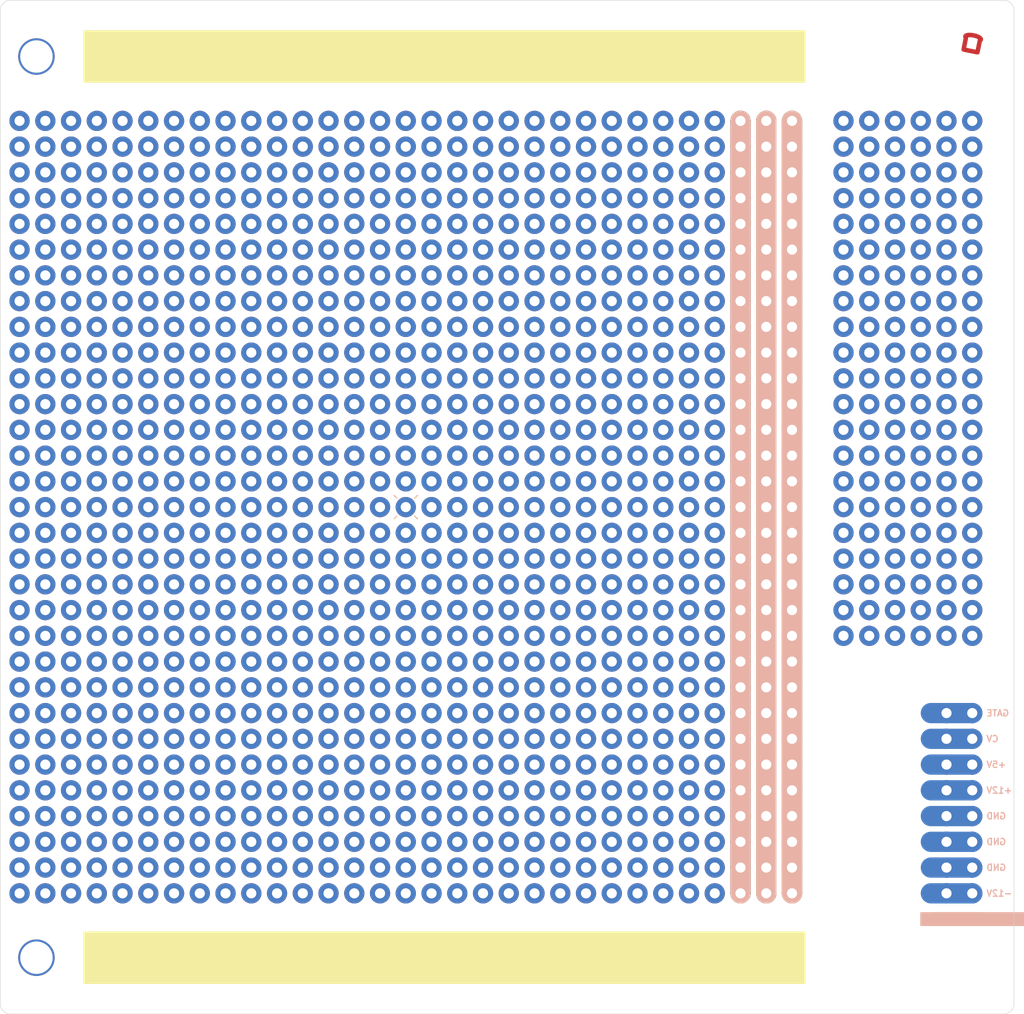
<source format=kicad_pcb>
(kicad_pcb (version 20171130) (host pcbnew 5.1.7-a382d34a8~88~ubuntu16.04.1)

  (general
    (thickness 1.6)
    (drawings 34)
    (tracks 8)
    (zones 0)
    (modules 62)
    (nets 1)
  )

  (page A4)
  (layers
    (0 F.Cu signal)
    (31 B.Cu signal)
    (32 B.Adhes user)
    (33 F.Adhes user)
    (34 B.Paste user)
    (35 F.Paste user)
    (36 B.SilkS user)
    (37 F.SilkS user)
    (38 B.Mask user)
    (39 F.Mask user)
    (40 Dwgs.User user)
    (41 Cmts.User user)
    (42 Eco1.User user)
    (43 Eco2.User user)
    (44 Edge.Cuts user)
    (45 Margin user)
    (46 B.CrtYd user)
    (47 F.CrtYd user)
    (48 B.Fab user)
    (49 F.Fab user)
  )

  (setup
    (last_trace_width 0.25)
    (user_trace_width 0.5)
    (user_trace_width 0.75)
    (user_trace_width 1)
    (user_trace_width 2)
    (trace_clearance 0.2)
    (zone_clearance 0.508)
    (zone_45_only no)
    (trace_min 0.2)
    (via_size 0.8)
    (via_drill 0.4)
    (via_min_size 0.4)
    (via_min_drill 0.3)
    (uvia_size 0.3)
    (uvia_drill 0.1)
    (uvias_allowed no)
    (uvia_min_size 0.2)
    (uvia_min_drill 0.1)
    (edge_width 0.05)
    (segment_width 0.2)
    (pcb_text_width 0.3)
    (pcb_text_size 1.5 1.5)
    (mod_edge_width 0.12)
    (mod_text_size 1 1)
    (mod_text_width 0.15)
    (pad_size 2 2)
    (pad_drill 1)
    (pad_to_mask_clearance 0.051)
    (solder_mask_min_width 0.25)
    (aux_axis_origin 0 0)
    (visible_elements FFFFFF7F)
    (pcbplotparams
      (layerselection 0x010f0_ffffffff)
      (usegerberextensions false)
      (usegerberattributes false)
      (usegerberadvancedattributes false)
      (creategerberjobfile false)
      (excludeedgelayer true)
      (linewidth 0.150000)
      (plotframeref false)
      (viasonmask false)
      (mode 1)
      (useauxorigin false)
      (hpglpennumber 1)
      (hpglpenspeed 20)
      (hpglpendiameter 15.000000)
      (psnegative false)
      (psa4output false)
      (plotreference true)
      (plotvalue true)
      (plotinvisibletext false)
      (padsonsilk false)
      (subtractmaskfromsilk false)
      (outputformat 1)
      (mirror false)
      (drillshape 0)
      (scaleselection 1)
      (outputdirectory "Gerber Files/"))
  )

  (net 0 "")

  (net_class Default "This is the default net class."
    (clearance 0.2)
    (trace_width 0.25)
    (via_dia 0.8)
    (via_drill 0.4)
    (uvia_dia 0.3)
    (uvia_drill 0.1)
  )

  (module TestPoint:TestPoint_Pad_D2.0mm (layer F.Cu) (tedit 5F13390F) (tstamp 5F1532E1)
    (at 90.805 73.025 90)
    (descr "SMD pad as test Point, diameter 2.0mm")
    (tags "test point SMD pad")
    (attr virtual)
    (fp_text reference REF** (at 0 -1.998 90) (layer F.SilkS) hide
      (effects (font (size 1 1) (thickness 0.15)))
    )
    (fp_text value TestPoint_Pad_D2.0mm (at 0 2.05 90) (layer F.Fab) hide
      (effects (font (size 1 1) (thickness 0.15)))
    )
    (fp_circle (center 0 0) (end 1.5 0) (layer F.CrtYd) (width 0.05))
    (fp_text user %R (at 0 -2 90) (layer F.Fab) hide
      (effects (font (size 1 1) (thickness 0.15)))
    )
    (pad 1 smd oval (at 0 0 90) (size 2 6.08) (drill (offset 0 3.04)) (layers B.Cu B.Mask))
  )

  (module TestPoint:TestPoint_Pad_D2.0mm (layer F.Cu) (tedit 5F13390F) (tstamp 5F1532DB)
    (at 90.805 88.265 90)
    (descr "SMD pad as test Point, diameter 2.0mm")
    (tags "test point SMD pad")
    (attr virtual)
    (fp_text reference REF** (at 0 -1.998 90) (layer F.SilkS) hide
      (effects (font (size 1 1) (thickness 0.15)))
    )
    (fp_text value TestPoint_Pad_D2.0mm (at 0 2.05 90) (layer F.Fab) hide
      (effects (font (size 1 1) (thickness 0.15)))
    )
    (fp_circle (center 0 0) (end 1.5 0) (layer F.CrtYd) (width 0.05))
    (fp_text user %R (at 0 -2 90) (layer F.Fab) hide
      (effects (font (size 1 1) (thickness 0.15)))
    )
    (pad 1 smd oval (at 0 0 90) (size 2 6.08) (drill (offset 0 3.04)) (layers B.Cu B.Mask))
  )

  (module TestPoint:TestPoint_Pad_D2.0mm (layer F.Cu) (tedit 5F13390F) (tstamp 5F1532D5)
    (at 90.805 85.725 90)
    (descr "SMD pad as test Point, diameter 2.0mm")
    (tags "test point SMD pad")
    (attr virtual)
    (fp_text reference REF** (at 0 -1.998 90) (layer F.SilkS) hide
      (effects (font (size 1 1) (thickness 0.15)))
    )
    (fp_text value TestPoint_Pad_D2.0mm (at 0 2.05 90) (layer F.Fab) hide
      (effects (font (size 1 1) (thickness 0.15)))
    )
    (fp_circle (center 0 0) (end 1.5 0) (layer F.CrtYd) (width 0.05))
    (fp_text user %R (at 0 -2 90) (layer F.Fab) hide
      (effects (font (size 1 1) (thickness 0.15)))
    )
    (pad 1 smd oval (at 0 0 90) (size 2 6.08) (drill (offset 0 3.04)) (layers B.Cu B.Mask))
  )

  (module TestPoint:TestPoint_Pad_D2.0mm (layer F.Cu) (tedit 5F13390F) (tstamp 5F1532CF)
    (at 90.805 70.485 90)
    (descr "SMD pad as test Point, diameter 2.0mm")
    (tags "test point SMD pad")
    (attr virtual)
    (fp_text reference REF** (at 0 -1.998 90) (layer F.SilkS) hide
      (effects (font (size 1 1) (thickness 0.15)))
    )
    (fp_text value TestPoint_Pad_D2.0mm (at 0 2.05 90) (layer F.Fab) hide
      (effects (font (size 1 1) (thickness 0.15)))
    )
    (fp_circle (center 0 0) (end 1.5 0) (layer F.CrtYd) (width 0.05))
    (fp_text user %R (at 0 -2 90) (layer F.Fab) hide
      (effects (font (size 1 1) (thickness 0.15)))
    )
    (pad 1 smd oval (at 0 0 90) (size 2 6.08) (drill (offset 0 3.04)) (layers B.Cu B.Mask))
  )

  (module TestPoint:TestPoint_Pad_D2.0mm (layer F.Cu) (tedit 5F13390F) (tstamp 5F1532C9)
    (at 90.805 83.185 90)
    (descr "SMD pad as test Point, diameter 2.0mm")
    (tags "test point SMD pad")
    (attr virtual)
    (fp_text reference REF** (at 0 -1.998 90) (layer F.SilkS) hide
      (effects (font (size 1 1) (thickness 0.15)))
    )
    (fp_text value TestPoint_Pad_D2.0mm (at 0 2.05 90) (layer F.Fab) hide
      (effects (font (size 1 1) (thickness 0.15)))
    )
    (fp_circle (center 0 0) (end 1.5 0) (layer F.CrtYd) (width 0.05))
    (fp_text user %R (at 0 -2 90) (layer F.Fab) hide
      (effects (font (size 1 1) (thickness 0.15)))
    )
    (pad 1 smd oval (at 0 0 90) (size 2 6.08) (drill (offset 0 3.04)) (layers B.Cu B.Mask))
  )

  (module Connector_PinHeader_2.54mm:PinHeader_2x08_P2.54mm_Vertical (layer F.Cu) (tedit 5F1336D6) (tstamp 5F1532AC)
    (at 95.885 88.265 180)
    (descr "Through hole straight pin header, 2x08, 2.54mm pitch, double rows")
    (tags "Through hole pin header THT 2x08 2.54mm double row")
    (fp_text reference REF** (at 1.27 -2.33) (layer F.SilkS) hide
      (effects (font (size 1 1) (thickness 0.15)))
    )
    (fp_text value PinHeader_2x08_P2.54mm_Vertical (at 1.27 20.11) (layer F.Fab) hide
      (effects (font (size 1 1) (thickness 0.15)))
    )
    (fp_line (start 0 -1.27) (end 3.81 -1.27) (layer F.Fab) (width 0.1))
    (fp_line (start 3.81 -1.27) (end 3.81 19.05) (layer F.Fab) (width 0.1))
    (fp_line (start 3.81 19.05) (end -1.27 19.05) (layer F.Fab) (width 0.1))
    (fp_line (start -1.27 19.05) (end -1.27 0) (layer F.Fab) (width 0.1))
    (fp_line (start -1.27 0) (end 0 -1.27) (layer F.Fab) (width 0.1))
    (fp_line (start -1.8 -1.8) (end -1.8 19.55) (layer F.CrtYd) (width 0.05))
    (fp_line (start -1.8 19.55) (end 4.35 19.55) (layer F.CrtYd) (width 0.05))
    (fp_line (start 4.35 19.55) (end 4.35 -1.8) (layer F.CrtYd) (width 0.05))
    (fp_line (start 4.35 -1.8) (end -1.8 -1.8) (layer F.CrtYd) (width 0.05))
    (fp_text user %R (at 1.27 8.89 270) (layer F.Fab)
      (effects (font (size 1 1) (thickness 0.15)))
    )
    (pad 16 thru_hole oval (at 2.54 17.78 180) (size 2 2) (drill 1) (layers *.Cu *.Mask))
    (pad 15 thru_hole oval (at 0 17.78 180) (size 2 2) (drill 1) (layers *.Cu *.Mask))
    (pad 14 thru_hole oval (at 2.54 15.24 180) (size 2 2) (drill 1) (layers *.Cu *.Mask))
    (pad 13 thru_hole oval (at 0 15.24 180) (size 2 2) (drill 1) (layers *.Cu *.Mask))
    (pad 12 thru_hole oval (at 2.54 12.7 180) (size 2 2) (drill 1) (layers *.Cu *.Mask))
    (pad 11 thru_hole oval (at 0 12.7 180) (size 2 2) (drill 1) (layers *.Cu *.Mask))
    (pad 10 thru_hole oval (at 2.54 10.16 180) (size 2 2) (drill 1) (layers *.Cu *.Mask))
    (pad 9 thru_hole oval (at 0 10.16 180) (size 2 2) (drill 1) (layers *.Cu *.Mask))
    (pad 8 thru_hole oval (at 2.54 7.62 180) (size 2 2) (drill 1) (layers *.Cu *.Mask))
    (pad 7 thru_hole oval (at 0 7.62 180) (size 2 2) (drill 1) (layers *.Cu *.Mask))
    (pad 6 thru_hole oval (at 2.54 5.08 180) (size 2 2) (drill 1) (layers *.Cu *.Mask))
    (pad 5 thru_hole oval (at 0 5.08 180) (size 2 2) (drill 1) (layers *.Cu *.Mask))
    (pad 4 thru_hole oval (at 2.54 2.54 180) (size 2 2) (drill 1) (layers *.Cu *.Mask))
    (pad 3 thru_hole oval (at 0 2.54 180) (size 2 2) (drill 1) (layers *.Cu *.Mask))
    (pad 2 thru_hole oval (at 2.54 0 180) (size 2 2) (drill 1) (layers *.Cu *.Mask))
    (pad 1 thru_hole oval (at 0 0 180) (size 2 2) (drill 1) (layers *.Cu *.Mask))
    (model ${KISYS3DMOD}/Connector_PinHeader_2.54mm.3dshapes/PinHeader_2x08_P2.54mm_Vertical.wrl
      (at (xyz 0 0 0))
      (scale (xyz 1 1 1))
      (rotate (xyz 0 0 0))
    )
  )

  (module TestPoint:TestPoint_Pad_D2.0mm (layer F.Cu) (tedit 5F13390F) (tstamp 5F1532A6)
    (at 90.805 80.645 90)
    (descr "SMD pad as test Point, diameter 2.0mm")
    (tags "test point SMD pad")
    (attr virtual)
    (fp_text reference REF** (at 0 -1.998 90) (layer F.SilkS) hide
      (effects (font (size 1 1) (thickness 0.15)))
    )
    (fp_text value TestPoint_Pad_D2.0mm (at 0 2.05 90) (layer F.Fab) hide
      (effects (font (size 1 1) (thickness 0.15)))
    )
    (fp_circle (center 0 0) (end 1.5 0) (layer F.CrtYd) (width 0.05))
    (fp_text user %R (at 0 -2 90) (layer F.Fab) hide
      (effects (font (size 1 1) (thickness 0.15)))
    )
    (pad 1 smd oval (at 0 0 90) (size 2 6.08) (drill (offset 0 3.04)) (layers B.Cu B.Mask))
  )

  (module TestPoint:TestPoint_Pad_D2.0mm (layer F.Cu) (tedit 5F13390F) (tstamp 5F1532A0)
    (at 90.805 78.105 90)
    (descr "SMD pad as test Point, diameter 2.0mm")
    (tags "test point SMD pad")
    (attr virtual)
    (fp_text reference REF** (at 0 -1.998 90) (layer F.SilkS) hide
      (effects (font (size 1 1) (thickness 0.15)))
    )
    (fp_text value TestPoint_Pad_D2.0mm (at 0 2.05 90) (layer F.Fab) hide
      (effects (font (size 1 1) (thickness 0.15)))
    )
    (fp_circle (center 0 0) (end 1.5 0) (layer F.CrtYd) (width 0.05))
    (fp_text user %R (at 0 -2 90) (layer F.Fab) hide
      (effects (font (size 1 1) (thickness 0.15)))
    )
    (pad 1 smd oval (at 0 0 90) (size 2 6.08) (drill (offset 0 3.04)) (layers B.Cu B.Mask))
  )

  (module TestPoint:TestPoint_Pad_D2.0mm (layer F.Cu) (tedit 5F13390F) (tstamp 5F15329A)
    (at 90.805 75.565 90)
    (descr "SMD pad as test Point, diameter 2.0mm")
    (tags "test point SMD pad")
    (attr virtual)
    (fp_text reference REF** (at 0 -1.998 90) (layer F.SilkS) hide
      (effects (font (size 1 1) (thickness 0.15)))
    )
    (fp_text value TestPoint_Pad_D2.0mm (at 0 2.05 90) (layer F.Fab) hide
      (effects (font (size 1 1) (thickness 0.15)))
    )
    (fp_circle (center 0 0) (end 1.5 0) (layer F.CrtYd) (width 0.05))
    (fp_text user %R (at 0 -2 90) (layer F.Fab) hide
      (effects (font (size 1 1) (thickness 0.15)))
    )
    (pad 1 smd oval (at 0 0 90) (size 2 6.08) (drill (offset 0 3.04)) (layers B.Cu B.Mask))
  )

  (module Connector_PinHeader_2.54mm:PinHeader_1x06_P2.54mm_Vertical (layer F.Cu) (tedit 5F14AB4A) (tstamp 5F15209A)
    (at 83.185 12.065 90)
    (descr "Through hole straight pin header, 1x06, 2.54mm pitch, single row")
    (tags "Through hole pin header THT 1x06 2.54mm single row")
    (fp_text reference REF** (at 0 -2.33 90) (layer F.SilkS) hide
      (effects (font (size 1 1) (thickness 0.15)))
    )
    (fp_text value PinHeader_1x06_P2.54mm_Vertical (at 0 15.03 90) (layer F.Fab) hide
      (effects (font (size 1 1) (thickness 0.15)))
    )
    (fp_line (start 1.8 -1.8) (end -1.8 -1.8) (layer F.CrtYd) (width 0.05))
    (fp_line (start 1.8 14.5) (end 1.8 -1.8) (layer F.CrtYd) (width 0.05))
    (fp_line (start -1.8 14.5) (end 1.8 14.5) (layer F.CrtYd) (width 0.05))
    (fp_line (start -1.8 -1.8) (end -1.8 14.5) (layer F.CrtYd) (width 0.05))
    (fp_line (start -1.27 -0.635) (end -0.635 -1.27) (layer F.Fab) (width 0.1))
    (fp_line (start -1.27 13.97) (end -1.27 -0.635) (layer F.Fab) (width 0.1))
    (fp_line (start 1.27 13.97) (end -1.27 13.97) (layer F.Fab) (width 0.1))
    (fp_line (start 1.27 -1.27) (end 1.27 13.97) (layer F.Fab) (width 0.1))
    (fp_line (start -0.635 -1.27) (end 1.27 -1.27) (layer F.Fab) (width 0.1))
    (fp_text user %R (at 0 6.35 180) (layer F.Fab) hide
      (effects (font (size 1 1) (thickness 0.15)))
    )
    (pad 1 thru_hole oval (at 0 0 90) (size 2 2) (drill 1) (layers *.Cu *.Mask))
    (pad 2 thru_hole oval (at 0 2.54 90) (size 2 2) (drill 1) (layers *.Cu *.Mask))
    (pad 3 thru_hole oval (at 0 5.08 90) (size 2 2) (drill 1) (layers *.Cu *.Mask))
    (pad 4 thru_hole oval (at 0 7.62 90) (size 2 2) (drill 1) (layers *.Cu *.Mask))
    (pad 5 thru_hole oval (at 0 10.16 90) (size 2 2) (drill 1) (layers *.Cu *.Mask))
    (pad 6 thru_hole oval (at 0 12.7 90) (size 2 2) (drill 1) (layers *.Cu *.Mask))
    (model ${KISYS3DMOD}/Connector_PinHeader_2.54mm.3dshapes/PinHeader_1x06_P2.54mm_Vertical.wrl
      (at (xyz 0 0 0))
      (scale (xyz 1 1 1))
      (rotate (xyz 0 0 0))
    )
  )

  (module Connector_PinHeader_2.54mm:PinHeader_1x06_P2.54mm_Vertical (layer F.Cu) (tedit 5F14AB4A) (tstamp 5F152087)
    (at 83.185 14.605 90)
    (descr "Through hole straight pin header, 1x06, 2.54mm pitch, single row")
    (tags "Through hole pin header THT 1x06 2.54mm single row")
    (fp_text reference REF** (at 0 -2.33 90) (layer F.SilkS) hide
      (effects (font (size 1 1) (thickness 0.15)))
    )
    (fp_text value PinHeader_1x06_P2.54mm_Vertical (at 0 15.03 90) (layer F.Fab) hide
      (effects (font (size 1 1) (thickness 0.15)))
    )
    (fp_line (start -0.635 -1.27) (end 1.27 -1.27) (layer F.Fab) (width 0.1))
    (fp_line (start 1.27 -1.27) (end 1.27 13.97) (layer F.Fab) (width 0.1))
    (fp_line (start 1.27 13.97) (end -1.27 13.97) (layer F.Fab) (width 0.1))
    (fp_line (start -1.27 13.97) (end -1.27 -0.635) (layer F.Fab) (width 0.1))
    (fp_line (start -1.27 -0.635) (end -0.635 -1.27) (layer F.Fab) (width 0.1))
    (fp_line (start -1.8 -1.8) (end -1.8 14.5) (layer F.CrtYd) (width 0.05))
    (fp_line (start -1.8 14.5) (end 1.8 14.5) (layer F.CrtYd) (width 0.05))
    (fp_line (start 1.8 14.5) (end 1.8 -1.8) (layer F.CrtYd) (width 0.05))
    (fp_line (start 1.8 -1.8) (end -1.8 -1.8) (layer F.CrtYd) (width 0.05))
    (fp_text user %R (at 0 6.35 180) (layer F.Fab) hide
      (effects (font (size 1 1) (thickness 0.15)))
    )
    (pad 6 thru_hole oval (at 0 12.7 90) (size 2 2) (drill 1) (layers *.Cu *.Mask))
    (pad 5 thru_hole oval (at 0 10.16 90) (size 2 2) (drill 1) (layers *.Cu *.Mask))
    (pad 4 thru_hole oval (at 0 7.62 90) (size 2 2) (drill 1) (layers *.Cu *.Mask))
    (pad 3 thru_hole oval (at 0 5.08 90) (size 2 2) (drill 1) (layers *.Cu *.Mask))
    (pad 2 thru_hole oval (at 0 2.54 90) (size 2 2) (drill 1) (layers *.Cu *.Mask))
    (pad 1 thru_hole oval (at 0 0 90) (size 2 2) (drill 1) (layers *.Cu *.Mask))
    (model ${KISYS3DMOD}/Connector_PinHeader_2.54mm.3dshapes/PinHeader_1x06_P2.54mm_Vertical.wrl
      (at (xyz 0 0 0))
      (scale (xyz 1 1 1))
      (rotate (xyz 0 0 0))
    )
  )

  (module Connector_PinHeader_2.54mm:PinHeader_1x06_P2.54mm_Vertical (layer F.Cu) (tedit 5F14AB4A) (tstamp 5F152026)
    (at 83.185 24.765 90)
    (descr "Through hole straight pin header, 1x06, 2.54mm pitch, single row")
    (tags "Through hole pin header THT 1x06 2.54mm single row")
    (fp_text reference REF** (at 0 -2.33 90) (layer F.SilkS) hide
      (effects (font (size 1 1) (thickness 0.15)))
    )
    (fp_text value PinHeader_1x06_P2.54mm_Vertical (at 0 15.03 90) (layer F.Fab) hide
      (effects (font (size 1 1) (thickness 0.15)))
    )
    (fp_line (start -0.635 -1.27) (end 1.27 -1.27) (layer F.Fab) (width 0.1))
    (fp_line (start 1.27 -1.27) (end 1.27 13.97) (layer F.Fab) (width 0.1))
    (fp_line (start 1.27 13.97) (end -1.27 13.97) (layer F.Fab) (width 0.1))
    (fp_line (start -1.27 13.97) (end -1.27 -0.635) (layer F.Fab) (width 0.1))
    (fp_line (start -1.27 -0.635) (end -0.635 -1.27) (layer F.Fab) (width 0.1))
    (fp_line (start -1.8 -1.8) (end -1.8 14.5) (layer F.CrtYd) (width 0.05))
    (fp_line (start -1.8 14.5) (end 1.8 14.5) (layer F.CrtYd) (width 0.05))
    (fp_line (start 1.8 14.5) (end 1.8 -1.8) (layer F.CrtYd) (width 0.05))
    (fp_line (start 1.8 -1.8) (end -1.8 -1.8) (layer F.CrtYd) (width 0.05))
    (fp_text user %R (at 0 6.35 180) (layer F.Fab) hide
      (effects (font (size 1 1) (thickness 0.15)))
    )
    (pad 6 thru_hole oval (at 0 12.7 90) (size 2 2) (drill 1) (layers *.Cu *.Mask))
    (pad 5 thru_hole oval (at 0 10.16 90) (size 2 2) (drill 1) (layers *.Cu *.Mask))
    (pad 4 thru_hole oval (at 0 7.62 90) (size 2 2) (drill 1) (layers *.Cu *.Mask))
    (pad 3 thru_hole oval (at 0 5.08 90) (size 2 2) (drill 1) (layers *.Cu *.Mask))
    (pad 2 thru_hole oval (at 0 2.54 90) (size 2 2) (drill 1) (layers *.Cu *.Mask))
    (pad 1 thru_hole oval (at 0 0 90) (size 2 2) (drill 1) (layers *.Cu *.Mask))
    (model ${KISYS3DMOD}/Connector_PinHeader_2.54mm.3dshapes/PinHeader_1x06_P2.54mm_Vertical.wrl
      (at (xyz 0 0 0))
      (scale (xyz 1 1 1))
      (rotate (xyz 0 0 0))
    )
  )

  (module Connector_PinHeader_2.54mm:PinHeader_1x06_P2.54mm_Vertical (layer F.Cu) (tedit 5F14AB4A) (tstamp 5F152013)
    (at 83.185 22.225 90)
    (descr "Through hole straight pin header, 1x06, 2.54mm pitch, single row")
    (tags "Through hole pin header THT 1x06 2.54mm single row")
    (fp_text reference REF** (at 0 -2.33 90) (layer F.SilkS) hide
      (effects (font (size 1 1) (thickness 0.15)))
    )
    (fp_text value PinHeader_1x06_P2.54mm_Vertical (at 0 15.03 90) (layer F.Fab) hide
      (effects (font (size 1 1) (thickness 0.15)))
    )
    (fp_line (start 1.8 -1.8) (end -1.8 -1.8) (layer F.CrtYd) (width 0.05))
    (fp_line (start 1.8 14.5) (end 1.8 -1.8) (layer F.CrtYd) (width 0.05))
    (fp_line (start -1.8 14.5) (end 1.8 14.5) (layer F.CrtYd) (width 0.05))
    (fp_line (start -1.8 -1.8) (end -1.8 14.5) (layer F.CrtYd) (width 0.05))
    (fp_line (start -1.27 -0.635) (end -0.635 -1.27) (layer F.Fab) (width 0.1))
    (fp_line (start -1.27 13.97) (end -1.27 -0.635) (layer F.Fab) (width 0.1))
    (fp_line (start 1.27 13.97) (end -1.27 13.97) (layer F.Fab) (width 0.1))
    (fp_line (start 1.27 -1.27) (end 1.27 13.97) (layer F.Fab) (width 0.1))
    (fp_line (start -0.635 -1.27) (end 1.27 -1.27) (layer F.Fab) (width 0.1))
    (fp_text user %R (at 0 6.35 180) (layer F.Fab) hide
      (effects (font (size 1 1) (thickness 0.15)))
    )
    (pad 1 thru_hole oval (at 0 0 90) (size 2 2) (drill 1) (layers *.Cu *.Mask))
    (pad 2 thru_hole oval (at 0 2.54 90) (size 2 2) (drill 1) (layers *.Cu *.Mask))
    (pad 3 thru_hole oval (at 0 5.08 90) (size 2 2) (drill 1) (layers *.Cu *.Mask))
    (pad 4 thru_hole oval (at 0 7.62 90) (size 2 2) (drill 1) (layers *.Cu *.Mask))
    (pad 5 thru_hole oval (at 0 10.16 90) (size 2 2) (drill 1) (layers *.Cu *.Mask))
    (pad 6 thru_hole oval (at 0 12.7 90) (size 2 2) (drill 1) (layers *.Cu *.Mask))
    (model ${KISYS3DMOD}/Connector_PinHeader_2.54mm.3dshapes/PinHeader_1x06_P2.54mm_Vertical.wrl
      (at (xyz 0 0 0))
      (scale (xyz 1 1 1))
      (rotate (xyz 0 0 0))
    )
  )

  (module Connector_PinHeader_2.54mm:PinHeader_1x06_P2.54mm_Vertical (layer F.Cu) (tedit 5F14AB4A) (tstamp 5F152000)
    (at 83.185 17.145 90)
    (descr "Through hole straight pin header, 1x06, 2.54mm pitch, single row")
    (tags "Through hole pin header THT 1x06 2.54mm single row")
    (fp_text reference REF** (at 0 -2.33 90) (layer F.SilkS) hide
      (effects (font (size 1 1) (thickness 0.15)))
    )
    (fp_text value PinHeader_1x06_P2.54mm_Vertical (at 0 15.03 90) (layer F.Fab) hide
      (effects (font (size 1 1) (thickness 0.15)))
    )
    (fp_line (start -0.635 -1.27) (end 1.27 -1.27) (layer F.Fab) (width 0.1))
    (fp_line (start 1.27 -1.27) (end 1.27 13.97) (layer F.Fab) (width 0.1))
    (fp_line (start 1.27 13.97) (end -1.27 13.97) (layer F.Fab) (width 0.1))
    (fp_line (start -1.27 13.97) (end -1.27 -0.635) (layer F.Fab) (width 0.1))
    (fp_line (start -1.27 -0.635) (end -0.635 -1.27) (layer F.Fab) (width 0.1))
    (fp_line (start -1.8 -1.8) (end -1.8 14.5) (layer F.CrtYd) (width 0.05))
    (fp_line (start -1.8 14.5) (end 1.8 14.5) (layer F.CrtYd) (width 0.05))
    (fp_line (start 1.8 14.5) (end 1.8 -1.8) (layer F.CrtYd) (width 0.05))
    (fp_line (start 1.8 -1.8) (end -1.8 -1.8) (layer F.CrtYd) (width 0.05))
    (fp_text user %R (at 0 6.35 180) (layer F.Fab) hide
      (effects (font (size 1 1) (thickness 0.15)))
    )
    (pad 6 thru_hole oval (at 0 12.7 90) (size 2 2) (drill 1) (layers *.Cu *.Mask))
    (pad 5 thru_hole oval (at 0 10.16 90) (size 2 2) (drill 1) (layers *.Cu *.Mask))
    (pad 4 thru_hole oval (at 0 7.62 90) (size 2 2) (drill 1) (layers *.Cu *.Mask))
    (pad 3 thru_hole oval (at 0 5.08 90) (size 2 2) (drill 1) (layers *.Cu *.Mask))
    (pad 2 thru_hole oval (at 0 2.54 90) (size 2 2) (drill 1) (layers *.Cu *.Mask))
    (pad 1 thru_hole oval (at 0 0 90) (size 2 2) (drill 1) (layers *.Cu *.Mask))
    (model ${KISYS3DMOD}/Connector_PinHeader_2.54mm.3dshapes/PinHeader_1x06_P2.54mm_Vertical.wrl
      (at (xyz 0 0 0))
      (scale (xyz 1 1 1))
      (rotate (xyz 0 0 0))
    )
  )

  (module Connector_PinHeader_2.54mm:PinHeader_1x06_P2.54mm_Vertical (layer F.Cu) (tedit 5F14AB4A) (tstamp 5F151FED)
    (at 83.185 19.685 90)
    (descr "Through hole straight pin header, 1x06, 2.54mm pitch, single row")
    (tags "Through hole pin header THT 1x06 2.54mm single row")
    (fp_text reference REF** (at 0 -2.33 90) (layer F.SilkS) hide
      (effects (font (size 1 1) (thickness 0.15)))
    )
    (fp_text value PinHeader_1x06_P2.54mm_Vertical (at 0 15.03 90) (layer F.Fab) hide
      (effects (font (size 1 1) (thickness 0.15)))
    )
    (fp_line (start 1.8 -1.8) (end -1.8 -1.8) (layer F.CrtYd) (width 0.05))
    (fp_line (start 1.8 14.5) (end 1.8 -1.8) (layer F.CrtYd) (width 0.05))
    (fp_line (start -1.8 14.5) (end 1.8 14.5) (layer F.CrtYd) (width 0.05))
    (fp_line (start -1.8 -1.8) (end -1.8 14.5) (layer F.CrtYd) (width 0.05))
    (fp_line (start -1.27 -0.635) (end -0.635 -1.27) (layer F.Fab) (width 0.1))
    (fp_line (start -1.27 13.97) (end -1.27 -0.635) (layer F.Fab) (width 0.1))
    (fp_line (start 1.27 13.97) (end -1.27 13.97) (layer F.Fab) (width 0.1))
    (fp_line (start 1.27 -1.27) (end 1.27 13.97) (layer F.Fab) (width 0.1))
    (fp_line (start -0.635 -1.27) (end 1.27 -1.27) (layer F.Fab) (width 0.1))
    (fp_text user %R (at 0 6.35 180) (layer F.Fab) hide
      (effects (font (size 1 1) (thickness 0.15)))
    )
    (pad 1 thru_hole oval (at 0 0 90) (size 2 2) (drill 1) (layers *.Cu *.Mask))
    (pad 2 thru_hole oval (at 0 2.54 90) (size 2 2) (drill 1) (layers *.Cu *.Mask))
    (pad 3 thru_hole oval (at 0 5.08 90) (size 2 2) (drill 1) (layers *.Cu *.Mask))
    (pad 4 thru_hole oval (at 0 7.62 90) (size 2 2) (drill 1) (layers *.Cu *.Mask))
    (pad 5 thru_hole oval (at 0 10.16 90) (size 2 2) (drill 1) (layers *.Cu *.Mask))
    (pad 6 thru_hole oval (at 0 12.7 90) (size 2 2) (drill 1) (layers *.Cu *.Mask))
    (model ${KISYS3DMOD}/Connector_PinHeader_2.54mm.3dshapes/PinHeader_1x06_P2.54mm_Vertical.wrl
      (at (xyz 0 0 0))
      (scale (xyz 1 1 1))
      (rotate (xyz 0 0 0))
    )
  )

  (module Connector_PinHeader_2.54mm:PinHeader_1x06_P2.54mm_Vertical (layer F.Cu) (tedit 5F14AB4A) (tstamp 5F151F60)
    (at 83.185 34.925 90)
    (descr "Through hole straight pin header, 1x06, 2.54mm pitch, single row")
    (tags "Through hole pin header THT 1x06 2.54mm single row")
    (fp_text reference REF** (at 0 -2.33 90) (layer F.SilkS) hide
      (effects (font (size 1 1) (thickness 0.15)))
    )
    (fp_text value PinHeader_1x06_P2.54mm_Vertical (at 0 15.03 90) (layer F.Fab) hide
      (effects (font (size 1 1) (thickness 0.15)))
    )
    (fp_line (start 1.8 -1.8) (end -1.8 -1.8) (layer F.CrtYd) (width 0.05))
    (fp_line (start 1.8 14.5) (end 1.8 -1.8) (layer F.CrtYd) (width 0.05))
    (fp_line (start -1.8 14.5) (end 1.8 14.5) (layer F.CrtYd) (width 0.05))
    (fp_line (start -1.8 -1.8) (end -1.8 14.5) (layer F.CrtYd) (width 0.05))
    (fp_line (start -1.27 -0.635) (end -0.635 -1.27) (layer F.Fab) (width 0.1))
    (fp_line (start -1.27 13.97) (end -1.27 -0.635) (layer F.Fab) (width 0.1))
    (fp_line (start 1.27 13.97) (end -1.27 13.97) (layer F.Fab) (width 0.1))
    (fp_line (start 1.27 -1.27) (end 1.27 13.97) (layer F.Fab) (width 0.1))
    (fp_line (start -0.635 -1.27) (end 1.27 -1.27) (layer F.Fab) (width 0.1))
    (fp_text user %R (at 0 6.35 180) (layer F.Fab) hide
      (effects (font (size 1 1) (thickness 0.15)))
    )
    (pad 1 thru_hole oval (at 0 0 90) (size 2 2) (drill 1) (layers *.Cu *.Mask))
    (pad 2 thru_hole oval (at 0 2.54 90) (size 2 2) (drill 1) (layers *.Cu *.Mask))
    (pad 3 thru_hole oval (at 0 5.08 90) (size 2 2) (drill 1) (layers *.Cu *.Mask))
    (pad 4 thru_hole oval (at 0 7.62 90) (size 2 2) (drill 1) (layers *.Cu *.Mask))
    (pad 5 thru_hole oval (at 0 10.16 90) (size 2 2) (drill 1) (layers *.Cu *.Mask))
    (pad 6 thru_hole oval (at 0 12.7 90) (size 2 2) (drill 1) (layers *.Cu *.Mask))
    (model ${KISYS3DMOD}/Connector_PinHeader_2.54mm.3dshapes/PinHeader_1x06_P2.54mm_Vertical.wrl
      (at (xyz 0 0 0))
      (scale (xyz 1 1 1))
      (rotate (xyz 0 0 0))
    )
  )

  (module Connector_PinHeader_2.54mm:PinHeader_1x06_P2.54mm_Vertical (layer F.Cu) (tedit 5F14AB4A) (tstamp 5F151F4D)
    (at 83.185 29.845 90)
    (descr "Through hole straight pin header, 1x06, 2.54mm pitch, single row")
    (tags "Through hole pin header THT 1x06 2.54mm single row")
    (fp_text reference REF** (at 0 -2.33 90) (layer F.SilkS) hide
      (effects (font (size 1 1) (thickness 0.15)))
    )
    (fp_text value PinHeader_1x06_P2.54mm_Vertical (at 0 15.03 90) (layer F.Fab) hide
      (effects (font (size 1 1) (thickness 0.15)))
    )
    (fp_line (start -0.635 -1.27) (end 1.27 -1.27) (layer F.Fab) (width 0.1))
    (fp_line (start 1.27 -1.27) (end 1.27 13.97) (layer F.Fab) (width 0.1))
    (fp_line (start 1.27 13.97) (end -1.27 13.97) (layer F.Fab) (width 0.1))
    (fp_line (start -1.27 13.97) (end -1.27 -0.635) (layer F.Fab) (width 0.1))
    (fp_line (start -1.27 -0.635) (end -0.635 -1.27) (layer F.Fab) (width 0.1))
    (fp_line (start -1.8 -1.8) (end -1.8 14.5) (layer F.CrtYd) (width 0.05))
    (fp_line (start -1.8 14.5) (end 1.8 14.5) (layer F.CrtYd) (width 0.05))
    (fp_line (start 1.8 14.5) (end 1.8 -1.8) (layer F.CrtYd) (width 0.05))
    (fp_line (start 1.8 -1.8) (end -1.8 -1.8) (layer F.CrtYd) (width 0.05))
    (fp_text user %R (at 0 6.35 180) (layer F.Fab) hide
      (effects (font (size 1 1) (thickness 0.15)))
    )
    (pad 6 thru_hole oval (at 0 12.7 90) (size 2 2) (drill 1) (layers *.Cu *.Mask))
    (pad 5 thru_hole oval (at 0 10.16 90) (size 2 2) (drill 1) (layers *.Cu *.Mask))
    (pad 4 thru_hole oval (at 0 7.62 90) (size 2 2) (drill 1) (layers *.Cu *.Mask))
    (pad 3 thru_hole oval (at 0 5.08 90) (size 2 2) (drill 1) (layers *.Cu *.Mask))
    (pad 2 thru_hole oval (at 0 2.54 90) (size 2 2) (drill 1) (layers *.Cu *.Mask))
    (pad 1 thru_hole oval (at 0 0 90) (size 2 2) (drill 1) (layers *.Cu *.Mask))
    (model ${KISYS3DMOD}/Connector_PinHeader_2.54mm.3dshapes/PinHeader_1x06_P2.54mm_Vertical.wrl
      (at (xyz 0 0 0))
      (scale (xyz 1 1 1))
      (rotate (xyz 0 0 0))
    )
  )

  (module Connector_PinHeader_2.54mm:PinHeader_1x06_P2.54mm_Vertical (layer F.Cu) (tedit 5F14AB4A) (tstamp 5F151F3A)
    (at 83.185 32.385 90)
    (descr "Through hole straight pin header, 1x06, 2.54mm pitch, single row")
    (tags "Through hole pin header THT 1x06 2.54mm single row")
    (fp_text reference REF** (at 0 -2.33 90) (layer F.SilkS) hide
      (effects (font (size 1 1) (thickness 0.15)))
    )
    (fp_text value PinHeader_1x06_P2.54mm_Vertical (at 0 15.03 90) (layer F.Fab) hide
      (effects (font (size 1 1) (thickness 0.15)))
    )
    (fp_line (start -0.635 -1.27) (end 1.27 -1.27) (layer F.Fab) (width 0.1))
    (fp_line (start 1.27 -1.27) (end 1.27 13.97) (layer F.Fab) (width 0.1))
    (fp_line (start 1.27 13.97) (end -1.27 13.97) (layer F.Fab) (width 0.1))
    (fp_line (start -1.27 13.97) (end -1.27 -0.635) (layer F.Fab) (width 0.1))
    (fp_line (start -1.27 -0.635) (end -0.635 -1.27) (layer F.Fab) (width 0.1))
    (fp_line (start -1.8 -1.8) (end -1.8 14.5) (layer F.CrtYd) (width 0.05))
    (fp_line (start -1.8 14.5) (end 1.8 14.5) (layer F.CrtYd) (width 0.05))
    (fp_line (start 1.8 14.5) (end 1.8 -1.8) (layer F.CrtYd) (width 0.05))
    (fp_line (start 1.8 -1.8) (end -1.8 -1.8) (layer F.CrtYd) (width 0.05))
    (fp_text user %R (at 0 6.35 180) (layer F.Fab) hide
      (effects (font (size 1 1) (thickness 0.15)))
    )
    (pad 6 thru_hole oval (at 0 12.7 90) (size 2 2) (drill 1) (layers *.Cu *.Mask))
    (pad 5 thru_hole oval (at 0 10.16 90) (size 2 2) (drill 1) (layers *.Cu *.Mask))
    (pad 4 thru_hole oval (at 0 7.62 90) (size 2 2) (drill 1) (layers *.Cu *.Mask))
    (pad 3 thru_hole oval (at 0 5.08 90) (size 2 2) (drill 1) (layers *.Cu *.Mask))
    (pad 2 thru_hole oval (at 0 2.54 90) (size 2 2) (drill 1) (layers *.Cu *.Mask))
    (pad 1 thru_hole oval (at 0 0 90) (size 2 2) (drill 1) (layers *.Cu *.Mask))
    (model ${KISYS3DMOD}/Connector_PinHeader_2.54mm.3dshapes/PinHeader_1x06_P2.54mm_Vertical.wrl
      (at (xyz 0 0 0))
      (scale (xyz 1 1 1))
      (rotate (xyz 0 0 0))
    )
  )

  (module Connector_PinHeader_2.54mm:PinHeader_1x06_P2.54mm_Vertical (layer F.Cu) (tedit 5F14AB4A) (tstamp 5F151F27)
    (at 83.185 27.305 90)
    (descr "Through hole straight pin header, 1x06, 2.54mm pitch, single row")
    (tags "Through hole pin header THT 1x06 2.54mm single row")
    (fp_text reference REF** (at 0 -2.33 90) (layer F.SilkS) hide
      (effects (font (size 1 1) (thickness 0.15)))
    )
    (fp_text value PinHeader_1x06_P2.54mm_Vertical (at 0 15.03 90) (layer F.Fab) hide
      (effects (font (size 1 1) (thickness 0.15)))
    )
    (fp_line (start 1.8 -1.8) (end -1.8 -1.8) (layer F.CrtYd) (width 0.05))
    (fp_line (start 1.8 14.5) (end 1.8 -1.8) (layer F.CrtYd) (width 0.05))
    (fp_line (start -1.8 14.5) (end 1.8 14.5) (layer F.CrtYd) (width 0.05))
    (fp_line (start -1.8 -1.8) (end -1.8 14.5) (layer F.CrtYd) (width 0.05))
    (fp_line (start -1.27 -0.635) (end -0.635 -1.27) (layer F.Fab) (width 0.1))
    (fp_line (start -1.27 13.97) (end -1.27 -0.635) (layer F.Fab) (width 0.1))
    (fp_line (start 1.27 13.97) (end -1.27 13.97) (layer F.Fab) (width 0.1))
    (fp_line (start 1.27 -1.27) (end 1.27 13.97) (layer F.Fab) (width 0.1))
    (fp_line (start -0.635 -1.27) (end 1.27 -1.27) (layer F.Fab) (width 0.1))
    (fp_text user %R (at 0 6.35 180) (layer F.Fab) hide
      (effects (font (size 1 1) (thickness 0.15)))
    )
    (pad 1 thru_hole oval (at 0 0 90) (size 2 2) (drill 1) (layers *.Cu *.Mask))
    (pad 2 thru_hole oval (at 0 2.54 90) (size 2 2) (drill 1) (layers *.Cu *.Mask))
    (pad 3 thru_hole oval (at 0 5.08 90) (size 2 2) (drill 1) (layers *.Cu *.Mask))
    (pad 4 thru_hole oval (at 0 7.62 90) (size 2 2) (drill 1) (layers *.Cu *.Mask))
    (pad 5 thru_hole oval (at 0 10.16 90) (size 2 2) (drill 1) (layers *.Cu *.Mask))
    (pad 6 thru_hole oval (at 0 12.7 90) (size 2 2) (drill 1) (layers *.Cu *.Mask))
    (model ${KISYS3DMOD}/Connector_PinHeader_2.54mm.3dshapes/PinHeader_1x06_P2.54mm_Vertical.wrl
      (at (xyz 0 0 0))
      (scale (xyz 1 1 1))
      (rotate (xyz 0 0 0))
    )
  )

  (module Connector_PinHeader_2.54mm:PinHeader_1x06_P2.54mm_Vertical (layer F.Cu) (tedit 5F14AB4A) (tstamp 5F151EC8)
    (at 83.185 42.545 90)
    (descr "Through hole straight pin header, 1x06, 2.54mm pitch, single row")
    (tags "Through hole pin header THT 1x06 2.54mm single row")
    (fp_text reference REF** (at 0 -2.33 90) (layer F.SilkS) hide
      (effects (font (size 1 1) (thickness 0.15)))
    )
    (fp_text value PinHeader_1x06_P2.54mm_Vertical (at 0 15.03 90) (layer F.Fab) hide
      (effects (font (size 1 1) (thickness 0.15)))
    )
    (fp_line (start 1.8 -1.8) (end -1.8 -1.8) (layer F.CrtYd) (width 0.05))
    (fp_line (start 1.8 14.5) (end 1.8 -1.8) (layer F.CrtYd) (width 0.05))
    (fp_line (start -1.8 14.5) (end 1.8 14.5) (layer F.CrtYd) (width 0.05))
    (fp_line (start -1.8 -1.8) (end -1.8 14.5) (layer F.CrtYd) (width 0.05))
    (fp_line (start -1.27 -0.635) (end -0.635 -1.27) (layer F.Fab) (width 0.1))
    (fp_line (start -1.27 13.97) (end -1.27 -0.635) (layer F.Fab) (width 0.1))
    (fp_line (start 1.27 13.97) (end -1.27 13.97) (layer F.Fab) (width 0.1))
    (fp_line (start 1.27 -1.27) (end 1.27 13.97) (layer F.Fab) (width 0.1))
    (fp_line (start -0.635 -1.27) (end 1.27 -1.27) (layer F.Fab) (width 0.1))
    (fp_text user %R (at 0 6.35 180) (layer F.Fab) hide
      (effects (font (size 1 1) (thickness 0.15)))
    )
    (pad 1 thru_hole oval (at 0 0 90) (size 2 2) (drill 1) (layers *.Cu *.Mask))
    (pad 2 thru_hole oval (at 0 2.54 90) (size 2 2) (drill 1) (layers *.Cu *.Mask))
    (pad 3 thru_hole oval (at 0 5.08 90) (size 2 2) (drill 1) (layers *.Cu *.Mask))
    (pad 4 thru_hole oval (at 0 7.62 90) (size 2 2) (drill 1) (layers *.Cu *.Mask))
    (pad 5 thru_hole oval (at 0 10.16 90) (size 2 2) (drill 1) (layers *.Cu *.Mask))
    (pad 6 thru_hole oval (at 0 12.7 90) (size 2 2) (drill 1) (layers *.Cu *.Mask))
    (model ${KISYS3DMOD}/Connector_PinHeader_2.54mm.3dshapes/PinHeader_1x06_P2.54mm_Vertical.wrl
      (at (xyz 0 0 0))
      (scale (xyz 1 1 1))
      (rotate (xyz 0 0 0))
    )
  )

  (module Connector_PinHeader_2.54mm:PinHeader_1x06_P2.54mm_Vertical (layer F.Cu) (tedit 5F14AB4A) (tstamp 5F151EB5)
    (at 83.185 45.085 90)
    (descr "Through hole straight pin header, 1x06, 2.54mm pitch, single row")
    (tags "Through hole pin header THT 1x06 2.54mm single row")
    (fp_text reference REF** (at 0 -2.33 90) (layer F.SilkS) hide
      (effects (font (size 1 1) (thickness 0.15)))
    )
    (fp_text value PinHeader_1x06_P2.54mm_Vertical (at 0 15.03 90) (layer F.Fab) hide
      (effects (font (size 1 1) (thickness 0.15)))
    )
    (fp_line (start -0.635 -1.27) (end 1.27 -1.27) (layer F.Fab) (width 0.1))
    (fp_line (start 1.27 -1.27) (end 1.27 13.97) (layer F.Fab) (width 0.1))
    (fp_line (start 1.27 13.97) (end -1.27 13.97) (layer F.Fab) (width 0.1))
    (fp_line (start -1.27 13.97) (end -1.27 -0.635) (layer F.Fab) (width 0.1))
    (fp_line (start -1.27 -0.635) (end -0.635 -1.27) (layer F.Fab) (width 0.1))
    (fp_line (start -1.8 -1.8) (end -1.8 14.5) (layer F.CrtYd) (width 0.05))
    (fp_line (start -1.8 14.5) (end 1.8 14.5) (layer F.CrtYd) (width 0.05))
    (fp_line (start 1.8 14.5) (end 1.8 -1.8) (layer F.CrtYd) (width 0.05))
    (fp_line (start 1.8 -1.8) (end -1.8 -1.8) (layer F.CrtYd) (width 0.05))
    (fp_text user %R (at 0 6.35 180) (layer F.Fab) hide
      (effects (font (size 1 1) (thickness 0.15)))
    )
    (pad 6 thru_hole oval (at 0 12.7 90) (size 2 2) (drill 1) (layers *.Cu *.Mask))
    (pad 5 thru_hole oval (at 0 10.16 90) (size 2 2) (drill 1) (layers *.Cu *.Mask))
    (pad 4 thru_hole oval (at 0 7.62 90) (size 2 2) (drill 1) (layers *.Cu *.Mask))
    (pad 3 thru_hole oval (at 0 5.08 90) (size 2 2) (drill 1) (layers *.Cu *.Mask))
    (pad 2 thru_hole oval (at 0 2.54 90) (size 2 2) (drill 1) (layers *.Cu *.Mask))
    (pad 1 thru_hole oval (at 0 0 90) (size 2 2) (drill 1) (layers *.Cu *.Mask))
    (model ${KISYS3DMOD}/Connector_PinHeader_2.54mm.3dshapes/PinHeader_1x06_P2.54mm_Vertical.wrl
      (at (xyz 0 0 0))
      (scale (xyz 1 1 1))
      (rotate (xyz 0 0 0))
    )
  )

  (module Connector_PinHeader_2.54mm:PinHeader_1x06_P2.54mm_Vertical (layer F.Cu) (tedit 5F14AB4A) (tstamp 5F151EA2)
    (at 83.185 40.005 90)
    (descr "Through hole straight pin header, 1x06, 2.54mm pitch, single row")
    (tags "Through hole pin header THT 1x06 2.54mm single row")
    (fp_text reference REF** (at 0 -2.33 90) (layer F.SilkS) hide
      (effects (font (size 1 1) (thickness 0.15)))
    )
    (fp_text value PinHeader_1x06_P2.54mm_Vertical (at 0 15.03 90) (layer F.Fab) hide
      (effects (font (size 1 1) (thickness 0.15)))
    )
    (fp_line (start 1.8 -1.8) (end -1.8 -1.8) (layer F.CrtYd) (width 0.05))
    (fp_line (start 1.8 14.5) (end 1.8 -1.8) (layer F.CrtYd) (width 0.05))
    (fp_line (start -1.8 14.5) (end 1.8 14.5) (layer F.CrtYd) (width 0.05))
    (fp_line (start -1.8 -1.8) (end -1.8 14.5) (layer F.CrtYd) (width 0.05))
    (fp_line (start -1.27 -0.635) (end -0.635 -1.27) (layer F.Fab) (width 0.1))
    (fp_line (start -1.27 13.97) (end -1.27 -0.635) (layer F.Fab) (width 0.1))
    (fp_line (start 1.27 13.97) (end -1.27 13.97) (layer F.Fab) (width 0.1))
    (fp_line (start 1.27 -1.27) (end 1.27 13.97) (layer F.Fab) (width 0.1))
    (fp_line (start -0.635 -1.27) (end 1.27 -1.27) (layer F.Fab) (width 0.1))
    (fp_text user %R (at 0 6.35 180) (layer F.Fab) hide
      (effects (font (size 1 1) (thickness 0.15)))
    )
    (pad 1 thru_hole oval (at 0 0 90) (size 2 2) (drill 1) (layers *.Cu *.Mask))
    (pad 2 thru_hole oval (at 0 2.54 90) (size 2 2) (drill 1) (layers *.Cu *.Mask))
    (pad 3 thru_hole oval (at 0 5.08 90) (size 2 2) (drill 1) (layers *.Cu *.Mask))
    (pad 4 thru_hole oval (at 0 7.62 90) (size 2 2) (drill 1) (layers *.Cu *.Mask))
    (pad 5 thru_hole oval (at 0 10.16 90) (size 2 2) (drill 1) (layers *.Cu *.Mask))
    (pad 6 thru_hole oval (at 0 12.7 90) (size 2 2) (drill 1) (layers *.Cu *.Mask))
    (model ${KISYS3DMOD}/Connector_PinHeader_2.54mm.3dshapes/PinHeader_1x06_P2.54mm_Vertical.wrl
      (at (xyz 0 0 0))
      (scale (xyz 1 1 1))
      (rotate (xyz 0 0 0))
    )
  )

  (module Connector_PinHeader_2.54mm:PinHeader_1x06_P2.54mm_Vertical (layer F.Cu) (tedit 5F14AB4A) (tstamp 5F151E8F)
    (at 83.185 37.465 90)
    (descr "Through hole straight pin header, 1x06, 2.54mm pitch, single row")
    (tags "Through hole pin header THT 1x06 2.54mm single row")
    (fp_text reference REF** (at 0 -2.33 90) (layer F.SilkS) hide
      (effects (font (size 1 1) (thickness 0.15)))
    )
    (fp_text value PinHeader_1x06_P2.54mm_Vertical (at 0 15.03 90) (layer F.Fab) hide
      (effects (font (size 1 1) (thickness 0.15)))
    )
    (fp_line (start -0.635 -1.27) (end 1.27 -1.27) (layer F.Fab) (width 0.1))
    (fp_line (start 1.27 -1.27) (end 1.27 13.97) (layer F.Fab) (width 0.1))
    (fp_line (start 1.27 13.97) (end -1.27 13.97) (layer F.Fab) (width 0.1))
    (fp_line (start -1.27 13.97) (end -1.27 -0.635) (layer F.Fab) (width 0.1))
    (fp_line (start -1.27 -0.635) (end -0.635 -1.27) (layer F.Fab) (width 0.1))
    (fp_line (start -1.8 -1.8) (end -1.8 14.5) (layer F.CrtYd) (width 0.05))
    (fp_line (start -1.8 14.5) (end 1.8 14.5) (layer F.CrtYd) (width 0.05))
    (fp_line (start 1.8 14.5) (end 1.8 -1.8) (layer F.CrtYd) (width 0.05))
    (fp_line (start 1.8 -1.8) (end -1.8 -1.8) (layer F.CrtYd) (width 0.05))
    (fp_text user %R (at 0 6.35 180) (layer F.Fab) hide
      (effects (font (size 1 1) (thickness 0.15)))
    )
    (pad 6 thru_hole oval (at 0 12.7 90) (size 2 2) (drill 1) (layers *.Cu *.Mask))
    (pad 5 thru_hole oval (at 0 10.16 90) (size 2 2) (drill 1) (layers *.Cu *.Mask))
    (pad 4 thru_hole oval (at 0 7.62 90) (size 2 2) (drill 1) (layers *.Cu *.Mask))
    (pad 3 thru_hole oval (at 0 5.08 90) (size 2 2) (drill 1) (layers *.Cu *.Mask))
    (pad 2 thru_hole oval (at 0 2.54 90) (size 2 2) (drill 1) (layers *.Cu *.Mask))
    (pad 1 thru_hole oval (at 0 0 90) (size 2 2) (drill 1) (layers *.Cu *.Mask))
    (model ${KISYS3DMOD}/Connector_PinHeader_2.54mm.3dshapes/PinHeader_1x06_P2.54mm_Vertical.wrl
      (at (xyz 0 0 0))
      (scale (xyz 1 1 1))
      (rotate (xyz 0 0 0))
    )
  )

  (module Connector_PinHeader_2.54mm:PinHeader_1x06_P2.54mm_Vertical (layer F.Cu) (tedit 5F14AB4A) (tstamp 5F151E30)
    (at 83.185 47.625 90)
    (descr "Through hole straight pin header, 1x06, 2.54mm pitch, single row")
    (tags "Through hole pin header THT 1x06 2.54mm single row")
    (fp_text reference REF** (at 0 -2.33 90) (layer F.SilkS) hide
      (effects (font (size 1 1) (thickness 0.15)))
    )
    (fp_text value PinHeader_1x06_P2.54mm_Vertical (at 0 15.03 90) (layer F.Fab) hide
      (effects (font (size 1 1) (thickness 0.15)))
    )
    (fp_line (start 1.8 -1.8) (end -1.8 -1.8) (layer F.CrtYd) (width 0.05))
    (fp_line (start 1.8 14.5) (end 1.8 -1.8) (layer F.CrtYd) (width 0.05))
    (fp_line (start -1.8 14.5) (end 1.8 14.5) (layer F.CrtYd) (width 0.05))
    (fp_line (start -1.8 -1.8) (end -1.8 14.5) (layer F.CrtYd) (width 0.05))
    (fp_line (start -1.27 -0.635) (end -0.635 -1.27) (layer F.Fab) (width 0.1))
    (fp_line (start -1.27 13.97) (end -1.27 -0.635) (layer F.Fab) (width 0.1))
    (fp_line (start 1.27 13.97) (end -1.27 13.97) (layer F.Fab) (width 0.1))
    (fp_line (start 1.27 -1.27) (end 1.27 13.97) (layer F.Fab) (width 0.1))
    (fp_line (start -0.635 -1.27) (end 1.27 -1.27) (layer F.Fab) (width 0.1))
    (fp_text user %R (at 0 6.35 180) (layer F.Fab) hide
      (effects (font (size 1 1) (thickness 0.15)))
    )
    (pad 1 thru_hole oval (at 0 0 90) (size 2 2) (drill 1) (layers *.Cu *.Mask))
    (pad 2 thru_hole oval (at 0 2.54 90) (size 2 2) (drill 1) (layers *.Cu *.Mask))
    (pad 3 thru_hole oval (at 0 5.08 90) (size 2 2) (drill 1) (layers *.Cu *.Mask))
    (pad 4 thru_hole oval (at 0 7.62 90) (size 2 2) (drill 1) (layers *.Cu *.Mask))
    (pad 5 thru_hole oval (at 0 10.16 90) (size 2 2) (drill 1) (layers *.Cu *.Mask))
    (pad 6 thru_hole oval (at 0 12.7 90) (size 2 2) (drill 1) (layers *.Cu *.Mask))
    (model ${KISYS3DMOD}/Connector_PinHeader_2.54mm.3dshapes/PinHeader_1x06_P2.54mm_Vertical.wrl
      (at (xyz 0 0 0))
      (scale (xyz 1 1 1))
      (rotate (xyz 0 0 0))
    )
  )

  (module Connector_PinHeader_2.54mm:PinHeader_1x06_P2.54mm_Vertical (layer F.Cu) (tedit 5F14AB4A) (tstamp 5F151E1D)
    (at 83.185 50.165 90)
    (descr "Through hole straight pin header, 1x06, 2.54mm pitch, single row")
    (tags "Through hole pin header THT 1x06 2.54mm single row")
    (fp_text reference REF** (at 0 -2.33 90) (layer F.SilkS) hide
      (effects (font (size 1 1) (thickness 0.15)))
    )
    (fp_text value PinHeader_1x06_P2.54mm_Vertical (at 0 15.03 90) (layer F.Fab) hide
      (effects (font (size 1 1) (thickness 0.15)))
    )
    (fp_line (start -0.635 -1.27) (end 1.27 -1.27) (layer F.Fab) (width 0.1))
    (fp_line (start 1.27 -1.27) (end 1.27 13.97) (layer F.Fab) (width 0.1))
    (fp_line (start 1.27 13.97) (end -1.27 13.97) (layer F.Fab) (width 0.1))
    (fp_line (start -1.27 13.97) (end -1.27 -0.635) (layer F.Fab) (width 0.1))
    (fp_line (start -1.27 -0.635) (end -0.635 -1.27) (layer F.Fab) (width 0.1))
    (fp_line (start -1.8 -1.8) (end -1.8 14.5) (layer F.CrtYd) (width 0.05))
    (fp_line (start -1.8 14.5) (end 1.8 14.5) (layer F.CrtYd) (width 0.05))
    (fp_line (start 1.8 14.5) (end 1.8 -1.8) (layer F.CrtYd) (width 0.05))
    (fp_line (start 1.8 -1.8) (end -1.8 -1.8) (layer F.CrtYd) (width 0.05))
    (fp_text user %R (at 0 6.35 180) (layer F.Fab) hide
      (effects (font (size 1 1) (thickness 0.15)))
    )
    (pad 6 thru_hole oval (at 0 12.7 90) (size 2 2) (drill 1) (layers *.Cu *.Mask))
    (pad 5 thru_hole oval (at 0 10.16 90) (size 2 2) (drill 1) (layers *.Cu *.Mask))
    (pad 4 thru_hole oval (at 0 7.62 90) (size 2 2) (drill 1) (layers *.Cu *.Mask))
    (pad 3 thru_hole oval (at 0 5.08 90) (size 2 2) (drill 1) (layers *.Cu *.Mask))
    (pad 2 thru_hole oval (at 0 2.54 90) (size 2 2) (drill 1) (layers *.Cu *.Mask))
    (pad 1 thru_hole oval (at 0 0 90) (size 2 2) (drill 1) (layers *.Cu *.Mask))
    (model ${KISYS3DMOD}/Connector_PinHeader_2.54mm.3dshapes/PinHeader_1x06_P2.54mm_Vertical.wrl
      (at (xyz 0 0 0))
      (scale (xyz 1 1 1))
      (rotate (xyz 0 0 0))
    )
  )

  (module Connector_PinHeader_2.54mm:PinHeader_1x06_P2.54mm_Vertical (layer F.Cu) (tedit 5F14AB4A) (tstamp 5F151E0A)
    (at 83.185 55.245 90)
    (descr "Through hole straight pin header, 1x06, 2.54mm pitch, single row")
    (tags "Through hole pin header THT 1x06 2.54mm single row")
    (fp_text reference REF** (at 0 -2.33 90) (layer F.SilkS) hide
      (effects (font (size 1 1) (thickness 0.15)))
    )
    (fp_text value PinHeader_1x06_P2.54mm_Vertical (at 0 15.03 90) (layer F.Fab) hide
      (effects (font (size 1 1) (thickness 0.15)))
    )
    (fp_line (start 1.8 -1.8) (end -1.8 -1.8) (layer F.CrtYd) (width 0.05))
    (fp_line (start 1.8 14.5) (end 1.8 -1.8) (layer F.CrtYd) (width 0.05))
    (fp_line (start -1.8 14.5) (end 1.8 14.5) (layer F.CrtYd) (width 0.05))
    (fp_line (start -1.8 -1.8) (end -1.8 14.5) (layer F.CrtYd) (width 0.05))
    (fp_line (start -1.27 -0.635) (end -0.635 -1.27) (layer F.Fab) (width 0.1))
    (fp_line (start -1.27 13.97) (end -1.27 -0.635) (layer F.Fab) (width 0.1))
    (fp_line (start 1.27 13.97) (end -1.27 13.97) (layer F.Fab) (width 0.1))
    (fp_line (start 1.27 -1.27) (end 1.27 13.97) (layer F.Fab) (width 0.1))
    (fp_line (start -0.635 -1.27) (end 1.27 -1.27) (layer F.Fab) (width 0.1))
    (fp_text user %R (at 0 6.35 180) (layer F.Fab) hide
      (effects (font (size 1 1) (thickness 0.15)))
    )
    (pad 1 thru_hole oval (at 0 0 90) (size 2 2) (drill 1) (layers *.Cu *.Mask))
    (pad 2 thru_hole oval (at 0 2.54 90) (size 2 2) (drill 1) (layers *.Cu *.Mask))
    (pad 3 thru_hole oval (at 0 5.08 90) (size 2 2) (drill 1) (layers *.Cu *.Mask))
    (pad 4 thru_hole oval (at 0 7.62 90) (size 2 2) (drill 1) (layers *.Cu *.Mask))
    (pad 5 thru_hole oval (at 0 10.16 90) (size 2 2) (drill 1) (layers *.Cu *.Mask))
    (pad 6 thru_hole oval (at 0 12.7 90) (size 2 2) (drill 1) (layers *.Cu *.Mask))
    (model ${KISYS3DMOD}/Connector_PinHeader_2.54mm.3dshapes/PinHeader_1x06_P2.54mm_Vertical.wrl
      (at (xyz 0 0 0))
      (scale (xyz 1 1 1))
      (rotate (xyz 0 0 0))
    )
  )

  (module Connector_PinHeader_2.54mm:PinHeader_1x06_P2.54mm_Vertical (layer F.Cu) (tedit 5F14AB4A) (tstamp 5F151DF7)
    (at 83.185 52.705 90)
    (descr "Through hole straight pin header, 1x06, 2.54mm pitch, single row")
    (tags "Through hole pin header THT 1x06 2.54mm single row")
    (fp_text reference REF** (at 0 -2.33 90) (layer F.SilkS) hide
      (effects (font (size 1 1) (thickness 0.15)))
    )
    (fp_text value PinHeader_1x06_P2.54mm_Vertical (at 0 15.03 90) (layer F.Fab) hide
      (effects (font (size 1 1) (thickness 0.15)))
    )
    (fp_line (start -0.635 -1.27) (end 1.27 -1.27) (layer F.Fab) (width 0.1))
    (fp_line (start 1.27 -1.27) (end 1.27 13.97) (layer F.Fab) (width 0.1))
    (fp_line (start 1.27 13.97) (end -1.27 13.97) (layer F.Fab) (width 0.1))
    (fp_line (start -1.27 13.97) (end -1.27 -0.635) (layer F.Fab) (width 0.1))
    (fp_line (start -1.27 -0.635) (end -0.635 -1.27) (layer F.Fab) (width 0.1))
    (fp_line (start -1.8 -1.8) (end -1.8 14.5) (layer F.CrtYd) (width 0.05))
    (fp_line (start -1.8 14.5) (end 1.8 14.5) (layer F.CrtYd) (width 0.05))
    (fp_line (start 1.8 14.5) (end 1.8 -1.8) (layer F.CrtYd) (width 0.05))
    (fp_line (start 1.8 -1.8) (end -1.8 -1.8) (layer F.CrtYd) (width 0.05))
    (fp_text user %R (at 0 6.35 180) (layer F.Fab) hide
      (effects (font (size 1 1) (thickness 0.15)))
    )
    (pad 6 thru_hole oval (at 0 12.7 90) (size 2 2) (drill 1) (layers *.Cu *.Mask))
    (pad 5 thru_hole oval (at 0 10.16 90) (size 2 2) (drill 1) (layers *.Cu *.Mask))
    (pad 4 thru_hole oval (at 0 7.62 90) (size 2 2) (drill 1) (layers *.Cu *.Mask))
    (pad 3 thru_hole oval (at 0 5.08 90) (size 2 2) (drill 1) (layers *.Cu *.Mask))
    (pad 2 thru_hole oval (at 0 2.54 90) (size 2 2) (drill 1) (layers *.Cu *.Mask))
    (pad 1 thru_hole oval (at 0 0 90) (size 2 2) (drill 1) (layers *.Cu *.Mask))
    (model ${KISYS3DMOD}/Connector_PinHeader_2.54mm.3dshapes/PinHeader_1x06_P2.54mm_Vertical.wrl
      (at (xyz 0 0 0))
      (scale (xyz 1 1 1))
      (rotate (xyz 0 0 0))
    )
  )

  (module Connector_PinHeader_2.54mm:PinHeader_1x06_P2.54mm_Vertical (layer F.Cu) (tedit 5F14AB4A) (tstamp 5F151DB9)
    (at 83.185 60.325 90)
    (descr "Through hole straight pin header, 1x06, 2.54mm pitch, single row")
    (tags "Through hole pin header THT 1x06 2.54mm single row")
    (fp_text reference REF** (at 0 -2.33 90) (layer F.SilkS) hide
      (effects (font (size 1 1) (thickness 0.15)))
    )
    (fp_text value PinHeader_1x06_P2.54mm_Vertical (at 0 15.03 90) (layer F.Fab) hide
      (effects (font (size 1 1) (thickness 0.15)))
    )
    (fp_line (start 1.8 -1.8) (end -1.8 -1.8) (layer F.CrtYd) (width 0.05))
    (fp_line (start 1.8 14.5) (end 1.8 -1.8) (layer F.CrtYd) (width 0.05))
    (fp_line (start -1.8 14.5) (end 1.8 14.5) (layer F.CrtYd) (width 0.05))
    (fp_line (start -1.8 -1.8) (end -1.8 14.5) (layer F.CrtYd) (width 0.05))
    (fp_line (start -1.27 -0.635) (end -0.635 -1.27) (layer F.Fab) (width 0.1))
    (fp_line (start -1.27 13.97) (end -1.27 -0.635) (layer F.Fab) (width 0.1))
    (fp_line (start 1.27 13.97) (end -1.27 13.97) (layer F.Fab) (width 0.1))
    (fp_line (start 1.27 -1.27) (end 1.27 13.97) (layer F.Fab) (width 0.1))
    (fp_line (start -0.635 -1.27) (end 1.27 -1.27) (layer F.Fab) (width 0.1))
    (fp_text user %R (at 0 6.35 180) (layer F.Fab) hide
      (effects (font (size 1 1) (thickness 0.15)))
    )
    (pad 1 thru_hole oval (at 0 0 90) (size 2 2) (drill 1) (layers *.Cu *.Mask))
    (pad 2 thru_hole oval (at 0 2.54 90) (size 2 2) (drill 1) (layers *.Cu *.Mask))
    (pad 3 thru_hole oval (at 0 5.08 90) (size 2 2) (drill 1) (layers *.Cu *.Mask))
    (pad 4 thru_hole oval (at 0 7.62 90) (size 2 2) (drill 1) (layers *.Cu *.Mask))
    (pad 5 thru_hole oval (at 0 10.16 90) (size 2 2) (drill 1) (layers *.Cu *.Mask))
    (pad 6 thru_hole oval (at 0 12.7 90) (size 2 2) (drill 1) (layers *.Cu *.Mask))
    (model ${KISYS3DMOD}/Connector_PinHeader_2.54mm.3dshapes/PinHeader_1x06_P2.54mm_Vertical.wrl
      (at (xyz 0 0 0))
      (scale (xyz 1 1 1))
      (rotate (xyz 0 0 0))
    )
  )

  (module Connector_PinHeader_2.54mm:PinHeader_1x06_P2.54mm_Vertical (layer F.Cu) (tedit 5F14AB4A) (tstamp 5F151DA6)
    (at 83.185 57.785 90)
    (descr "Through hole straight pin header, 1x06, 2.54mm pitch, single row")
    (tags "Through hole pin header THT 1x06 2.54mm single row")
    (fp_text reference REF** (at 0 -2.33 90) (layer F.SilkS) hide
      (effects (font (size 1 1) (thickness 0.15)))
    )
    (fp_text value PinHeader_1x06_P2.54mm_Vertical (at 0 15.03 90) (layer F.Fab) hide
      (effects (font (size 1 1) (thickness 0.15)))
    )
    (fp_line (start -0.635 -1.27) (end 1.27 -1.27) (layer F.Fab) (width 0.1))
    (fp_line (start 1.27 -1.27) (end 1.27 13.97) (layer F.Fab) (width 0.1))
    (fp_line (start 1.27 13.97) (end -1.27 13.97) (layer F.Fab) (width 0.1))
    (fp_line (start -1.27 13.97) (end -1.27 -0.635) (layer F.Fab) (width 0.1))
    (fp_line (start -1.27 -0.635) (end -0.635 -1.27) (layer F.Fab) (width 0.1))
    (fp_line (start -1.8 -1.8) (end -1.8 14.5) (layer F.CrtYd) (width 0.05))
    (fp_line (start -1.8 14.5) (end 1.8 14.5) (layer F.CrtYd) (width 0.05))
    (fp_line (start 1.8 14.5) (end 1.8 -1.8) (layer F.CrtYd) (width 0.05))
    (fp_line (start 1.8 -1.8) (end -1.8 -1.8) (layer F.CrtYd) (width 0.05))
    (fp_text user %R (at 0 6.35 180) (layer F.Fab) hide
      (effects (font (size 1 1) (thickness 0.15)))
    )
    (pad 6 thru_hole oval (at 0 12.7 90) (size 2 2) (drill 1) (layers *.Cu *.Mask))
    (pad 5 thru_hole oval (at 0 10.16 90) (size 2 2) (drill 1) (layers *.Cu *.Mask))
    (pad 4 thru_hole oval (at 0 7.62 90) (size 2 2) (drill 1) (layers *.Cu *.Mask))
    (pad 3 thru_hole oval (at 0 5.08 90) (size 2 2) (drill 1) (layers *.Cu *.Mask))
    (pad 2 thru_hole oval (at 0 2.54 90) (size 2 2) (drill 1) (layers *.Cu *.Mask))
    (pad 1 thru_hole oval (at 0 0 90) (size 2 2) (drill 1) (layers *.Cu *.Mask))
    (model ${KISYS3DMOD}/Connector_PinHeader_2.54mm.3dshapes/PinHeader_1x06_P2.54mm_Vertical.wrl
      (at (xyz 0 0 0))
      (scale (xyz 1 1 1))
      (rotate (xyz 0 0 0))
    )
  )

  (module Connector_PinHeader_2.54mm:PinHeader_1x06_P2.54mm_Vertical (layer F.Cu) (tedit 5F14AB4A) (tstamp 5F151D7F)
    (at 83.185 62.865 90)
    (descr "Through hole straight pin header, 1x06, 2.54mm pitch, single row")
    (tags "Through hole pin header THT 1x06 2.54mm single row")
    (fp_text reference REF** (at 0 -2.33 90) (layer F.SilkS) hide
      (effects (font (size 1 1) (thickness 0.15)))
    )
    (fp_text value PinHeader_1x06_P2.54mm_Vertical (at 0 15.03 90) (layer F.Fab) hide
      (effects (font (size 1 1) (thickness 0.15)))
    )
    (fp_line (start 1.8 -1.8) (end -1.8 -1.8) (layer F.CrtYd) (width 0.05))
    (fp_line (start 1.8 14.5) (end 1.8 -1.8) (layer F.CrtYd) (width 0.05))
    (fp_line (start -1.8 14.5) (end 1.8 14.5) (layer F.CrtYd) (width 0.05))
    (fp_line (start -1.8 -1.8) (end -1.8 14.5) (layer F.CrtYd) (width 0.05))
    (fp_line (start -1.27 -0.635) (end -0.635 -1.27) (layer F.Fab) (width 0.1))
    (fp_line (start -1.27 13.97) (end -1.27 -0.635) (layer F.Fab) (width 0.1))
    (fp_line (start 1.27 13.97) (end -1.27 13.97) (layer F.Fab) (width 0.1))
    (fp_line (start 1.27 -1.27) (end 1.27 13.97) (layer F.Fab) (width 0.1))
    (fp_line (start -0.635 -1.27) (end 1.27 -1.27) (layer F.Fab) (width 0.1))
    (fp_text user %R (at 0 6.35 180) (layer F.Fab) hide
      (effects (font (size 1 1) (thickness 0.15)))
    )
    (pad 1 thru_hole oval (at 0 0 90) (size 2 2) (drill 1) (layers *.Cu *.Mask))
    (pad 2 thru_hole oval (at 0 2.54 90) (size 2 2) (drill 1) (layers *.Cu *.Mask))
    (pad 3 thru_hole oval (at 0 5.08 90) (size 2 2) (drill 1) (layers *.Cu *.Mask))
    (pad 4 thru_hole oval (at 0 7.62 90) (size 2 2) (drill 1) (layers *.Cu *.Mask))
    (pad 5 thru_hole oval (at 0 10.16 90) (size 2 2) (drill 1) (layers *.Cu *.Mask))
    (pad 6 thru_hole oval (at 0 12.7 90) (size 2 2) (drill 1) (layers *.Cu *.Mask))
    (model ${KISYS3DMOD}/Connector_PinHeader_2.54mm.3dshapes/PinHeader_1x06_P2.54mm_Vertical.wrl
      (at (xyz 0 0 0))
      (scale (xyz 1 1 1))
      (rotate (xyz 0 0 0))
    )
  )

  (module Connector_PinHeader_2.54mm:PinHeader_1x31_P2.54mm_Vertical (layer F.Cu) (tedit 5F13080E) (tstamp 5F149F30)
    (at 1.905 12.065 90)
    (descr "Through hole straight pin header, 1x31, 2.54mm pitch, single row")
    (tags "Through hole pin header THT 1x31 2.54mm single row")
    (fp_text reference REF** (at 0 -2.33 90) (layer F.SilkS) hide
      (effects (font (size 1 1) (thickness 0.15)))
    )
    (fp_text value PinHeader_1x31_P2.54mm_Vertical (at 0 78.53 90) (layer F.Fab) hide
      (effects (font (size 1 1) (thickness 0.15)))
    )
    (fp_line (start 1.8 -1.8) (end -1.8 -1.8) (layer F.CrtYd) (width 0.05))
    (fp_line (start 1.8 78) (end 1.8 -1.8) (layer F.CrtYd) (width 0.05))
    (fp_line (start -1.8 78) (end 1.8 78) (layer F.CrtYd) (width 0.05))
    (fp_line (start -1.8 -1.8) (end -1.8 78) (layer F.CrtYd) (width 0.05))
    (fp_line (start -1.27 -0.635) (end -0.635 -1.27) (layer F.Fab) (width 0.1))
    (fp_line (start -1.27 77.47) (end -1.27 -0.635) (layer F.Fab) (width 0.1))
    (fp_line (start 1.27 77.47) (end -1.27 77.47) (layer F.Fab) (width 0.1))
    (fp_line (start 1.27 -1.27) (end 1.27 77.47) (layer F.Fab) (width 0.1))
    (fp_line (start -0.635 -1.27) (end 1.27 -1.27) (layer F.Fab) (width 0.1))
    (fp_text user %R (at 0 38.1 180) (layer F.Fab) hide
      (effects (font (size 1 1) (thickness 0.15)))
    )
    (pad 1 thru_hole oval (at 0 0 90) (size 2 2) (drill 1) (layers *.Cu *.Mask))
    (pad 2 thru_hole oval (at 0 2.54 90) (size 2 2) (drill 1) (layers *.Cu *.Mask))
    (pad 3 thru_hole oval (at 0 5.08 90) (size 2 2) (drill 1) (layers *.Cu *.Mask))
    (pad 4 thru_hole oval (at 0 7.62 90) (size 2 2) (drill 1) (layers *.Cu *.Mask))
    (pad 5 thru_hole oval (at 0 10.16 90) (size 2 2) (drill 1) (layers *.Cu *.Mask))
    (pad 6 thru_hole oval (at 0 12.7 90) (size 2 2) (drill 1) (layers *.Cu *.Mask))
    (pad 7 thru_hole oval (at 0 15.24 90) (size 2 2) (drill 1) (layers *.Cu *.Mask))
    (pad 8 thru_hole oval (at 0 17.78 90) (size 2 2) (drill 1) (layers *.Cu *.Mask))
    (pad 9 thru_hole oval (at 0 20.32 90) (size 2 2) (drill 1) (layers *.Cu *.Mask))
    (pad 10 thru_hole oval (at 0 22.86 90) (size 2 2) (drill 1) (layers *.Cu *.Mask))
    (pad 11 thru_hole oval (at 0 25.4 90) (size 2 2) (drill 1) (layers *.Cu *.Mask))
    (pad 12 thru_hole oval (at 0 27.94 90) (size 2 2) (drill 1) (layers *.Cu *.Mask))
    (pad 13 thru_hole oval (at 0 30.48 90) (size 2 2) (drill 1) (layers *.Cu *.Mask))
    (pad 14 thru_hole oval (at 0 33.02 90) (size 2 2) (drill 1) (layers *.Cu *.Mask))
    (pad 15 thru_hole oval (at 0 35.56 90) (size 2 2) (drill 1) (layers *.Cu *.Mask))
    (pad 16 thru_hole oval (at 0 38.1 90) (size 2 2) (drill 1) (layers *.Cu *.Mask))
    (pad 17 thru_hole oval (at 0 40.64 90) (size 2 2) (drill 1) (layers *.Cu *.Mask))
    (pad 18 thru_hole oval (at 0 43.18 90) (size 2 2) (drill 1) (layers *.Cu *.Mask))
    (pad 19 thru_hole oval (at 0 45.72 90) (size 2 2) (drill 1) (layers *.Cu *.Mask))
    (pad 20 thru_hole oval (at 0 48.26 90) (size 2 2) (drill 1) (layers *.Cu *.Mask))
    (pad 21 thru_hole oval (at 0 50.8 90) (size 2 2) (drill 1) (layers *.Cu *.Mask))
    (pad 22 thru_hole oval (at 0 53.34 90) (size 2 2) (drill 1) (layers *.Cu *.Mask))
    (pad 23 thru_hole oval (at 0 55.88 90) (size 2 2) (drill 1) (layers *.Cu *.Mask))
    (pad 24 thru_hole oval (at 0 58.42 90) (size 2 2) (drill 1) (layers *.Cu *.Mask))
    (pad 25 thru_hole oval (at 0 60.96 90) (size 2 2) (drill 1) (layers *.Cu *.Mask))
    (pad 26 thru_hole oval (at 0 63.5 90) (size 2 2) (drill 1) (layers *.Cu *.Mask))
    (pad 27 thru_hole oval (at 0 66.04 90) (size 2 2) (drill 1) (layers *.Cu *.Mask))
    (pad 28 thru_hole oval (at 0 68.58 90) (size 2 2) (drill 1) (layers *.Cu *.Mask))
    (pad 29 thru_hole oval (at 0 71.12 90) (size 2 2) (drill 1) (layers *.Cu *.Mask))
    (pad 30 thru_hole oval (at 0 73.66 90) (size 2 2) (drill 1) (layers *.Cu *.Mask))
    (pad 31 thru_hole oval (at 0 76.2 90) (size 2 2) (drill 1) (layers *.Cu *.Mask))
    (model ${KISYS3DMOD}/Connector_PinHeader_2.54mm.3dshapes/PinHeader_1x31_P2.54mm_Vertical.wrl
      (at (xyz 0 0 0))
      (scale (xyz 1 1 1))
      (rotate (xyz 0 0 0))
    )
  )

  (module Connector_PinHeader_2.54mm:PinHeader_1x31_P2.54mm_Vertical (layer F.Cu) (tedit 5F13080E) (tstamp 5F149ED6)
    (at 1.905 88.265 90)
    (descr "Through hole straight pin header, 1x31, 2.54mm pitch, single row")
    (tags "Through hole pin header THT 1x31 2.54mm single row")
    (fp_text reference REF** (at 0 -2.33 90) (layer F.SilkS) hide
      (effects (font (size 1 1) (thickness 0.15)))
    )
    (fp_text value PinHeader_1x31_P2.54mm_Vertical (at 0 78.53 90) (layer F.Fab) hide
      (effects (font (size 1 1) (thickness 0.15)))
    )
    (fp_line (start -0.635 -1.27) (end 1.27 -1.27) (layer F.Fab) (width 0.1))
    (fp_line (start 1.27 -1.27) (end 1.27 77.47) (layer F.Fab) (width 0.1))
    (fp_line (start 1.27 77.47) (end -1.27 77.47) (layer F.Fab) (width 0.1))
    (fp_line (start -1.27 77.47) (end -1.27 -0.635) (layer F.Fab) (width 0.1))
    (fp_line (start -1.27 -0.635) (end -0.635 -1.27) (layer F.Fab) (width 0.1))
    (fp_line (start -1.8 -1.8) (end -1.8 78) (layer F.CrtYd) (width 0.05))
    (fp_line (start -1.8 78) (end 1.8 78) (layer F.CrtYd) (width 0.05))
    (fp_line (start 1.8 78) (end 1.8 -1.8) (layer F.CrtYd) (width 0.05))
    (fp_line (start 1.8 -1.8) (end -1.8 -1.8) (layer F.CrtYd) (width 0.05))
    (fp_text user %R (at 0 38.1 180) (layer F.Fab) hide
      (effects (font (size 1 1) (thickness 0.15)))
    )
    (pad 31 thru_hole oval (at 0 76.2 90) (size 2 2) (drill 1) (layers *.Cu *.Mask))
    (pad 30 thru_hole oval (at 0 73.66 90) (size 2 2) (drill 1) (layers *.Cu *.Mask))
    (pad 29 thru_hole oval (at 0 71.12 90) (size 2 2) (drill 1) (layers *.Cu *.Mask))
    (pad 28 thru_hole oval (at 0 68.58 90) (size 2 2) (drill 1) (layers *.Cu *.Mask))
    (pad 27 thru_hole oval (at 0 66.04 90) (size 2 2) (drill 1) (layers *.Cu *.Mask))
    (pad 26 thru_hole oval (at 0 63.5 90) (size 2 2) (drill 1) (layers *.Cu *.Mask))
    (pad 25 thru_hole oval (at 0 60.96 90) (size 2 2) (drill 1) (layers *.Cu *.Mask))
    (pad 24 thru_hole oval (at 0 58.42 90) (size 2 2) (drill 1) (layers *.Cu *.Mask))
    (pad 23 thru_hole oval (at 0 55.88 90) (size 2 2) (drill 1) (layers *.Cu *.Mask))
    (pad 22 thru_hole oval (at 0 53.34 90) (size 2 2) (drill 1) (layers *.Cu *.Mask))
    (pad 21 thru_hole oval (at 0 50.8 90) (size 2 2) (drill 1) (layers *.Cu *.Mask))
    (pad 20 thru_hole oval (at 0 48.26 90) (size 2 2) (drill 1) (layers *.Cu *.Mask))
    (pad 19 thru_hole oval (at 0 45.72 90) (size 2 2) (drill 1) (layers *.Cu *.Mask))
    (pad 18 thru_hole oval (at 0 43.18 90) (size 2 2) (drill 1) (layers *.Cu *.Mask))
    (pad 17 thru_hole oval (at 0 40.64 90) (size 2 2) (drill 1) (layers *.Cu *.Mask))
    (pad 16 thru_hole oval (at 0 38.1 90) (size 2 2) (drill 1) (layers *.Cu *.Mask))
    (pad 15 thru_hole oval (at 0 35.56 90) (size 2 2) (drill 1) (layers *.Cu *.Mask))
    (pad 14 thru_hole oval (at 0 33.02 90) (size 2 2) (drill 1) (layers *.Cu *.Mask))
    (pad 13 thru_hole oval (at 0 30.48 90) (size 2 2) (drill 1) (layers *.Cu *.Mask))
    (pad 12 thru_hole oval (at 0 27.94 90) (size 2 2) (drill 1) (layers *.Cu *.Mask))
    (pad 11 thru_hole oval (at 0 25.4 90) (size 2 2) (drill 1) (layers *.Cu *.Mask))
    (pad 10 thru_hole oval (at 0 22.86 90) (size 2 2) (drill 1) (layers *.Cu *.Mask))
    (pad 9 thru_hole oval (at 0 20.32 90) (size 2 2) (drill 1) (layers *.Cu *.Mask))
    (pad 8 thru_hole oval (at 0 17.78 90) (size 2 2) (drill 1) (layers *.Cu *.Mask))
    (pad 7 thru_hole oval (at 0 15.24 90) (size 2 2) (drill 1) (layers *.Cu *.Mask))
    (pad 6 thru_hole oval (at 0 12.7 90) (size 2 2) (drill 1) (layers *.Cu *.Mask))
    (pad 5 thru_hole oval (at 0 10.16 90) (size 2 2) (drill 1) (layers *.Cu *.Mask))
    (pad 4 thru_hole oval (at 0 7.62 90) (size 2 2) (drill 1) (layers *.Cu *.Mask))
    (pad 3 thru_hole oval (at 0 5.08 90) (size 2 2) (drill 1) (layers *.Cu *.Mask))
    (pad 2 thru_hole oval (at 0 2.54 90) (size 2 2) (drill 1) (layers *.Cu *.Mask))
    (pad 1 thru_hole oval (at 0 0 90) (size 2 2) (drill 1) (layers *.Cu *.Mask))
    (model ${KISYS3DMOD}/Connector_PinHeader_2.54mm.3dshapes/PinHeader_1x31_P2.54mm_Vertical.wrl
      (at (xyz 0 0 0))
      (scale (xyz 1 1 1))
      (rotate (xyz 0 0 0))
    )
  )

  (module "breakfast:toast_logo_small" (layer F.Cu) (tedit 5F143C01) (tstamp 5F151BF1)
    (at 95.885 4.445)
    (fp_text reference G*** (at 0 0) (layer F.SilkS) hide
      (effects (font (size 1.524 1.524) (thickness 0.3)))
    )
    (fp_text value LOGO (at 0.75 0) (layer F.SilkS) hide
      (effects (font (size 1.524 1.524) (thickness 0.3)))
    )
    (fp_poly (pts (xy -0.141651 -1.066121) (xy -0.016017 -1.054377) (xy 0.113376 -1.035208) (xy 0.244949 -1.00872)
      (xy 0.377121 -0.97502) (xy 0.388815 -0.971688) (xy 0.501468 -0.936286) (xy 0.604327 -0.89739)
      (xy 0.701582 -0.853393) (xy 0.716138 -0.846158) (xy 0.779811 -0.812274) (xy 0.833532 -0.779184)
      (xy 0.881043 -0.744274) (xy 0.926085 -0.704932) (xy 0.946122 -0.685508) (xy 0.977793 -0.652523)
      (xy 1.001378 -0.624028) (xy 1.019984 -0.595922) (xy 1.034316 -0.569048) (xy 1.046147 -0.544473)
      (xy 1.053987 -0.525407) (xy 1.058658 -0.507752) (xy 1.060981 -0.487409) (xy 1.061775 -0.460279)
      (xy 1.061861 -0.431464) (xy 1.061609 -0.395377) (xy 1.060404 -0.369444) (xy 1.057569 -0.349708)
      (xy 1.052428 -0.332214) (xy 1.044306 -0.313007) (xy 1.04006 -0.303938) (xy 1.023673 -0.27479)
      (xy 1.001829 -0.242919) (xy 0.979704 -0.215744) (xy 0.941149 -0.173552) (xy 0.832969 0.372043)
      (xy 0.811333 0.480789) (xy 0.792157 0.576344) (xy 0.775293 0.659387) (xy 0.760595 0.730596)
      (xy 0.747918 0.790649) (xy 0.737114 0.840224) (xy 0.728037 0.88) (xy 0.72054 0.910653)
      (xy 0.714477 0.932863) (xy 0.709702 0.947308) (xy 0.707713 0.951907) (xy 0.681758 0.990613)
      (xy 0.646377 1.024776) (xy 0.606256 1.049941) (xy 0.603006 1.051422) (xy 0.592596 1.055973)
      (xy 0.582651 1.059883) (xy 0.572339 1.063027) (xy 0.560825 1.065281) (xy 0.547274 1.066522)
      (xy 0.530852 1.066626) (xy 0.510724 1.065469) (xy 0.486057 1.062928) (xy 0.456016 1.058878)
      (xy 0.419766 1.053196) (xy 0.376474 1.045758) (xy 0.325305 1.03644) (xy 0.265424 1.025119)
      (xy 0.195997 1.01167) (xy 0.11619 0.99597) (xy 0.025169 0.977895) (xy -0.077902 0.957322)
      (xy -0.193855 0.934126) (xy -0.211667 0.930562) (xy -0.345886 0.903616) (xy -0.466343 0.879248)
      (xy -0.573145 0.857435) (xy -0.666399 0.838155) (xy -0.746213 0.821384) (xy -0.812693 0.8071)
      (xy -0.865947 0.79528) (xy -0.906083 0.785901) (xy -0.933207 0.778941) (xy -0.947427 0.774376)
      (xy -0.947953 0.774141) (xy -0.989173 0.74755) (xy -1.023553 0.710713) (xy -1.049211 0.666596)
      (xy -1.064262 0.618163) (xy -1.067464 0.585902) (xy -1.066174 0.573896) (xy -1.062306 0.549187)
      (xy -1.056073 0.512905) (xy -1.047685 0.466179) (xy -1.037352 0.410138) (xy -1.035656 0.401107)
      (xy -0.59479 0.401107) (xy -0.592376 0.403739) (xy -0.583979 0.407273) (xy -0.568792 0.41189)
      (xy -0.54601 0.417768) (xy -0.514825 0.425086) (xy -0.47443 0.434026) (xy -0.42402 0.444765)
      (xy -0.362788 0.457484) (xy -0.289926 0.472362) (xy -0.204628 0.489579) (xy -0.130528 0.50443)
      (xy -0.051491 0.52023) (xy 0.023463 0.535208) (xy 0.09319 0.549135) (xy 0.156544 0.561784)
      (xy 0.212381 0.572924) (xy 0.259556 0.582329) (xy 0.296925 0.58977) (xy 0.323343 0.595019)
      (xy 0.337666 0.597847) (xy 0.339955 0.598285) (xy 0.345679 0.593224) (xy 0.348403 0.586685)
      (xy 0.350357 0.57785) (xy 0.354827 0.556321) (xy 0.36158 0.523246) (xy 0.370387 0.479773)
      (xy 0.381016 0.427049) (xy 0.393236 0.366221) (xy 0.406816 0.298438) (xy 0.421525 0.224846)
      (xy 0.437132 0.146594) (xy 0.448074 0.091638) (xy 0.464279 0.010631) (xy 0.479913 -0.066669)
      (xy 0.494729 -0.13909) (xy 0.508478 -0.205462) (xy 0.520913 -0.264612) (xy 0.531786 -0.315369)
      (xy 0.540851 -0.356563) (xy 0.547858 -0.387022) (xy 0.552561 -0.405575) (xy 0.554278 -0.41072)
      (xy 0.561395 -0.425572) (xy 0.564442 -0.434094) (xy 0.564444 -0.434168) (xy 0.55831 -0.439711)
      (xy 0.541544 -0.449371) (xy 0.516602 -0.461987) (xy 0.48594 -0.476399) (xy 0.452014 -0.491447)
      (xy 0.417279 -0.50597) (xy 0.389418 -0.516861) (xy 0.269437 -0.556503) (xy 0.141038 -0.588929)
      (xy 0.00834 -0.613397) (xy -0.124537 -0.629168) (xy -0.253475 -0.635503) (xy -0.271596 -0.635594)
      (xy -0.318412 -0.635433) (xy -0.352924 -0.634771) (xy -0.376939 -0.633192) (xy -0.392264 -0.630284)
      (xy -0.400707 -0.625629) (xy -0.404074 -0.618815) (xy -0.404173 -0.609426) (xy -0.403748 -0.605265)
      (xy -0.404668 -0.594716) (xy -0.408148 -0.571504) (xy -0.413972 -0.536803) (xy -0.421925 -0.491785)
      (xy -0.431791 -0.437624) (xy -0.443356 -0.375493) (xy -0.456402 -0.306565) (xy -0.470716 -0.232012)
      (xy -0.486082 -0.153008) (xy -0.497298 -0.09594) (xy -0.513284 -0.014901) (xy -0.528478 0.062203)
      (xy -0.542656 0.134236) (xy -0.555596 0.200062) (xy -0.567075 0.258545) (xy -0.576869 0.308548)
      (xy -0.584757 0.348937) (xy -0.590515 0.378574) (xy -0.59392 0.396323) (xy -0.59479 0.401107)
      (xy -1.035656 0.401107) (xy -1.025287 0.345912) (xy -1.011699 0.274632) (xy -0.996799 0.197426)
      (xy -0.980798 0.115425) (xy -0.963908 0.029758) (xy -0.95985 0.009304) (xy -0.851814 -0.534562)
      (xy -0.870474 -0.581206) (xy -0.889282 -0.645143) (xy -0.894556 -0.707584) (xy -0.88686 -0.76766)
      (xy -0.866758 -0.824501) (xy -0.834814 -0.87724) (xy -0.791591 -0.925006) (xy -0.737653 -0.966931)
      (xy -0.673563 -1.002145) (xy -0.599886 -1.02978) (xy -0.575028 -1.036713) (xy -0.480216 -1.055736)
      (xy -0.37533 -1.066907) (xy -0.261949 -1.070333) (xy -0.141651 -1.066121)) (layer F.Cu) (width 0.01))
    (fp_poly (pts (xy -0.141651 -1.065431) (xy -0.016017 -1.053687) (xy 0.113376 -1.034518) (xy 0.244949 -1.00803)
      (xy 0.377121 -0.97433) (xy 0.388815 -0.970998) (xy 0.501468 -0.935596) (xy 0.604327 -0.8967)
      (xy 0.701582 -0.852703) (xy 0.716138 -0.845468) (xy 0.779811 -0.811584) (xy 0.833532 -0.778494)
      (xy 0.881043 -0.743584) (xy 0.926085 -0.704242) (xy 0.946122 -0.684818) (xy 0.977793 -0.651833)
      (xy 1.001378 -0.623338) (xy 1.019984 -0.595232) (xy 1.034316 -0.568358) (xy 1.046147 -0.543783)
      (xy 1.053987 -0.524717) (xy 1.058658 -0.507062) (xy 1.060981 -0.486719) (xy 1.061775 -0.459589)
      (xy 1.061861 -0.430774) (xy 1.061609 -0.394687) (xy 1.060404 -0.368754) (xy 1.057569 -0.349018)
      (xy 1.052428 -0.331524) (xy 1.044306 -0.312317) (xy 1.04006 -0.303248) (xy 1.023673 -0.2741)
      (xy 1.001829 -0.242229) (xy 0.979704 -0.215054) (xy 0.941149 -0.172862) (xy 0.832969 0.372733)
      (xy 0.811333 0.481479) (xy 0.792157 0.577034) (xy 0.775293 0.660077) (xy 0.760595 0.731286)
      (xy 0.747918 0.791339) (xy 0.737114 0.840914) (xy 0.728037 0.88069) (xy 0.72054 0.911343)
      (xy 0.714477 0.933553) (xy 0.709702 0.947998) (xy 0.707713 0.952597) (xy 0.681758 0.991303)
      (xy 0.646377 1.025466) (xy 0.606256 1.050631) (xy 0.603006 1.052112) (xy 0.592596 1.056663)
      (xy 0.582651 1.060573) (xy 0.572339 1.063717) (xy 0.560825 1.065971) (xy 0.547274 1.067212)
      (xy 0.530852 1.067316) (xy 0.510724 1.066159) (xy 0.486057 1.063618) (xy 0.456016 1.059568)
      (xy 0.419766 1.053886) (xy 0.376474 1.046448) (xy 0.325305 1.03713) (xy 0.265424 1.025809)
      (xy 0.195997 1.01236) (xy 0.11619 0.99666) (xy 0.025169 0.978585) (xy -0.077902 0.958012)
      (xy -0.193855 0.934816) (xy -0.211667 0.931252) (xy -0.345886 0.904306) (xy -0.466343 0.879938)
      (xy -0.573145 0.858125) (xy -0.666399 0.838845) (xy -0.746213 0.822074) (xy -0.812693 0.80779)
      (xy -0.865947 0.79597) (xy -0.906083 0.786591) (xy -0.933207 0.779631) (xy -0.947427 0.775066)
      (xy -0.947953 0.774831) (xy -0.989173 0.74824) (xy -1.023553 0.711403) (xy -1.049211 0.667286)
      (xy -1.064262 0.618853) (xy -1.067464 0.586592) (xy -1.066174 0.574586) (xy -1.062306 0.549877)
      (xy -1.056073 0.513595) (xy -1.047685 0.466869) (xy -1.037352 0.410828) (xy -1.035656 0.401797)
      (xy -0.59479 0.401797) (xy -0.592376 0.404429) (xy -0.583979 0.407963) (xy -0.568792 0.41258)
      (xy -0.54601 0.418458) (xy -0.514825 0.425776) (xy -0.47443 0.434716) (xy -0.42402 0.445455)
      (xy -0.362788 0.458174) (xy -0.289926 0.473052) (xy -0.204628 0.490269) (xy -0.130528 0.50512)
      (xy -0.051491 0.52092) (xy 0.023463 0.535898) (xy 0.09319 0.549825) (xy 0.156544 0.562474)
      (xy 0.212381 0.573614) (xy 0.259556 0.583019) (xy 0.296925 0.59046) (xy 0.323343 0.595709)
      (xy 0.337666 0.598537) (xy 0.339955 0.598975) (xy 0.345679 0.593914) (xy 0.348403 0.587375)
      (xy 0.350357 0.57854) (xy 0.354827 0.557011) (xy 0.36158 0.523936) (xy 0.370387 0.480463)
      (xy 0.381016 0.427739) (xy 0.393236 0.366911) (xy 0.406816 0.299128) (xy 0.421525 0.225536)
      (xy 0.437132 0.147284) (xy 0.448074 0.092328) (xy 0.464279 0.011321) (xy 0.479913 -0.065979)
      (xy 0.494729 -0.1384) (xy 0.508478 -0.204772) (xy 0.520913 -0.263922) (xy 0.531786 -0.314679)
      (xy 0.540851 -0.355873) (xy 0.547858 -0.386332) (xy 0.552561 -0.404885) (xy 0.554278 -0.41003)
      (xy 0.561395 -0.424882) (xy 0.564442 -0.433404) (xy 0.564444 -0.433478) (xy 0.55831 -0.439021)
      (xy 0.541544 -0.448681) (xy 0.516602 -0.461297) (xy 0.48594 -0.475709) (xy 0.452014 -0.490757)
      (xy 0.417279 -0.50528) (xy 0.389418 -0.516171) (xy 0.269437 -0.555813) (xy 0.141038 -0.588239)
      (xy 0.00834 -0.612707) (xy -0.124537 -0.628478) (xy -0.253475 -0.634813) (xy -0.271596 -0.634904)
      (xy -0.318412 -0.634743) (xy -0.352924 -0.634081) (xy -0.376939 -0.632502) (xy -0.392264 -0.629594)
      (xy -0.400707 -0.624939) (xy -0.404074 -0.618125) (xy -0.404173 -0.608736) (xy -0.403748 -0.604575)
      (xy -0.404668 -0.594026) (xy -0.408148 -0.570814) (xy -0.413972 -0.536113) (xy -0.421925 -0.491095)
      (xy -0.431791 -0.436934) (xy -0.443356 -0.374803) (xy -0.456402 -0.305875) (xy -0.470716 -0.231322)
      (xy -0.486082 -0.152318) (xy -0.497298 -0.09525) (xy -0.513284 -0.014211) (xy -0.528478 0.062893)
      (xy -0.542656 0.134926) (xy -0.555596 0.200752) (xy -0.567075 0.259235) (xy -0.576869 0.309238)
      (xy -0.584757 0.349627) (xy -0.590515 0.379264) (xy -0.59392 0.397013) (xy -0.59479 0.401797)
      (xy -1.035656 0.401797) (xy -1.025287 0.346602) (xy -1.011699 0.275322) (xy -0.996799 0.198116)
      (xy -0.980798 0.116115) (xy -0.963908 0.030448) (xy -0.95985 0.009994) (xy -0.851814 -0.533872)
      (xy -0.870474 -0.580516) (xy -0.889282 -0.644453) (xy -0.894556 -0.706894) (xy -0.88686 -0.76697)
      (xy -0.866758 -0.823811) (xy -0.834814 -0.87655) (xy -0.791591 -0.924316) (xy -0.737653 -0.966241)
      (xy -0.673563 -1.001455) (xy -0.599886 -1.02909) (xy -0.575028 -1.036023) (xy -0.480216 -1.055046)
      (xy -0.37533 -1.066217) (xy -0.261949 -1.069643) (xy -0.141651 -1.065431)) (layer F.Mask) (width 0.01))
  )

  (module Connector_PinHeader_2.54mm:PinHeader_1x31_P2.54mm_Vertical (layer F.Cu) (tedit 5F13080E) (tstamp 5F131E95)
    (at 1.905 85.725 90)
    (descr "Through hole straight pin header, 1x31, 2.54mm pitch, single row")
    (tags "Through hole pin header THT 1x31 2.54mm single row")
    (fp_text reference REF** (at 0 -2.33 90) (layer F.SilkS) hide
      (effects (font (size 1 1) (thickness 0.15)))
    )
    (fp_text value PinHeader_1x31_P2.54mm_Vertical (at 0 78.53 90) (layer F.Fab) hide
      (effects (font (size 1 1) (thickness 0.15)))
    )
    (fp_line (start 1.8 -1.8) (end -1.8 -1.8) (layer F.CrtYd) (width 0.05))
    (fp_line (start 1.8 78) (end 1.8 -1.8) (layer F.CrtYd) (width 0.05))
    (fp_line (start -1.8 78) (end 1.8 78) (layer F.CrtYd) (width 0.05))
    (fp_line (start -1.8 -1.8) (end -1.8 78) (layer F.CrtYd) (width 0.05))
    (fp_line (start -1.27 -0.635) (end -0.635 -1.27) (layer F.Fab) (width 0.1))
    (fp_line (start -1.27 77.47) (end -1.27 -0.635) (layer F.Fab) (width 0.1))
    (fp_line (start 1.27 77.47) (end -1.27 77.47) (layer F.Fab) (width 0.1))
    (fp_line (start 1.27 -1.27) (end 1.27 77.47) (layer F.Fab) (width 0.1))
    (fp_line (start -0.635 -1.27) (end 1.27 -1.27) (layer F.Fab) (width 0.1))
    (fp_text user %R (at 0 38.1 180) (layer F.Fab) hide
      (effects (font (size 1 1) (thickness 0.15)))
    )
    (pad 1 thru_hole oval (at 0 0 90) (size 2 2) (drill 1) (layers *.Cu *.Mask))
    (pad 2 thru_hole oval (at 0 2.54 90) (size 2 2) (drill 1) (layers *.Cu *.Mask))
    (pad 3 thru_hole oval (at 0 5.08 90) (size 2 2) (drill 1) (layers *.Cu *.Mask))
    (pad 4 thru_hole oval (at 0 7.62 90) (size 2 2) (drill 1) (layers *.Cu *.Mask))
    (pad 5 thru_hole oval (at 0 10.16 90) (size 2 2) (drill 1) (layers *.Cu *.Mask))
    (pad 6 thru_hole oval (at 0 12.7 90) (size 2 2) (drill 1) (layers *.Cu *.Mask))
    (pad 7 thru_hole oval (at 0 15.24 90) (size 2 2) (drill 1) (layers *.Cu *.Mask))
    (pad 8 thru_hole oval (at 0 17.78 90) (size 2 2) (drill 1) (layers *.Cu *.Mask))
    (pad 9 thru_hole oval (at 0 20.32 90) (size 2 2) (drill 1) (layers *.Cu *.Mask))
    (pad 10 thru_hole oval (at 0 22.86 90) (size 2 2) (drill 1) (layers *.Cu *.Mask))
    (pad 11 thru_hole oval (at 0 25.4 90) (size 2 2) (drill 1) (layers *.Cu *.Mask))
    (pad 12 thru_hole oval (at 0 27.94 90) (size 2 2) (drill 1) (layers *.Cu *.Mask))
    (pad 13 thru_hole oval (at 0 30.48 90) (size 2 2) (drill 1) (layers *.Cu *.Mask))
    (pad 14 thru_hole oval (at 0 33.02 90) (size 2 2) (drill 1) (layers *.Cu *.Mask))
    (pad 15 thru_hole oval (at 0 35.56 90) (size 2 2) (drill 1) (layers *.Cu *.Mask))
    (pad 16 thru_hole oval (at 0 38.1 90) (size 2 2) (drill 1) (layers *.Cu *.Mask))
    (pad 17 thru_hole oval (at 0 40.64 90) (size 2 2) (drill 1) (layers *.Cu *.Mask))
    (pad 18 thru_hole oval (at 0 43.18 90) (size 2 2) (drill 1) (layers *.Cu *.Mask))
    (pad 19 thru_hole oval (at 0 45.72 90) (size 2 2) (drill 1) (layers *.Cu *.Mask))
    (pad 20 thru_hole oval (at 0 48.26 90) (size 2 2) (drill 1) (layers *.Cu *.Mask))
    (pad 21 thru_hole oval (at 0 50.8 90) (size 2 2) (drill 1) (layers *.Cu *.Mask))
    (pad 22 thru_hole oval (at 0 53.34 90) (size 2 2) (drill 1) (layers *.Cu *.Mask))
    (pad 23 thru_hole oval (at 0 55.88 90) (size 2 2) (drill 1) (layers *.Cu *.Mask))
    (pad 24 thru_hole oval (at 0 58.42 90) (size 2 2) (drill 1) (layers *.Cu *.Mask))
    (pad 25 thru_hole oval (at 0 60.96 90) (size 2 2) (drill 1) (layers *.Cu *.Mask))
    (pad 26 thru_hole oval (at 0 63.5 90) (size 2 2) (drill 1) (layers *.Cu *.Mask))
    (pad 27 thru_hole oval (at 0 66.04 90) (size 2 2) (drill 1) (layers *.Cu *.Mask))
    (pad 28 thru_hole oval (at 0 68.58 90) (size 2 2) (drill 1) (layers *.Cu *.Mask))
    (pad 29 thru_hole oval (at 0 71.12 90) (size 2 2) (drill 1) (layers *.Cu *.Mask))
    (pad 30 thru_hole oval (at 0 73.66 90) (size 2 2) (drill 1) (layers *.Cu *.Mask))
    (pad 31 thru_hole oval (at 0 76.2 90) (size 2 2) (drill 1) (layers *.Cu *.Mask))
    (model ${KISYS3DMOD}/Connector_PinHeader_2.54mm.3dshapes/PinHeader_1x31_P2.54mm_Vertical.wrl
      (at (xyz 0 0 0))
      (scale (xyz 1 1 1))
      (rotate (xyz 0 0 0))
    )
  )

  (module Connector_PinHeader_2.54mm:PinHeader_1x31_P2.54mm_Vertical (layer F.Cu) (tedit 5F13080E) (tstamp 5F131EED)
    (at 1.905 83.185 90)
    (descr "Through hole straight pin header, 1x31, 2.54mm pitch, single row")
    (tags "Through hole pin header THT 1x31 2.54mm single row")
    (fp_text reference REF** (at 0 -2.33 90) (layer F.SilkS) hide
      (effects (font (size 1 1) (thickness 0.15)))
    )
    (fp_text value PinHeader_1x31_P2.54mm_Vertical (at 0 78.53 90) (layer F.Fab) hide
      (effects (font (size 1 1) (thickness 0.15)))
    )
    (fp_line (start -0.635 -1.27) (end 1.27 -1.27) (layer F.Fab) (width 0.1))
    (fp_line (start 1.27 -1.27) (end 1.27 77.47) (layer F.Fab) (width 0.1))
    (fp_line (start 1.27 77.47) (end -1.27 77.47) (layer F.Fab) (width 0.1))
    (fp_line (start -1.27 77.47) (end -1.27 -0.635) (layer F.Fab) (width 0.1))
    (fp_line (start -1.27 -0.635) (end -0.635 -1.27) (layer F.Fab) (width 0.1))
    (fp_line (start -1.8 -1.8) (end -1.8 78) (layer F.CrtYd) (width 0.05))
    (fp_line (start -1.8 78) (end 1.8 78) (layer F.CrtYd) (width 0.05))
    (fp_line (start 1.8 78) (end 1.8 -1.8) (layer F.CrtYd) (width 0.05))
    (fp_line (start 1.8 -1.8) (end -1.8 -1.8) (layer F.CrtYd) (width 0.05))
    (fp_text user %R (at 0 38.1 180) (layer F.Fab) hide
      (effects (font (size 1 1) (thickness 0.15)))
    )
    (pad 31 thru_hole oval (at 0 76.2 90) (size 2 2) (drill 1) (layers *.Cu *.Mask))
    (pad 30 thru_hole oval (at 0 73.66 90) (size 2 2) (drill 1) (layers *.Cu *.Mask))
    (pad 29 thru_hole oval (at 0 71.12 90) (size 2 2) (drill 1) (layers *.Cu *.Mask))
    (pad 28 thru_hole oval (at 0 68.58 90) (size 2 2) (drill 1) (layers *.Cu *.Mask))
    (pad 27 thru_hole oval (at 0 66.04 90) (size 2 2) (drill 1) (layers *.Cu *.Mask))
    (pad 26 thru_hole oval (at 0 63.5 90) (size 2 2) (drill 1) (layers *.Cu *.Mask))
    (pad 25 thru_hole oval (at 0 60.96 90) (size 2 2) (drill 1) (layers *.Cu *.Mask))
    (pad 24 thru_hole oval (at 0 58.42 90) (size 2 2) (drill 1) (layers *.Cu *.Mask))
    (pad 23 thru_hole oval (at 0 55.88 90) (size 2 2) (drill 1) (layers *.Cu *.Mask))
    (pad 22 thru_hole oval (at 0 53.34 90) (size 2 2) (drill 1) (layers *.Cu *.Mask))
    (pad 21 thru_hole oval (at 0 50.8 90) (size 2 2) (drill 1) (layers *.Cu *.Mask))
    (pad 20 thru_hole oval (at 0 48.26 90) (size 2 2) (drill 1) (layers *.Cu *.Mask))
    (pad 19 thru_hole oval (at 0 45.72 90) (size 2 2) (drill 1) (layers *.Cu *.Mask))
    (pad 18 thru_hole oval (at 0 43.18 90) (size 2 2) (drill 1) (layers *.Cu *.Mask))
    (pad 17 thru_hole oval (at 0 40.64 90) (size 2 2) (drill 1) (layers *.Cu *.Mask))
    (pad 16 thru_hole oval (at 0 38.1 90) (size 2 2) (drill 1) (layers *.Cu *.Mask))
    (pad 15 thru_hole oval (at 0 35.56 90) (size 2 2) (drill 1) (layers *.Cu *.Mask))
    (pad 14 thru_hole oval (at 0 33.02 90) (size 2 2) (drill 1) (layers *.Cu *.Mask))
    (pad 13 thru_hole oval (at 0 30.48 90) (size 2 2) (drill 1) (layers *.Cu *.Mask))
    (pad 12 thru_hole oval (at 0 27.94 90) (size 2 2) (drill 1) (layers *.Cu *.Mask))
    (pad 11 thru_hole oval (at 0 25.4 90) (size 2 2) (drill 1) (layers *.Cu *.Mask))
    (pad 10 thru_hole oval (at 0 22.86 90) (size 2 2) (drill 1) (layers *.Cu *.Mask))
    (pad 9 thru_hole oval (at 0 20.32 90) (size 2 2) (drill 1) (layers *.Cu *.Mask))
    (pad 8 thru_hole oval (at 0 17.78 90) (size 2 2) (drill 1) (layers *.Cu *.Mask))
    (pad 7 thru_hole oval (at 0 15.24 90) (size 2 2) (drill 1) (layers *.Cu *.Mask))
    (pad 6 thru_hole oval (at 0 12.7 90) (size 2 2) (drill 1) (layers *.Cu *.Mask))
    (pad 5 thru_hole oval (at 0 10.16 90) (size 2 2) (drill 1) (layers *.Cu *.Mask))
    (pad 4 thru_hole oval (at 0 7.62 90) (size 2 2) (drill 1) (layers *.Cu *.Mask))
    (pad 3 thru_hole oval (at 0 5.08 90) (size 2 2) (drill 1) (layers *.Cu *.Mask))
    (pad 2 thru_hole oval (at 0 2.54 90) (size 2 2) (drill 1) (layers *.Cu *.Mask))
    (pad 1 thru_hole oval (at 0 0 90) (size 2 2) (drill 1) (layers *.Cu *.Mask))
    (model ${KISYS3DMOD}/Connector_PinHeader_2.54mm.3dshapes/PinHeader_1x31_P2.54mm_Vertical.wrl
      (at (xyz 0 0 0))
      (scale (xyz 1 1 1))
      (rotate (xyz 0 0 0))
    )
  )

  (module Connector_PinHeader_2.54mm:PinHeader_1x31_P2.54mm_Vertical (layer F.Cu) (tedit 5F13080E) (tstamp 5F131EC1)
    (at 1.905 80.645 90)
    (descr "Through hole straight pin header, 1x31, 2.54mm pitch, single row")
    (tags "Through hole pin header THT 1x31 2.54mm single row")
    (fp_text reference REF** (at 0 -2.33 90) (layer F.SilkS) hide
      (effects (font (size 1 1) (thickness 0.15)))
    )
    (fp_text value PinHeader_1x31_P2.54mm_Vertical (at 0 78.53 90) (layer F.Fab) hide
      (effects (font (size 1 1) (thickness 0.15)))
    )
    (fp_line (start -0.635 -1.27) (end 1.27 -1.27) (layer F.Fab) (width 0.1))
    (fp_line (start 1.27 -1.27) (end 1.27 77.47) (layer F.Fab) (width 0.1))
    (fp_line (start 1.27 77.47) (end -1.27 77.47) (layer F.Fab) (width 0.1))
    (fp_line (start -1.27 77.47) (end -1.27 -0.635) (layer F.Fab) (width 0.1))
    (fp_line (start -1.27 -0.635) (end -0.635 -1.27) (layer F.Fab) (width 0.1))
    (fp_line (start -1.8 -1.8) (end -1.8 78) (layer F.CrtYd) (width 0.05))
    (fp_line (start -1.8 78) (end 1.8 78) (layer F.CrtYd) (width 0.05))
    (fp_line (start 1.8 78) (end 1.8 -1.8) (layer F.CrtYd) (width 0.05))
    (fp_line (start 1.8 -1.8) (end -1.8 -1.8) (layer F.CrtYd) (width 0.05))
    (fp_text user %R (at 0 38.1 180) (layer F.Fab) hide
      (effects (font (size 1 1) (thickness 0.15)))
    )
    (pad 31 thru_hole oval (at 0 76.2 90) (size 2 2) (drill 1) (layers *.Cu *.Mask))
    (pad 30 thru_hole oval (at 0 73.66 90) (size 2 2) (drill 1) (layers *.Cu *.Mask))
    (pad 29 thru_hole oval (at 0 71.12 90) (size 2 2) (drill 1) (layers *.Cu *.Mask))
    (pad 28 thru_hole oval (at 0 68.58 90) (size 2 2) (drill 1) (layers *.Cu *.Mask))
    (pad 27 thru_hole oval (at 0 66.04 90) (size 2 2) (drill 1) (layers *.Cu *.Mask))
    (pad 26 thru_hole oval (at 0 63.5 90) (size 2 2) (drill 1) (layers *.Cu *.Mask))
    (pad 25 thru_hole oval (at 0 60.96 90) (size 2 2) (drill 1) (layers *.Cu *.Mask))
    (pad 24 thru_hole oval (at 0 58.42 90) (size 2 2) (drill 1) (layers *.Cu *.Mask))
    (pad 23 thru_hole oval (at 0 55.88 90) (size 2 2) (drill 1) (layers *.Cu *.Mask))
    (pad 22 thru_hole oval (at 0 53.34 90) (size 2 2) (drill 1) (layers *.Cu *.Mask))
    (pad 21 thru_hole oval (at 0 50.8 90) (size 2 2) (drill 1) (layers *.Cu *.Mask))
    (pad 20 thru_hole oval (at 0 48.26 90) (size 2 2) (drill 1) (layers *.Cu *.Mask))
    (pad 19 thru_hole oval (at 0 45.72 90) (size 2 2) (drill 1) (layers *.Cu *.Mask))
    (pad 18 thru_hole oval (at 0 43.18 90) (size 2 2) (drill 1) (layers *.Cu *.Mask))
    (pad 17 thru_hole oval (at 0 40.64 90) (size 2 2) (drill 1) (layers *.Cu *.Mask))
    (pad 16 thru_hole oval (at 0 38.1 90) (size 2 2) (drill 1) (layers *.Cu *.Mask))
    (pad 15 thru_hole oval (at 0 35.56 90) (size 2 2) (drill 1) (layers *.Cu *.Mask))
    (pad 14 thru_hole oval (at 0 33.02 90) (size 2 2) (drill 1) (layers *.Cu *.Mask))
    (pad 13 thru_hole oval (at 0 30.48 90) (size 2 2) (drill 1) (layers *.Cu *.Mask))
    (pad 12 thru_hole oval (at 0 27.94 90) (size 2 2) (drill 1) (layers *.Cu *.Mask))
    (pad 11 thru_hole oval (at 0 25.4 90) (size 2 2) (drill 1) (layers *.Cu *.Mask))
    (pad 10 thru_hole oval (at 0 22.86 90) (size 2 2) (drill 1) (layers *.Cu *.Mask))
    (pad 9 thru_hole oval (at 0 20.32 90) (size 2 2) (drill 1) (layers *.Cu *.Mask))
    (pad 8 thru_hole oval (at 0 17.78 90) (size 2 2) (drill 1) (layers *.Cu *.Mask))
    (pad 7 thru_hole oval (at 0 15.24 90) (size 2 2) (drill 1) (layers *.Cu *.Mask))
    (pad 6 thru_hole oval (at 0 12.7 90) (size 2 2) (drill 1) (layers *.Cu *.Mask))
    (pad 5 thru_hole oval (at 0 10.16 90) (size 2 2) (drill 1) (layers *.Cu *.Mask))
    (pad 4 thru_hole oval (at 0 7.62 90) (size 2 2) (drill 1) (layers *.Cu *.Mask))
    (pad 3 thru_hole oval (at 0 5.08 90) (size 2 2) (drill 1) (layers *.Cu *.Mask))
    (pad 2 thru_hole oval (at 0 2.54 90) (size 2 2) (drill 1) (layers *.Cu *.Mask))
    (pad 1 thru_hole oval (at 0 0 90) (size 2 2) (drill 1) (layers *.Cu *.Mask))
    (model ${KISYS3DMOD}/Connector_PinHeader_2.54mm.3dshapes/PinHeader_1x31_P2.54mm_Vertical.wrl
      (at (xyz 0 0 0))
      (scale (xyz 1 1 1))
      (rotate (xyz 0 0 0))
    )
  )

  (module Connector_PinHeader_2.54mm:PinHeader_1x31_P2.54mm_Vertical (layer F.Cu) (tedit 5F13080E) (tstamp 5F131E69)
    (at 1.905 75.565 90)
    (descr "Through hole straight pin header, 1x31, 2.54mm pitch, single row")
    (tags "Through hole pin header THT 1x31 2.54mm single row")
    (fp_text reference REF** (at 0 -2.33 90) (layer F.SilkS) hide
      (effects (font (size 1 1) (thickness 0.15)))
    )
    (fp_text value PinHeader_1x31_P2.54mm_Vertical (at 0 78.53 90) (layer F.Fab) hide
      (effects (font (size 1 1) (thickness 0.15)))
    )
    (fp_line (start 1.8 -1.8) (end -1.8 -1.8) (layer F.CrtYd) (width 0.05))
    (fp_line (start 1.8 78) (end 1.8 -1.8) (layer F.CrtYd) (width 0.05))
    (fp_line (start -1.8 78) (end 1.8 78) (layer F.CrtYd) (width 0.05))
    (fp_line (start -1.8 -1.8) (end -1.8 78) (layer F.CrtYd) (width 0.05))
    (fp_line (start -1.27 -0.635) (end -0.635 -1.27) (layer F.Fab) (width 0.1))
    (fp_line (start -1.27 77.47) (end -1.27 -0.635) (layer F.Fab) (width 0.1))
    (fp_line (start 1.27 77.47) (end -1.27 77.47) (layer F.Fab) (width 0.1))
    (fp_line (start 1.27 -1.27) (end 1.27 77.47) (layer F.Fab) (width 0.1))
    (fp_line (start -0.635 -1.27) (end 1.27 -1.27) (layer F.Fab) (width 0.1))
    (fp_text user %R (at 0 38.1 180) (layer F.Fab) hide
      (effects (font (size 1 1) (thickness 0.15)))
    )
    (pad 1 thru_hole oval (at 0 0 90) (size 2 2) (drill 1) (layers *.Cu *.Mask))
    (pad 2 thru_hole oval (at 0 2.54 90) (size 2 2) (drill 1) (layers *.Cu *.Mask))
    (pad 3 thru_hole oval (at 0 5.08 90) (size 2 2) (drill 1) (layers *.Cu *.Mask))
    (pad 4 thru_hole oval (at 0 7.62 90) (size 2 2) (drill 1) (layers *.Cu *.Mask))
    (pad 5 thru_hole oval (at 0 10.16 90) (size 2 2) (drill 1) (layers *.Cu *.Mask))
    (pad 6 thru_hole oval (at 0 12.7 90) (size 2 2) (drill 1) (layers *.Cu *.Mask))
    (pad 7 thru_hole oval (at 0 15.24 90) (size 2 2) (drill 1) (layers *.Cu *.Mask))
    (pad 8 thru_hole oval (at 0 17.78 90) (size 2 2) (drill 1) (layers *.Cu *.Mask))
    (pad 9 thru_hole oval (at 0 20.32 90) (size 2 2) (drill 1) (layers *.Cu *.Mask))
    (pad 10 thru_hole oval (at 0 22.86 90) (size 2 2) (drill 1) (layers *.Cu *.Mask))
    (pad 11 thru_hole oval (at 0 25.4 90) (size 2 2) (drill 1) (layers *.Cu *.Mask))
    (pad 12 thru_hole oval (at 0 27.94 90) (size 2 2) (drill 1) (layers *.Cu *.Mask))
    (pad 13 thru_hole oval (at 0 30.48 90) (size 2 2) (drill 1) (layers *.Cu *.Mask))
    (pad 14 thru_hole oval (at 0 33.02 90) (size 2 2) (drill 1) (layers *.Cu *.Mask))
    (pad 15 thru_hole oval (at 0 35.56 90) (size 2 2) (drill 1) (layers *.Cu *.Mask))
    (pad 16 thru_hole oval (at 0 38.1 90) (size 2 2) (drill 1) (layers *.Cu *.Mask))
    (pad 17 thru_hole oval (at 0 40.64 90) (size 2 2) (drill 1) (layers *.Cu *.Mask))
    (pad 18 thru_hole oval (at 0 43.18 90) (size 2 2) (drill 1) (layers *.Cu *.Mask))
    (pad 19 thru_hole oval (at 0 45.72 90) (size 2 2) (drill 1) (layers *.Cu *.Mask))
    (pad 20 thru_hole oval (at 0 48.26 90) (size 2 2) (drill 1) (layers *.Cu *.Mask))
    (pad 21 thru_hole oval (at 0 50.8 90) (size 2 2) (drill 1) (layers *.Cu *.Mask))
    (pad 22 thru_hole oval (at 0 53.34 90) (size 2 2) (drill 1) (layers *.Cu *.Mask))
    (pad 23 thru_hole oval (at 0 55.88 90) (size 2 2) (drill 1) (layers *.Cu *.Mask))
    (pad 24 thru_hole oval (at 0 58.42 90) (size 2 2) (drill 1) (layers *.Cu *.Mask))
    (pad 25 thru_hole oval (at 0 60.96 90) (size 2 2) (drill 1) (layers *.Cu *.Mask))
    (pad 26 thru_hole oval (at 0 63.5 90) (size 2 2) (drill 1) (layers *.Cu *.Mask))
    (pad 27 thru_hole oval (at 0 66.04 90) (size 2 2) (drill 1) (layers *.Cu *.Mask))
    (pad 28 thru_hole oval (at 0 68.58 90) (size 2 2) (drill 1) (layers *.Cu *.Mask))
    (pad 29 thru_hole oval (at 0 71.12 90) (size 2 2) (drill 1) (layers *.Cu *.Mask))
    (pad 30 thru_hole oval (at 0 73.66 90) (size 2 2) (drill 1) (layers *.Cu *.Mask))
    (pad 31 thru_hole oval (at 0 76.2 90) (size 2 2) (drill 1) (layers *.Cu *.Mask))
    (model ${KISYS3DMOD}/Connector_PinHeader_2.54mm.3dshapes/PinHeader_1x31_P2.54mm_Vertical.wrl
      (at (xyz 0 0 0))
      (scale (xyz 1 1 1))
      (rotate (xyz 0 0 0))
    )
  )

  (module Connector_PinHeader_2.54mm:PinHeader_1x31_P2.54mm_Vertical (layer F.Cu) (tedit 5F13080E) (tstamp 5F131E3D)
    (at 1.905 73.025 90)
    (descr "Through hole straight pin header, 1x31, 2.54mm pitch, single row")
    (tags "Through hole pin header THT 1x31 2.54mm single row")
    (fp_text reference REF** (at 0 -2.33 90) (layer F.SilkS) hide
      (effects (font (size 1 1) (thickness 0.15)))
    )
    (fp_text value PinHeader_1x31_P2.54mm_Vertical (at 0 78.53 90) (layer F.Fab) hide
      (effects (font (size 1 1) (thickness 0.15)))
    )
    (fp_line (start 1.8 -1.8) (end -1.8 -1.8) (layer F.CrtYd) (width 0.05))
    (fp_line (start 1.8 78) (end 1.8 -1.8) (layer F.CrtYd) (width 0.05))
    (fp_line (start -1.8 78) (end 1.8 78) (layer F.CrtYd) (width 0.05))
    (fp_line (start -1.8 -1.8) (end -1.8 78) (layer F.CrtYd) (width 0.05))
    (fp_line (start -1.27 -0.635) (end -0.635 -1.27) (layer F.Fab) (width 0.1))
    (fp_line (start -1.27 77.47) (end -1.27 -0.635) (layer F.Fab) (width 0.1))
    (fp_line (start 1.27 77.47) (end -1.27 77.47) (layer F.Fab) (width 0.1))
    (fp_line (start 1.27 -1.27) (end 1.27 77.47) (layer F.Fab) (width 0.1))
    (fp_line (start -0.635 -1.27) (end 1.27 -1.27) (layer F.Fab) (width 0.1))
    (fp_text user %R (at 0 38.1 180) (layer F.Fab) hide
      (effects (font (size 1 1) (thickness 0.15)))
    )
    (pad 1 thru_hole oval (at 0 0 90) (size 2 2) (drill 1) (layers *.Cu *.Mask))
    (pad 2 thru_hole oval (at 0 2.54 90) (size 2 2) (drill 1) (layers *.Cu *.Mask))
    (pad 3 thru_hole oval (at 0 5.08 90) (size 2 2) (drill 1) (layers *.Cu *.Mask))
    (pad 4 thru_hole oval (at 0 7.62 90) (size 2 2) (drill 1) (layers *.Cu *.Mask))
    (pad 5 thru_hole oval (at 0 10.16 90) (size 2 2) (drill 1) (layers *.Cu *.Mask))
    (pad 6 thru_hole oval (at 0 12.7 90) (size 2 2) (drill 1) (layers *.Cu *.Mask))
    (pad 7 thru_hole oval (at 0 15.24 90) (size 2 2) (drill 1) (layers *.Cu *.Mask))
    (pad 8 thru_hole oval (at 0 17.78 90) (size 2 2) (drill 1) (layers *.Cu *.Mask))
    (pad 9 thru_hole oval (at 0 20.32 90) (size 2 2) (drill 1) (layers *.Cu *.Mask))
    (pad 10 thru_hole oval (at 0 22.86 90) (size 2 2) (drill 1) (layers *.Cu *.Mask))
    (pad 11 thru_hole oval (at 0 25.4 90) (size 2 2) (drill 1) (layers *.Cu *.Mask))
    (pad 12 thru_hole oval (at 0 27.94 90) (size 2 2) (drill 1) (layers *.Cu *.Mask))
    (pad 13 thru_hole oval (at 0 30.48 90) (size 2 2) (drill 1) (layers *.Cu *.Mask))
    (pad 14 thru_hole oval (at 0 33.02 90) (size 2 2) (drill 1) (layers *.Cu *.Mask))
    (pad 15 thru_hole oval (at 0 35.56 90) (size 2 2) (drill 1) (layers *.Cu *.Mask))
    (pad 16 thru_hole oval (at 0 38.1 90) (size 2 2) (drill 1) (layers *.Cu *.Mask))
    (pad 17 thru_hole oval (at 0 40.64 90) (size 2 2) (drill 1) (layers *.Cu *.Mask))
    (pad 18 thru_hole oval (at 0 43.18 90) (size 2 2) (drill 1) (layers *.Cu *.Mask))
    (pad 19 thru_hole oval (at 0 45.72 90) (size 2 2) (drill 1) (layers *.Cu *.Mask))
    (pad 20 thru_hole oval (at 0 48.26 90) (size 2 2) (drill 1) (layers *.Cu *.Mask))
    (pad 21 thru_hole oval (at 0 50.8 90) (size 2 2) (drill 1) (layers *.Cu *.Mask))
    (pad 22 thru_hole oval (at 0 53.34 90) (size 2 2) (drill 1) (layers *.Cu *.Mask))
    (pad 23 thru_hole oval (at 0 55.88 90) (size 2 2) (drill 1) (layers *.Cu *.Mask))
    (pad 24 thru_hole oval (at 0 58.42 90) (size 2 2) (drill 1) (layers *.Cu *.Mask))
    (pad 25 thru_hole oval (at 0 60.96 90) (size 2 2) (drill 1) (layers *.Cu *.Mask))
    (pad 26 thru_hole oval (at 0 63.5 90) (size 2 2) (drill 1) (layers *.Cu *.Mask))
    (pad 27 thru_hole oval (at 0 66.04 90) (size 2 2) (drill 1) (layers *.Cu *.Mask))
    (pad 28 thru_hole oval (at 0 68.58 90) (size 2 2) (drill 1) (layers *.Cu *.Mask))
    (pad 29 thru_hole oval (at 0 71.12 90) (size 2 2) (drill 1) (layers *.Cu *.Mask))
    (pad 30 thru_hole oval (at 0 73.66 90) (size 2 2) (drill 1) (layers *.Cu *.Mask))
    (pad 31 thru_hole oval (at 0 76.2 90) (size 2 2) (drill 1) (layers *.Cu *.Mask))
    (model ${KISYS3DMOD}/Connector_PinHeader_2.54mm.3dshapes/PinHeader_1x31_P2.54mm_Vertical.wrl
      (at (xyz 0 0 0))
      (scale (xyz 1 1 1))
      (rotate (xyz 0 0 0))
    )
  )

  (module Connector_PinHeader_2.54mm:PinHeader_1x31_P2.54mm_Vertical (layer F.Cu) (tedit 5F13080E) (tstamp 5F131DE5)
    (at 1.905 78.105 90)
    (descr "Through hole straight pin header, 1x31, 2.54mm pitch, single row")
    (tags "Through hole pin header THT 1x31 2.54mm single row")
    (fp_text reference REF** (at 0 -2.33 90) (layer F.SilkS) hide
      (effects (font (size 1 1) (thickness 0.15)))
    )
    (fp_text value PinHeader_1x31_P2.54mm_Vertical (at 0 78.53 90) (layer F.Fab) hide
      (effects (font (size 1 1) (thickness 0.15)))
    )
    (fp_line (start -0.635 -1.27) (end 1.27 -1.27) (layer F.Fab) (width 0.1))
    (fp_line (start 1.27 -1.27) (end 1.27 77.47) (layer F.Fab) (width 0.1))
    (fp_line (start 1.27 77.47) (end -1.27 77.47) (layer F.Fab) (width 0.1))
    (fp_line (start -1.27 77.47) (end -1.27 -0.635) (layer F.Fab) (width 0.1))
    (fp_line (start -1.27 -0.635) (end -0.635 -1.27) (layer F.Fab) (width 0.1))
    (fp_line (start -1.8 -1.8) (end -1.8 78) (layer F.CrtYd) (width 0.05))
    (fp_line (start -1.8 78) (end 1.8 78) (layer F.CrtYd) (width 0.05))
    (fp_line (start 1.8 78) (end 1.8 -1.8) (layer F.CrtYd) (width 0.05))
    (fp_line (start 1.8 -1.8) (end -1.8 -1.8) (layer F.CrtYd) (width 0.05))
    (fp_text user %R (at 0 38.1 180) (layer F.Fab) hide
      (effects (font (size 1 1) (thickness 0.15)))
    )
    (pad 31 thru_hole oval (at 0 76.2 90) (size 2 2) (drill 1) (layers *.Cu *.Mask))
    (pad 30 thru_hole oval (at 0 73.66 90) (size 2 2) (drill 1) (layers *.Cu *.Mask))
    (pad 29 thru_hole oval (at 0 71.12 90) (size 2 2) (drill 1) (layers *.Cu *.Mask))
    (pad 28 thru_hole oval (at 0 68.58 90) (size 2 2) (drill 1) (layers *.Cu *.Mask))
    (pad 27 thru_hole oval (at 0 66.04 90) (size 2 2) (drill 1) (layers *.Cu *.Mask))
    (pad 26 thru_hole oval (at 0 63.5 90) (size 2 2) (drill 1) (layers *.Cu *.Mask))
    (pad 25 thru_hole oval (at 0 60.96 90) (size 2 2) (drill 1) (layers *.Cu *.Mask))
    (pad 24 thru_hole oval (at 0 58.42 90) (size 2 2) (drill 1) (layers *.Cu *.Mask))
    (pad 23 thru_hole oval (at 0 55.88 90) (size 2 2) (drill 1) (layers *.Cu *.Mask))
    (pad 22 thru_hole oval (at 0 53.34 90) (size 2 2) (drill 1) (layers *.Cu *.Mask))
    (pad 21 thru_hole oval (at 0 50.8 90) (size 2 2) (drill 1) (layers *.Cu *.Mask))
    (pad 20 thru_hole oval (at 0 48.26 90) (size 2 2) (drill 1) (layers *.Cu *.Mask))
    (pad 19 thru_hole oval (at 0 45.72 90) (size 2 2) (drill 1) (layers *.Cu *.Mask))
    (pad 18 thru_hole oval (at 0 43.18 90) (size 2 2) (drill 1) (layers *.Cu *.Mask))
    (pad 17 thru_hole oval (at 0 40.64 90) (size 2 2) (drill 1) (layers *.Cu *.Mask))
    (pad 16 thru_hole oval (at 0 38.1 90) (size 2 2) (drill 1) (layers *.Cu *.Mask))
    (pad 15 thru_hole oval (at 0 35.56 90) (size 2 2) (drill 1) (layers *.Cu *.Mask))
    (pad 14 thru_hole oval (at 0 33.02 90) (size 2 2) (drill 1) (layers *.Cu *.Mask))
    (pad 13 thru_hole oval (at 0 30.48 90) (size 2 2) (drill 1) (layers *.Cu *.Mask))
    (pad 12 thru_hole oval (at 0 27.94 90) (size 2 2) (drill 1) (layers *.Cu *.Mask))
    (pad 11 thru_hole oval (at 0 25.4 90) (size 2 2) (drill 1) (layers *.Cu *.Mask))
    (pad 10 thru_hole oval (at 0 22.86 90) (size 2 2) (drill 1) (layers *.Cu *.Mask))
    (pad 9 thru_hole oval (at 0 20.32 90) (size 2 2) (drill 1) (layers *.Cu *.Mask))
    (pad 8 thru_hole oval (at 0 17.78 90) (size 2 2) (drill 1) (layers *.Cu *.Mask))
    (pad 7 thru_hole oval (at 0 15.24 90) (size 2 2) (drill 1) (layers *.Cu *.Mask))
    (pad 6 thru_hole oval (at 0 12.7 90) (size 2 2) (drill 1) (layers *.Cu *.Mask))
    (pad 5 thru_hole oval (at 0 10.16 90) (size 2 2) (drill 1) (layers *.Cu *.Mask))
    (pad 4 thru_hole oval (at 0 7.62 90) (size 2 2) (drill 1) (layers *.Cu *.Mask))
    (pad 3 thru_hole oval (at 0 5.08 90) (size 2 2) (drill 1) (layers *.Cu *.Mask))
    (pad 2 thru_hole oval (at 0 2.54 90) (size 2 2) (drill 1) (layers *.Cu *.Mask))
    (pad 1 thru_hole oval (at 0 0 90) (size 2 2) (drill 1) (layers *.Cu *.Mask))
    (model ${KISYS3DMOD}/Connector_PinHeader_2.54mm.3dshapes/PinHeader_1x31_P2.54mm_Vertical.wrl
      (at (xyz 0 0 0))
      (scale (xyz 1 1 1))
      (rotate (xyz 0 0 0))
    )
  )

  (module Connector_PinHeader_2.54mm:PinHeader_1x31_P2.54mm_Vertical (layer F.Cu) (tedit 5F13080E) (tstamp 5F131C2D)
    (at 1.905 55.245 90)
    (descr "Through hole straight pin header, 1x31, 2.54mm pitch, single row")
    (tags "Through hole pin header THT 1x31 2.54mm single row")
    (fp_text reference REF** (at 0 -2.33 90) (layer F.SilkS) hide
      (effects (font (size 1 1) (thickness 0.15)))
    )
    (fp_text value PinHeader_1x31_P2.54mm_Vertical (at 0 78.53 90) (layer F.Fab) hide
      (effects (font (size 1 1) (thickness 0.15)))
    )
    (fp_line (start -0.635 -1.27) (end 1.27 -1.27) (layer F.Fab) (width 0.1))
    (fp_line (start 1.27 -1.27) (end 1.27 77.47) (layer F.Fab) (width 0.1))
    (fp_line (start 1.27 77.47) (end -1.27 77.47) (layer F.Fab) (width 0.1))
    (fp_line (start -1.27 77.47) (end -1.27 -0.635) (layer F.Fab) (width 0.1))
    (fp_line (start -1.27 -0.635) (end -0.635 -1.27) (layer F.Fab) (width 0.1))
    (fp_line (start -1.8 -1.8) (end -1.8 78) (layer F.CrtYd) (width 0.05))
    (fp_line (start -1.8 78) (end 1.8 78) (layer F.CrtYd) (width 0.05))
    (fp_line (start 1.8 78) (end 1.8 -1.8) (layer F.CrtYd) (width 0.05))
    (fp_line (start 1.8 -1.8) (end -1.8 -1.8) (layer F.CrtYd) (width 0.05))
    (fp_text user %R (at 0 38.1 180) (layer F.Fab) hide
      (effects (font (size 1 1) (thickness 0.15)))
    )
    (pad 31 thru_hole oval (at 0 76.2 90) (size 2 2) (drill 1) (layers *.Cu *.Mask))
    (pad 30 thru_hole oval (at 0 73.66 90) (size 2 2) (drill 1) (layers *.Cu *.Mask))
    (pad 29 thru_hole oval (at 0 71.12 90) (size 2 2) (drill 1) (layers *.Cu *.Mask))
    (pad 28 thru_hole oval (at 0 68.58 90) (size 2 2) (drill 1) (layers *.Cu *.Mask))
    (pad 27 thru_hole oval (at 0 66.04 90) (size 2 2) (drill 1) (layers *.Cu *.Mask))
    (pad 26 thru_hole oval (at 0 63.5 90) (size 2 2) (drill 1) (layers *.Cu *.Mask))
    (pad 25 thru_hole oval (at 0 60.96 90) (size 2 2) (drill 1) (layers *.Cu *.Mask))
    (pad 24 thru_hole oval (at 0 58.42 90) (size 2 2) (drill 1) (layers *.Cu *.Mask))
    (pad 23 thru_hole oval (at 0 55.88 90) (size 2 2) (drill 1) (layers *.Cu *.Mask))
    (pad 22 thru_hole oval (at 0 53.34 90) (size 2 2) (drill 1) (layers *.Cu *.Mask))
    (pad 21 thru_hole oval (at 0 50.8 90) (size 2 2) (drill 1) (layers *.Cu *.Mask))
    (pad 20 thru_hole oval (at 0 48.26 90) (size 2 2) (drill 1) (layers *.Cu *.Mask))
    (pad 19 thru_hole oval (at 0 45.72 90) (size 2 2) (drill 1) (layers *.Cu *.Mask))
    (pad 18 thru_hole oval (at 0 43.18 90) (size 2 2) (drill 1) (layers *.Cu *.Mask))
    (pad 17 thru_hole oval (at 0 40.64 90) (size 2 2) (drill 1) (layers *.Cu *.Mask))
    (pad 16 thru_hole oval (at 0 38.1 90) (size 2 2) (drill 1) (layers *.Cu *.Mask))
    (pad 15 thru_hole oval (at 0 35.56 90) (size 2 2) (drill 1) (layers *.Cu *.Mask))
    (pad 14 thru_hole oval (at 0 33.02 90) (size 2 2) (drill 1) (layers *.Cu *.Mask))
    (pad 13 thru_hole oval (at 0 30.48 90) (size 2 2) (drill 1) (layers *.Cu *.Mask))
    (pad 12 thru_hole oval (at 0 27.94 90) (size 2 2) (drill 1) (layers *.Cu *.Mask))
    (pad 11 thru_hole oval (at 0 25.4 90) (size 2 2) (drill 1) (layers *.Cu *.Mask))
    (pad 10 thru_hole oval (at 0 22.86 90) (size 2 2) (drill 1) (layers *.Cu *.Mask))
    (pad 9 thru_hole oval (at 0 20.32 90) (size 2 2) (drill 1) (layers *.Cu *.Mask))
    (pad 8 thru_hole oval (at 0 17.78 90) (size 2 2) (drill 1) (layers *.Cu *.Mask))
    (pad 7 thru_hole oval (at 0 15.24 90) (size 2 2) (drill 1) (layers *.Cu *.Mask))
    (pad 6 thru_hole oval (at 0 12.7 90) (size 2 2) (drill 1) (layers *.Cu *.Mask))
    (pad 5 thru_hole oval (at 0 10.16 90) (size 2 2) (drill 1) (layers *.Cu *.Mask))
    (pad 4 thru_hole oval (at 0 7.62 90) (size 2 2) (drill 1) (layers *.Cu *.Mask))
    (pad 3 thru_hole oval (at 0 5.08 90) (size 2 2) (drill 1) (layers *.Cu *.Mask))
    (pad 2 thru_hole oval (at 0 2.54 90) (size 2 2) (drill 1) (layers *.Cu *.Mask))
    (pad 1 thru_hole oval (at 0 0 90) (size 2 2) (drill 1) (layers *.Cu *.Mask))
    (model ${KISYS3DMOD}/Connector_PinHeader_2.54mm.3dshapes/PinHeader_1x31_P2.54mm_Vertical.wrl
      (at (xyz 0 0 0))
      (scale (xyz 1 1 1))
      (rotate (xyz 0 0 0))
    )
  )

  (module Connector_PinHeader_2.54mm:PinHeader_1x31_P2.54mm_Vertical (layer F.Cu) (tedit 5F13080E) (tstamp 5F131C01)
    (at 1.905 62.865 90)
    (descr "Through hole straight pin header, 1x31, 2.54mm pitch, single row")
    (tags "Through hole pin header THT 1x31 2.54mm single row")
    (fp_text reference REF** (at 0 -2.33 90) (layer F.SilkS) hide
      (effects (font (size 1 1) (thickness 0.15)))
    )
    (fp_text value PinHeader_1x31_P2.54mm_Vertical (at 0 78.53 90) (layer F.Fab) hide
      (effects (font (size 1 1) (thickness 0.15)))
    )
    (fp_line (start 1.8 -1.8) (end -1.8 -1.8) (layer F.CrtYd) (width 0.05))
    (fp_line (start 1.8 78) (end 1.8 -1.8) (layer F.CrtYd) (width 0.05))
    (fp_line (start -1.8 78) (end 1.8 78) (layer F.CrtYd) (width 0.05))
    (fp_line (start -1.8 -1.8) (end -1.8 78) (layer F.CrtYd) (width 0.05))
    (fp_line (start -1.27 -0.635) (end -0.635 -1.27) (layer F.Fab) (width 0.1))
    (fp_line (start -1.27 77.47) (end -1.27 -0.635) (layer F.Fab) (width 0.1))
    (fp_line (start 1.27 77.47) (end -1.27 77.47) (layer F.Fab) (width 0.1))
    (fp_line (start 1.27 -1.27) (end 1.27 77.47) (layer F.Fab) (width 0.1))
    (fp_line (start -0.635 -1.27) (end 1.27 -1.27) (layer F.Fab) (width 0.1))
    (fp_text user %R (at 0 38.1 180) (layer F.Fab) hide
      (effects (font (size 1 1) (thickness 0.15)))
    )
    (pad 1 thru_hole oval (at 0 0 90) (size 2 2) (drill 1) (layers *.Cu *.Mask))
    (pad 2 thru_hole oval (at 0 2.54 90) (size 2 2) (drill 1) (layers *.Cu *.Mask))
    (pad 3 thru_hole oval (at 0 5.08 90) (size 2 2) (drill 1) (layers *.Cu *.Mask))
    (pad 4 thru_hole oval (at 0 7.62 90) (size 2 2) (drill 1) (layers *.Cu *.Mask))
    (pad 5 thru_hole oval (at 0 10.16 90) (size 2 2) (drill 1) (layers *.Cu *.Mask))
    (pad 6 thru_hole oval (at 0 12.7 90) (size 2 2) (drill 1) (layers *.Cu *.Mask))
    (pad 7 thru_hole oval (at 0 15.24 90) (size 2 2) (drill 1) (layers *.Cu *.Mask))
    (pad 8 thru_hole oval (at 0 17.78 90) (size 2 2) (drill 1) (layers *.Cu *.Mask))
    (pad 9 thru_hole oval (at 0 20.32 90) (size 2 2) (drill 1) (layers *.Cu *.Mask))
    (pad 10 thru_hole oval (at 0 22.86 90) (size 2 2) (drill 1) (layers *.Cu *.Mask))
    (pad 11 thru_hole oval (at 0 25.4 90) (size 2 2) (drill 1) (layers *.Cu *.Mask))
    (pad 12 thru_hole oval (at 0 27.94 90) (size 2 2) (drill 1) (layers *.Cu *.Mask))
    (pad 13 thru_hole oval (at 0 30.48 90) (size 2 2) (drill 1) (layers *.Cu *.Mask))
    (pad 14 thru_hole oval (at 0 33.02 90) (size 2 2) (drill 1) (layers *.Cu *.Mask))
    (pad 15 thru_hole oval (at 0 35.56 90) (size 2 2) (drill 1) (layers *.Cu *.Mask))
    (pad 16 thru_hole oval (at 0 38.1 90) (size 2 2) (drill 1) (layers *.Cu *.Mask))
    (pad 17 thru_hole oval (at 0 40.64 90) (size 2 2) (drill 1) (layers *.Cu *.Mask))
    (pad 18 thru_hole oval (at 0 43.18 90) (size 2 2) (drill 1) (layers *.Cu *.Mask))
    (pad 19 thru_hole oval (at 0 45.72 90) (size 2 2) (drill 1) (layers *.Cu *.Mask))
    (pad 20 thru_hole oval (at 0 48.26 90) (size 2 2) (drill 1) (layers *.Cu *.Mask))
    (pad 21 thru_hole oval (at 0 50.8 90) (size 2 2) (drill 1) (layers *.Cu *.Mask))
    (pad 22 thru_hole oval (at 0 53.34 90) (size 2 2) (drill 1) (layers *.Cu *.Mask))
    (pad 23 thru_hole oval (at 0 55.88 90) (size 2 2) (drill 1) (layers *.Cu *.Mask))
    (pad 24 thru_hole oval (at 0 58.42 90) (size 2 2) (drill 1) (layers *.Cu *.Mask))
    (pad 25 thru_hole oval (at 0 60.96 90) (size 2 2) (drill 1) (layers *.Cu *.Mask))
    (pad 26 thru_hole oval (at 0 63.5 90) (size 2 2) (drill 1) (layers *.Cu *.Mask))
    (pad 27 thru_hole oval (at 0 66.04 90) (size 2 2) (drill 1) (layers *.Cu *.Mask))
    (pad 28 thru_hole oval (at 0 68.58 90) (size 2 2) (drill 1) (layers *.Cu *.Mask))
    (pad 29 thru_hole oval (at 0 71.12 90) (size 2 2) (drill 1) (layers *.Cu *.Mask))
    (pad 30 thru_hole oval (at 0 73.66 90) (size 2 2) (drill 1) (layers *.Cu *.Mask))
    (pad 31 thru_hole oval (at 0 76.2 90) (size 2 2) (drill 1) (layers *.Cu *.Mask))
    (model ${KISYS3DMOD}/Connector_PinHeader_2.54mm.3dshapes/PinHeader_1x31_P2.54mm_Vertical.wrl
      (at (xyz 0 0 0))
      (scale (xyz 1 1 1))
      (rotate (xyz 0 0 0))
    )
  )

  (module Connector_PinHeader_2.54mm:PinHeader_1x31_P2.54mm_Vertical (layer F.Cu) (tedit 5F13080E) (tstamp 5F131BD5)
    (at 1.905 70.485 90)
    (descr "Through hole straight pin header, 1x31, 2.54mm pitch, single row")
    (tags "Through hole pin header THT 1x31 2.54mm single row")
    (fp_text reference REF** (at 0 -2.33 90) (layer F.SilkS) hide
      (effects (font (size 1 1) (thickness 0.15)))
    )
    (fp_text value PinHeader_1x31_P2.54mm_Vertical (at 0 78.53 90) (layer F.Fab) hide
      (effects (font (size 1 1) (thickness 0.15)))
    )
    (fp_line (start -0.635 -1.27) (end 1.27 -1.27) (layer F.Fab) (width 0.1))
    (fp_line (start 1.27 -1.27) (end 1.27 77.47) (layer F.Fab) (width 0.1))
    (fp_line (start 1.27 77.47) (end -1.27 77.47) (layer F.Fab) (width 0.1))
    (fp_line (start -1.27 77.47) (end -1.27 -0.635) (layer F.Fab) (width 0.1))
    (fp_line (start -1.27 -0.635) (end -0.635 -1.27) (layer F.Fab) (width 0.1))
    (fp_line (start -1.8 -1.8) (end -1.8 78) (layer F.CrtYd) (width 0.05))
    (fp_line (start -1.8 78) (end 1.8 78) (layer F.CrtYd) (width 0.05))
    (fp_line (start 1.8 78) (end 1.8 -1.8) (layer F.CrtYd) (width 0.05))
    (fp_line (start 1.8 -1.8) (end -1.8 -1.8) (layer F.CrtYd) (width 0.05))
    (fp_text user %R (at 0 38.1 180) (layer F.Fab) hide
      (effects (font (size 1 1) (thickness 0.15)))
    )
    (pad 31 thru_hole oval (at 0 76.2 90) (size 2 2) (drill 1) (layers *.Cu *.Mask))
    (pad 30 thru_hole oval (at 0 73.66 90) (size 2 2) (drill 1) (layers *.Cu *.Mask))
    (pad 29 thru_hole oval (at 0 71.12 90) (size 2 2) (drill 1) (layers *.Cu *.Mask))
    (pad 28 thru_hole oval (at 0 68.58 90) (size 2 2) (drill 1) (layers *.Cu *.Mask))
    (pad 27 thru_hole oval (at 0 66.04 90) (size 2 2) (drill 1) (layers *.Cu *.Mask))
    (pad 26 thru_hole oval (at 0 63.5 90) (size 2 2) (drill 1) (layers *.Cu *.Mask))
    (pad 25 thru_hole oval (at 0 60.96 90) (size 2 2) (drill 1) (layers *.Cu *.Mask))
    (pad 24 thru_hole oval (at 0 58.42 90) (size 2 2) (drill 1) (layers *.Cu *.Mask))
    (pad 23 thru_hole oval (at 0 55.88 90) (size 2 2) (drill 1) (layers *.Cu *.Mask))
    (pad 22 thru_hole oval (at 0 53.34 90) (size 2 2) (drill 1) (layers *.Cu *.Mask))
    (pad 21 thru_hole oval (at 0 50.8 90) (size 2 2) (drill 1) (layers *.Cu *.Mask))
    (pad 20 thru_hole oval (at 0 48.26 90) (size 2 2) (drill 1) (layers *.Cu *.Mask))
    (pad 19 thru_hole oval (at 0 45.72 90) (size 2 2) (drill 1) (layers *.Cu *.Mask))
    (pad 18 thru_hole oval (at 0 43.18 90) (size 2 2) (drill 1) (layers *.Cu *.Mask))
    (pad 17 thru_hole oval (at 0 40.64 90) (size 2 2) (drill 1) (layers *.Cu *.Mask))
    (pad 16 thru_hole oval (at 0 38.1 90) (size 2 2) (drill 1) (layers *.Cu *.Mask))
    (pad 15 thru_hole oval (at 0 35.56 90) (size 2 2) (drill 1) (layers *.Cu *.Mask))
    (pad 14 thru_hole oval (at 0 33.02 90) (size 2 2) (drill 1) (layers *.Cu *.Mask))
    (pad 13 thru_hole oval (at 0 30.48 90) (size 2 2) (drill 1) (layers *.Cu *.Mask))
    (pad 12 thru_hole oval (at 0 27.94 90) (size 2 2) (drill 1) (layers *.Cu *.Mask))
    (pad 11 thru_hole oval (at 0 25.4 90) (size 2 2) (drill 1) (layers *.Cu *.Mask))
    (pad 10 thru_hole oval (at 0 22.86 90) (size 2 2) (drill 1) (layers *.Cu *.Mask))
    (pad 9 thru_hole oval (at 0 20.32 90) (size 2 2) (drill 1) (layers *.Cu *.Mask))
    (pad 8 thru_hole oval (at 0 17.78 90) (size 2 2) (drill 1) (layers *.Cu *.Mask))
    (pad 7 thru_hole oval (at 0 15.24 90) (size 2 2) (drill 1) (layers *.Cu *.Mask))
    (pad 6 thru_hole oval (at 0 12.7 90) (size 2 2) (drill 1) (layers *.Cu *.Mask))
    (pad 5 thru_hole oval (at 0 10.16 90) (size 2 2) (drill 1) (layers *.Cu *.Mask))
    (pad 4 thru_hole oval (at 0 7.62 90) (size 2 2) (drill 1) (layers *.Cu *.Mask))
    (pad 3 thru_hole oval (at 0 5.08 90) (size 2 2) (drill 1) (layers *.Cu *.Mask))
    (pad 2 thru_hole oval (at 0 2.54 90) (size 2 2) (drill 1) (layers *.Cu *.Mask))
    (pad 1 thru_hole oval (at 0 0 90) (size 2 2) (drill 1) (layers *.Cu *.Mask))
    (model ${KISYS3DMOD}/Connector_PinHeader_2.54mm.3dshapes/PinHeader_1x31_P2.54mm_Vertical.wrl
      (at (xyz 0 0 0))
      (scale (xyz 1 1 1))
      (rotate (xyz 0 0 0))
    )
  )

  (module Connector_PinHeader_2.54mm:PinHeader_1x31_P2.54mm_Vertical (layer F.Cu) (tedit 5F13080E) (tstamp 5F131BA9)
    (at 1.905 60.325 90)
    (descr "Through hole straight pin header, 1x31, 2.54mm pitch, single row")
    (tags "Through hole pin header THT 1x31 2.54mm single row")
    (fp_text reference REF** (at 0 -2.33 90) (layer F.SilkS) hide
      (effects (font (size 1 1) (thickness 0.15)))
    )
    (fp_text value PinHeader_1x31_P2.54mm_Vertical (at 0 78.53 90) (layer F.Fab) hide
      (effects (font (size 1 1) (thickness 0.15)))
    )
    (fp_line (start 1.8 -1.8) (end -1.8 -1.8) (layer F.CrtYd) (width 0.05))
    (fp_line (start 1.8 78) (end 1.8 -1.8) (layer F.CrtYd) (width 0.05))
    (fp_line (start -1.8 78) (end 1.8 78) (layer F.CrtYd) (width 0.05))
    (fp_line (start -1.8 -1.8) (end -1.8 78) (layer F.CrtYd) (width 0.05))
    (fp_line (start -1.27 -0.635) (end -0.635 -1.27) (layer F.Fab) (width 0.1))
    (fp_line (start -1.27 77.47) (end -1.27 -0.635) (layer F.Fab) (width 0.1))
    (fp_line (start 1.27 77.47) (end -1.27 77.47) (layer F.Fab) (width 0.1))
    (fp_line (start 1.27 -1.27) (end 1.27 77.47) (layer F.Fab) (width 0.1))
    (fp_line (start -0.635 -1.27) (end 1.27 -1.27) (layer F.Fab) (width 0.1))
    (fp_text user %R (at 0 38.1 180) (layer F.Fab) hide
      (effects (font (size 1 1) (thickness 0.15)))
    )
    (pad 1 thru_hole oval (at 0 0 90) (size 2 2) (drill 1) (layers *.Cu *.Mask))
    (pad 2 thru_hole oval (at 0 2.54 90) (size 2 2) (drill 1) (layers *.Cu *.Mask))
    (pad 3 thru_hole oval (at 0 5.08 90) (size 2 2) (drill 1) (layers *.Cu *.Mask))
    (pad 4 thru_hole oval (at 0 7.62 90) (size 2 2) (drill 1) (layers *.Cu *.Mask))
    (pad 5 thru_hole oval (at 0 10.16 90) (size 2 2) (drill 1) (layers *.Cu *.Mask))
    (pad 6 thru_hole oval (at 0 12.7 90) (size 2 2) (drill 1) (layers *.Cu *.Mask))
    (pad 7 thru_hole oval (at 0 15.24 90) (size 2 2) (drill 1) (layers *.Cu *.Mask))
    (pad 8 thru_hole oval (at 0 17.78 90) (size 2 2) (drill 1) (layers *.Cu *.Mask))
    (pad 9 thru_hole oval (at 0 20.32 90) (size 2 2) (drill 1) (layers *.Cu *.Mask))
    (pad 10 thru_hole oval (at 0 22.86 90) (size 2 2) (drill 1) (layers *.Cu *.Mask))
    (pad 11 thru_hole oval (at 0 25.4 90) (size 2 2) (drill 1) (layers *.Cu *.Mask))
    (pad 12 thru_hole oval (at 0 27.94 90) (size 2 2) (drill 1) (layers *.Cu *.Mask))
    (pad 13 thru_hole oval (at 0 30.48 90) (size 2 2) (drill 1) (layers *.Cu *.Mask))
    (pad 14 thru_hole oval (at 0 33.02 90) (size 2 2) (drill 1) (layers *.Cu *.Mask))
    (pad 15 thru_hole oval (at 0 35.56 90) (size 2 2) (drill 1) (layers *.Cu *.Mask))
    (pad 16 thru_hole oval (at 0 38.1 90) (size 2 2) (drill 1) (layers *.Cu *.Mask))
    (pad 17 thru_hole oval (at 0 40.64 90) (size 2 2) (drill 1) (layers *.Cu *.Mask))
    (pad 18 thru_hole oval (at 0 43.18 90) (size 2 2) (drill 1) (layers *.Cu *.Mask))
    (pad 19 thru_hole oval (at 0 45.72 90) (size 2 2) (drill 1) (layers *.Cu *.Mask))
    (pad 20 thru_hole oval (at 0 48.26 90) (size 2 2) (drill 1) (layers *.Cu *.Mask))
    (pad 21 thru_hole oval (at 0 50.8 90) (size 2 2) (drill 1) (layers *.Cu *.Mask))
    (pad 22 thru_hole oval (at 0 53.34 90) (size 2 2) (drill 1) (layers *.Cu *.Mask))
    (pad 23 thru_hole oval (at 0 55.88 90) (size 2 2) (drill 1) (layers *.Cu *.Mask))
    (pad 24 thru_hole oval (at 0 58.42 90) (size 2 2) (drill 1) (layers *.Cu *.Mask))
    (pad 25 thru_hole oval (at 0 60.96 90) (size 2 2) (drill 1) (layers *.Cu *.Mask))
    (pad 26 thru_hole oval (at 0 63.5 90) (size 2 2) (drill 1) (layers *.Cu *.Mask))
    (pad 27 thru_hole oval (at 0 66.04 90) (size 2 2) (drill 1) (layers *.Cu *.Mask))
    (pad 28 thru_hole oval (at 0 68.58 90) (size 2 2) (drill 1) (layers *.Cu *.Mask))
    (pad 29 thru_hole oval (at 0 71.12 90) (size 2 2) (drill 1) (layers *.Cu *.Mask))
    (pad 30 thru_hole oval (at 0 73.66 90) (size 2 2) (drill 1) (layers *.Cu *.Mask))
    (pad 31 thru_hole oval (at 0 76.2 90) (size 2 2) (drill 1) (layers *.Cu *.Mask))
    (model ${KISYS3DMOD}/Connector_PinHeader_2.54mm.3dshapes/PinHeader_1x31_P2.54mm_Vertical.wrl
      (at (xyz 0 0 0))
      (scale (xyz 1 1 1))
      (rotate (xyz 0 0 0))
    )
  )

  (module Connector_PinHeader_2.54mm:PinHeader_1x31_P2.54mm_Vertical (layer F.Cu) (tedit 5F13080E) (tstamp 5F131B7D)
    (at 1.905 52.705 90)
    (descr "Through hole straight pin header, 1x31, 2.54mm pitch, single row")
    (tags "Through hole pin header THT 1x31 2.54mm single row")
    (fp_text reference REF** (at 0 -2.33 90) (layer F.SilkS) hide
      (effects (font (size 1 1) (thickness 0.15)))
    )
    (fp_text value PinHeader_1x31_P2.54mm_Vertical (at 0 78.53 90) (layer F.Fab) hide
      (effects (font (size 1 1) (thickness 0.15)))
    )
    (fp_line (start -0.635 -1.27) (end 1.27 -1.27) (layer F.Fab) (width 0.1))
    (fp_line (start 1.27 -1.27) (end 1.27 77.47) (layer F.Fab) (width 0.1))
    (fp_line (start 1.27 77.47) (end -1.27 77.47) (layer F.Fab) (width 0.1))
    (fp_line (start -1.27 77.47) (end -1.27 -0.635) (layer F.Fab) (width 0.1))
    (fp_line (start -1.27 -0.635) (end -0.635 -1.27) (layer F.Fab) (width 0.1))
    (fp_line (start -1.8 -1.8) (end -1.8 78) (layer F.CrtYd) (width 0.05))
    (fp_line (start -1.8 78) (end 1.8 78) (layer F.CrtYd) (width 0.05))
    (fp_line (start 1.8 78) (end 1.8 -1.8) (layer F.CrtYd) (width 0.05))
    (fp_line (start 1.8 -1.8) (end -1.8 -1.8) (layer F.CrtYd) (width 0.05))
    (fp_text user %R (at 0 38.1 180) (layer F.Fab) hide
      (effects (font (size 1 1) (thickness 0.15)))
    )
    (pad 31 thru_hole oval (at 0 76.2 90) (size 2 2) (drill 1) (layers *.Cu *.Mask))
    (pad 30 thru_hole oval (at 0 73.66 90) (size 2 2) (drill 1) (layers *.Cu *.Mask))
    (pad 29 thru_hole oval (at 0 71.12 90) (size 2 2) (drill 1) (layers *.Cu *.Mask))
    (pad 28 thru_hole oval (at 0 68.58 90) (size 2 2) (drill 1) (layers *.Cu *.Mask))
    (pad 27 thru_hole oval (at 0 66.04 90) (size 2 2) (drill 1) (layers *.Cu *.Mask))
    (pad 26 thru_hole oval (at 0 63.5 90) (size 2 2) (drill 1) (layers *.Cu *.Mask))
    (pad 25 thru_hole oval (at 0 60.96 90) (size 2 2) (drill 1) (layers *.Cu *.Mask))
    (pad 24 thru_hole oval (at 0 58.42 90) (size 2 2) (drill 1) (layers *.Cu *.Mask))
    (pad 23 thru_hole oval (at 0 55.88 90) (size 2 2) (drill 1) (layers *.Cu *.Mask))
    (pad 22 thru_hole oval (at 0 53.34 90) (size 2 2) (drill 1) (layers *.Cu *.Mask))
    (pad 21 thru_hole oval (at 0 50.8 90) (size 2 2) (drill 1) (layers *.Cu *.Mask))
    (pad 20 thru_hole oval (at 0 48.26 90) (size 2 2) (drill 1) (layers *.Cu *.Mask))
    (pad 19 thru_hole oval (at 0 45.72 90) (size 2 2) (drill 1) (layers *.Cu *.Mask))
    (pad 18 thru_hole oval (at 0 43.18 90) (size 2 2) (drill 1) (layers *.Cu *.Mask))
    (pad 17 thru_hole oval (at 0 40.64 90) (size 2 2) (drill 1) (layers *.Cu *.Mask))
    (pad 16 thru_hole oval (at 0 38.1 90) (size 2 2) (drill 1) (layers *.Cu *.Mask))
    (pad 15 thru_hole oval (at 0 35.56 90) (size 2 2) (drill 1) (layers *.Cu *.Mask))
    (pad 14 thru_hole oval (at 0 33.02 90) (size 2 2) (drill 1) (layers *.Cu *.Mask))
    (pad 13 thru_hole oval (at 0 30.48 90) (size 2 2) (drill 1) (layers *.Cu *.Mask))
    (pad 12 thru_hole oval (at 0 27.94 90) (size 2 2) (drill 1) (layers *.Cu *.Mask))
    (pad 11 thru_hole oval (at 0 25.4 90) (size 2 2) (drill 1) (layers *.Cu *.Mask))
    (pad 10 thru_hole oval (at 0 22.86 90) (size 2 2) (drill 1) (layers *.Cu *.Mask))
    (pad 9 thru_hole oval (at 0 20.32 90) (size 2 2) (drill 1) (layers *.Cu *.Mask))
    (pad 8 thru_hole oval (at 0 17.78 90) (size 2 2) (drill 1) (layers *.Cu *.Mask))
    (pad 7 thru_hole oval (at 0 15.24 90) (size 2 2) (drill 1) (layers *.Cu *.Mask))
    (pad 6 thru_hole oval (at 0 12.7 90) (size 2 2) (drill 1) (layers *.Cu *.Mask))
    (pad 5 thru_hole oval (at 0 10.16 90) (size 2 2) (drill 1) (layers *.Cu *.Mask))
    (pad 4 thru_hole oval (at 0 7.62 90) (size 2 2) (drill 1) (layers *.Cu *.Mask))
    (pad 3 thru_hole oval (at 0 5.08 90) (size 2 2) (drill 1) (layers *.Cu *.Mask))
    (pad 2 thru_hole oval (at 0 2.54 90) (size 2 2) (drill 1) (layers *.Cu *.Mask))
    (pad 1 thru_hole oval (at 0 0 90) (size 2 2) (drill 1) (layers *.Cu *.Mask))
    (model ${KISYS3DMOD}/Connector_PinHeader_2.54mm.3dshapes/PinHeader_1x31_P2.54mm_Vertical.wrl
      (at (xyz 0 0 0))
      (scale (xyz 1 1 1))
      (rotate (xyz 0 0 0))
    )
  )

  (module Connector_PinHeader_2.54mm:PinHeader_1x31_P2.54mm_Vertical (layer F.Cu) (tedit 5F13080E) (tstamp 5F131B51)
    (at 1.905 57.785 90)
    (descr "Through hole straight pin header, 1x31, 2.54mm pitch, single row")
    (tags "Through hole pin header THT 1x31 2.54mm single row")
    (fp_text reference REF** (at 0 -2.33 90) (layer F.SilkS) hide
      (effects (font (size 1 1) (thickness 0.15)))
    )
    (fp_text value PinHeader_1x31_P2.54mm_Vertical (at 0 78.53 90) (layer F.Fab) hide
      (effects (font (size 1 1) (thickness 0.15)))
    )
    (fp_line (start 1.8 -1.8) (end -1.8 -1.8) (layer F.CrtYd) (width 0.05))
    (fp_line (start 1.8 78) (end 1.8 -1.8) (layer F.CrtYd) (width 0.05))
    (fp_line (start -1.8 78) (end 1.8 78) (layer F.CrtYd) (width 0.05))
    (fp_line (start -1.8 -1.8) (end -1.8 78) (layer F.CrtYd) (width 0.05))
    (fp_line (start -1.27 -0.635) (end -0.635 -1.27) (layer F.Fab) (width 0.1))
    (fp_line (start -1.27 77.47) (end -1.27 -0.635) (layer F.Fab) (width 0.1))
    (fp_line (start 1.27 77.47) (end -1.27 77.47) (layer F.Fab) (width 0.1))
    (fp_line (start 1.27 -1.27) (end 1.27 77.47) (layer F.Fab) (width 0.1))
    (fp_line (start -0.635 -1.27) (end 1.27 -1.27) (layer F.Fab) (width 0.1))
    (fp_text user %R (at 0 38.1 180) (layer F.Fab) hide
      (effects (font (size 1 1) (thickness 0.15)))
    )
    (pad 1 thru_hole oval (at 0 0 90) (size 2 2) (drill 1) (layers *.Cu *.Mask))
    (pad 2 thru_hole oval (at 0 2.54 90) (size 2 2) (drill 1) (layers *.Cu *.Mask))
    (pad 3 thru_hole oval (at 0 5.08 90) (size 2 2) (drill 1) (layers *.Cu *.Mask))
    (pad 4 thru_hole oval (at 0 7.62 90) (size 2 2) (drill 1) (layers *.Cu *.Mask))
    (pad 5 thru_hole oval (at 0 10.16 90) (size 2 2) (drill 1) (layers *.Cu *.Mask))
    (pad 6 thru_hole oval (at 0 12.7 90) (size 2 2) (drill 1) (layers *.Cu *.Mask))
    (pad 7 thru_hole oval (at 0 15.24 90) (size 2 2) (drill 1) (layers *.Cu *.Mask))
    (pad 8 thru_hole oval (at 0 17.78 90) (size 2 2) (drill 1) (layers *.Cu *.Mask))
    (pad 9 thru_hole oval (at 0 20.32 90) (size 2 2) (drill 1) (layers *.Cu *.Mask))
    (pad 10 thru_hole oval (at 0 22.86 90) (size 2 2) (drill 1) (layers *.Cu *.Mask))
    (pad 11 thru_hole oval (at 0 25.4 90) (size 2 2) (drill 1) (layers *.Cu *.Mask))
    (pad 12 thru_hole oval (at 0 27.94 90) (size 2 2) (drill 1) (layers *.Cu *.Mask))
    (pad 13 thru_hole oval (at 0 30.48 90) (size 2 2) (drill 1) (layers *.Cu *.Mask))
    (pad 14 thru_hole oval (at 0 33.02 90) (size 2 2) (drill 1) (layers *.Cu *.Mask))
    (pad 15 thru_hole oval (at 0 35.56 90) (size 2 2) (drill 1) (layers *.Cu *.Mask))
    (pad 16 thru_hole oval (at 0 38.1 90) (size 2 2) (drill 1) (layers *.Cu *.Mask))
    (pad 17 thru_hole oval (at 0 40.64 90) (size 2 2) (drill 1) (layers *.Cu *.Mask))
    (pad 18 thru_hole oval (at 0 43.18 90) (size 2 2) (drill 1) (layers *.Cu *.Mask))
    (pad 19 thru_hole oval (at 0 45.72 90) (size 2 2) (drill 1) (layers *.Cu *.Mask))
    (pad 20 thru_hole oval (at 0 48.26 90) (size 2 2) (drill 1) (layers *.Cu *.Mask))
    (pad 21 thru_hole oval (at 0 50.8 90) (size 2 2) (drill 1) (layers *.Cu *.Mask))
    (pad 22 thru_hole oval (at 0 53.34 90) (size 2 2) (drill 1) (layers *.Cu *.Mask))
    (pad 23 thru_hole oval (at 0 55.88 90) (size 2 2) (drill 1) (layers *.Cu *.Mask))
    (pad 24 thru_hole oval (at 0 58.42 90) (size 2 2) (drill 1) (layers *.Cu *.Mask))
    (pad 25 thru_hole oval (at 0 60.96 90) (size 2 2) (drill 1) (layers *.Cu *.Mask))
    (pad 26 thru_hole oval (at 0 63.5 90) (size 2 2) (drill 1) (layers *.Cu *.Mask))
    (pad 27 thru_hole oval (at 0 66.04 90) (size 2 2) (drill 1) (layers *.Cu *.Mask))
    (pad 28 thru_hole oval (at 0 68.58 90) (size 2 2) (drill 1) (layers *.Cu *.Mask))
    (pad 29 thru_hole oval (at 0 71.12 90) (size 2 2) (drill 1) (layers *.Cu *.Mask))
    (pad 30 thru_hole oval (at 0 73.66 90) (size 2 2) (drill 1) (layers *.Cu *.Mask))
    (pad 31 thru_hole oval (at 0 76.2 90) (size 2 2) (drill 1) (layers *.Cu *.Mask))
    (model ${KISYS3DMOD}/Connector_PinHeader_2.54mm.3dshapes/PinHeader_1x31_P2.54mm_Vertical.wrl
      (at (xyz 0 0 0))
      (scale (xyz 1 1 1))
      (rotate (xyz 0 0 0))
    )
  )

  (module Connector_PinHeader_2.54mm:PinHeader_1x31_P2.54mm_Vertical (layer F.Cu) (tedit 5F13080E) (tstamp 5F131B25)
    (at 1.905 67.945 90)
    (descr "Through hole straight pin header, 1x31, 2.54mm pitch, single row")
    (tags "Through hole pin header THT 1x31 2.54mm single row")
    (fp_text reference REF** (at 0 -2.33 90) (layer F.SilkS) hide
      (effects (font (size 1 1) (thickness 0.15)))
    )
    (fp_text value PinHeader_1x31_P2.54mm_Vertical (at 0 78.53 90) (layer F.Fab) hide
      (effects (font (size 1 1) (thickness 0.15)))
    )
    (fp_line (start -0.635 -1.27) (end 1.27 -1.27) (layer F.Fab) (width 0.1))
    (fp_line (start 1.27 -1.27) (end 1.27 77.47) (layer F.Fab) (width 0.1))
    (fp_line (start 1.27 77.47) (end -1.27 77.47) (layer F.Fab) (width 0.1))
    (fp_line (start -1.27 77.47) (end -1.27 -0.635) (layer F.Fab) (width 0.1))
    (fp_line (start -1.27 -0.635) (end -0.635 -1.27) (layer F.Fab) (width 0.1))
    (fp_line (start -1.8 -1.8) (end -1.8 78) (layer F.CrtYd) (width 0.05))
    (fp_line (start -1.8 78) (end 1.8 78) (layer F.CrtYd) (width 0.05))
    (fp_line (start 1.8 78) (end 1.8 -1.8) (layer F.CrtYd) (width 0.05))
    (fp_line (start 1.8 -1.8) (end -1.8 -1.8) (layer F.CrtYd) (width 0.05))
    (fp_text user %R (at 0 38.1 180) (layer F.Fab) hide
      (effects (font (size 1 1) (thickness 0.15)))
    )
    (pad 31 thru_hole oval (at 0 76.2 90) (size 2 2) (drill 1) (layers *.Cu *.Mask))
    (pad 30 thru_hole oval (at 0 73.66 90) (size 2 2) (drill 1) (layers *.Cu *.Mask))
    (pad 29 thru_hole oval (at 0 71.12 90) (size 2 2) (drill 1) (layers *.Cu *.Mask))
    (pad 28 thru_hole oval (at 0 68.58 90) (size 2 2) (drill 1) (layers *.Cu *.Mask))
    (pad 27 thru_hole oval (at 0 66.04 90) (size 2 2) (drill 1) (layers *.Cu *.Mask))
    (pad 26 thru_hole oval (at 0 63.5 90) (size 2 2) (drill 1) (layers *.Cu *.Mask))
    (pad 25 thru_hole oval (at 0 60.96 90) (size 2 2) (drill 1) (layers *.Cu *.Mask))
    (pad 24 thru_hole oval (at 0 58.42 90) (size 2 2) (drill 1) (layers *.Cu *.Mask))
    (pad 23 thru_hole oval (at 0 55.88 90) (size 2 2) (drill 1) (layers *.Cu *.Mask))
    (pad 22 thru_hole oval (at 0 53.34 90) (size 2 2) (drill 1) (layers *.Cu *.Mask))
    (pad 21 thru_hole oval (at 0 50.8 90) (size 2 2) (drill 1) (layers *.Cu *.Mask))
    (pad 20 thru_hole oval (at 0 48.26 90) (size 2 2) (drill 1) (layers *.Cu *.Mask))
    (pad 19 thru_hole oval (at 0 45.72 90) (size 2 2) (drill 1) (layers *.Cu *.Mask))
    (pad 18 thru_hole oval (at 0 43.18 90) (size 2 2) (drill 1) (layers *.Cu *.Mask))
    (pad 17 thru_hole oval (at 0 40.64 90) (size 2 2) (drill 1) (layers *.Cu *.Mask))
    (pad 16 thru_hole oval (at 0 38.1 90) (size 2 2) (drill 1) (layers *.Cu *.Mask))
    (pad 15 thru_hole oval (at 0 35.56 90) (size 2 2) (drill 1) (layers *.Cu *.Mask))
    (pad 14 thru_hole oval (at 0 33.02 90) (size 2 2) (drill 1) (layers *.Cu *.Mask))
    (pad 13 thru_hole oval (at 0 30.48 90) (size 2 2) (drill 1) (layers *.Cu *.Mask))
    (pad 12 thru_hole oval (at 0 27.94 90) (size 2 2) (drill 1) (layers *.Cu *.Mask))
    (pad 11 thru_hole oval (at 0 25.4 90) (size 2 2) (drill 1) (layers *.Cu *.Mask))
    (pad 10 thru_hole oval (at 0 22.86 90) (size 2 2) (drill 1) (layers *.Cu *.Mask))
    (pad 9 thru_hole oval (at 0 20.32 90) (size 2 2) (drill 1) (layers *.Cu *.Mask))
    (pad 8 thru_hole oval (at 0 17.78 90) (size 2 2) (drill 1) (layers *.Cu *.Mask))
    (pad 7 thru_hole oval (at 0 15.24 90) (size 2 2) (drill 1) (layers *.Cu *.Mask))
    (pad 6 thru_hole oval (at 0 12.7 90) (size 2 2) (drill 1) (layers *.Cu *.Mask))
    (pad 5 thru_hole oval (at 0 10.16 90) (size 2 2) (drill 1) (layers *.Cu *.Mask))
    (pad 4 thru_hole oval (at 0 7.62 90) (size 2 2) (drill 1) (layers *.Cu *.Mask))
    (pad 3 thru_hole oval (at 0 5.08 90) (size 2 2) (drill 1) (layers *.Cu *.Mask))
    (pad 2 thru_hole oval (at 0 2.54 90) (size 2 2) (drill 1) (layers *.Cu *.Mask))
    (pad 1 thru_hole oval (at 0 0 90) (size 2 2) (drill 1) (layers *.Cu *.Mask))
    (model ${KISYS3DMOD}/Connector_PinHeader_2.54mm.3dshapes/PinHeader_1x31_P2.54mm_Vertical.wrl
      (at (xyz 0 0 0))
      (scale (xyz 1 1 1))
      (rotate (xyz 0 0 0))
    )
  )

  (module Connector_PinHeader_2.54mm:PinHeader_1x31_P2.54mm_Vertical (layer F.Cu) (tedit 5F13080E) (tstamp 5F131AF9)
    (at 1.905 65.405 90)
    (descr "Through hole straight pin header, 1x31, 2.54mm pitch, single row")
    (tags "Through hole pin header THT 1x31 2.54mm single row")
    (fp_text reference REF** (at 0 -2.33 90) (layer F.SilkS) hide
      (effects (font (size 1 1) (thickness 0.15)))
    )
    (fp_text value PinHeader_1x31_P2.54mm_Vertical (at 0 78.53 90) (layer F.Fab) hide
      (effects (font (size 1 1) (thickness 0.15)))
    )
    (fp_line (start 1.8 -1.8) (end -1.8 -1.8) (layer F.CrtYd) (width 0.05))
    (fp_line (start 1.8 78) (end 1.8 -1.8) (layer F.CrtYd) (width 0.05))
    (fp_line (start -1.8 78) (end 1.8 78) (layer F.CrtYd) (width 0.05))
    (fp_line (start -1.8 -1.8) (end -1.8 78) (layer F.CrtYd) (width 0.05))
    (fp_line (start -1.27 -0.635) (end -0.635 -1.27) (layer F.Fab) (width 0.1))
    (fp_line (start -1.27 77.47) (end -1.27 -0.635) (layer F.Fab) (width 0.1))
    (fp_line (start 1.27 77.47) (end -1.27 77.47) (layer F.Fab) (width 0.1))
    (fp_line (start 1.27 -1.27) (end 1.27 77.47) (layer F.Fab) (width 0.1))
    (fp_line (start -0.635 -1.27) (end 1.27 -1.27) (layer F.Fab) (width 0.1))
    (fp_text user %R (at 0 38.1 180) (layer F.Fab) hide
      (effects (font (size 1 1) (thickness 0.15)))
    )
    (pad 1 thru_hole oval (at 0 0 90) (size 2 2) (drill 1) (layers *.Cu *.Mask))
    (pad 2 thru_hole oval (at 0 2.54 90) (size 2 2) (drill 1) (layers *.Cu *.Mask))
    (pad 3 thru_hole oval (at 0 5.08 90) (size 2 2) (drill 1) (layers *.Cu *.Mask))
    (pad 4 thru_hole oval (at 0 7.62 90) (size 2 2) (drill 1) (layers *.Cu *.Mask))
    (pad 5 thru_hole oval (at 0 10.16 90) (size 2 2) (drill 1) (layers *.Cu *.Mask))
    (pad 6 thru_hole oval (at 0 12.7 90) (size 2 2) (drill 1) (layers *.Cu *.Mask))
    (pad 7 thru_hole oval (at 0 15.24 90) (size 2 2) (drill 1) (layers *.Cu *.Mask))
    (pad 8 thru_hole oval (at 0 17.78 90) (size 2 2) (drill 1) (layers *.Cu *.Mask))
    (pad 9 thru_hole oval (at 0 20.32 90) (size 2 2) (drill 1) (layers *.Cu *.Mask))
    (pad 10 thru_hole oval (at 0 22.86 90) (size 2 2) (drill 1) (layers *.Cu *.Mask))
    (pad 11 thru_hole oval (at 0 25.4 90) (size 2 2) (drill 1) (layers *.Cu *.Mask))
    (pad 12 thru_hole oval (at 0 27.94 90) (size 2 2) (drill 1) (layers *.Cu *.Mask))
    (pad 13 thru_hole oval (at 0 30.48 90) (size 2 2) (drill 1) (layers *.Cu *.Mask))
    (pad 14 thru_hole oval (at 0 33.02 90) (size 2 2) (drill 1) (layers *.Cu *.Mask))
    (pad 15 thru_hole oval (at 0 35.56 90) (size 2 2) (drill 1) (layers *.Cu *.Mask))
    (pad 16 thru_hole oval (at 0 38.1 90) (size 2 2) (drill 1) (layers *.Cu *.Mask))
    (pad 17 thru_hole oval (at 0 40.64 90) (size 2 2) (drill 1) (layers *.Cu *.Mask))
    (pad 18 thru_hole oval (at 0 43.18 90) (size 2 2) (drill 1) (layers *.Cu *.Mask))
    (pad 19 thru_hole oval (at 0 45.72 90) (size 2 2) (drill 1) (layers *.Cu *.Mask))
    (pad 20 thru_hole oval (at 0 48.26 90) (size 2 2) (drill 1) (layers *.Cu *.Mask))
    (pad 21 thru_hole oval (at 0 50.8 90) (size 2 2) (drill 1) (layers *.Cu *.Mask))
    (pad 22 thru_hole oval (at 0 53.34 90) (size 2 2) (drill 1) (layers *.Cu *.Mask))
    (pad 23 thru_hole oval (at 0 55.88 90) (size 2 2) (drill 1) (layers *.Cu *.Mask))
    (pad 24 thru_hole oval (at 0 58.42 90) (size 2 2) (drill 1) (layers *.Cu *.Mask))
    (pad 25 thru_hole oval (at 0 60.96 90) (size 2 2) (drill 1) (layers *.Cu *.Mask))
    (pad 26 thru_hole oval (at 0 63.5 90) (size 2 2) (drill 1) (layers *.Cu *.Mask))
    (pad 27 thru_hole oval (at 0 66.04 90) (size 2 2) (drill 1) (layers *.Cu *.Mask))
    (pad 28 thru_hole oval (at 0 68.58 90) (size 2 2) (drill 1) (layers *.Cu *.Mask))
    (pad 29 thru_hole oval (at 0 71.12 90) (size 2 2) (drill 1) (layers *.Cu *.Mask))
    (pad 30 thru_hole oval (at 0 73.66 90) (size 2 2) (drill 1) (layers *.Cu *.Mask))
    (pad 31 thru_hole oval (at 0 76.2 90) (size 2 2) (drill 1) (layers *.Cu *.Mask))
    (model ${KISYS3DMOD}/Connector_PinHeader_2.54mm.3dshapes/PinHeader_1x31_P2.54mm_Vertical.wrl
      (at (xyz 0 0 0))
      (scale (xyz 1 1 1))
      (rotate (xyz 0 0 0))
    )
  )

  (module Connector_PinHeader_2.54mm:PinHeader_1x31_P2.54mm_Vertical (layer F.Cu) (tedit 5F13080E) (tstamp 5F1319B9)
    (at 1.905 14.605 90)
    (descr "Through hole straight pin header, 1x31, 2.54mm pitch, single row")
    (tags "Through hole pin header THT 1x31 2.54mm single row")
    (fp_text reference REF** (at 0 -2.33 90) (layer F.SilkS) hide
      (effects (font (size 1 1) (thickness 0.15)))
    )
    (fp_text value PinHeader_1x31_P2.54mm_Vertical (at 0 78.53 90) (layer F.Fab) hide
      (effects (font (size 1 1) (thickness 0.15)))
    )
    (fp_line (start -0.635 -1.27) (end 1.27 -1.27) (layer F.Fab) (width 0.1))
    (fp_line (start 1.27 -1.27) (end 1.27 77.47) (layer F.Fab) (width 0.1))
    (fp_line (start 1.27 77.47) (end -1.27 77.47) (layer F.Fab) (width 0.1))
    (fp_line (start -1.27 77.47) (end -1.27 -0.635) (layer F.Fab) (width 0.1))
    (fp_line (start -1.27 -0.635) (end -0.635 -1.27) (layer F.Fab) (width 0.1))
    (fp_line (start -1.8 -1.8) (end -1.8 78) (layer F.CrtYd) (width 0.05))
    (fp_line (start -1.8 78) (end 1.8 78) (layer F.CrtYd) (width 0.05))
    (fp_line (start 1.8 78) (end 1.8 -1.8) (layer F.CrtYd) (width 0.05))
    (fp_line (start 1.8 -1.8) (end -1.8 -1.8) (layer F.CrtYd) (width 0.05))
    (fp_text user %R (at 0 38.1 180) (layer F.Fab) hide
      (effects (font (size 1 1) (thickness 0.15)))
    )
    (pad 31 thru_hole oval (at 0 76.2 90) (size 2 2) (drill 1) (layers *.Cu *.Mask))
    (pad 30 thru_hole oval (at 0 73.66 90) (size 2 2) (drill 1) (layers *.Cu *.Mask))
    (pad 29 thru_hole oval (at 0 71.12 90) (size 2 2) (drill 1) (layers *.Cu *.Mask))
    (pad 28 thru_hole oval (at 0 68.58 90) (size 2 2) (drill 1) (layers *.Cu *.Mask))
    (pad 27 thru_hole oval (at 0 66.04 90) (size 2 2) (drill 1) (layers *.Cu *.Mask))
    (pad 26 thru_hole oval (at 0 63.5 90) (size 2 2) (drill 1) (layers *.Cu *.Mask))
    (pad 25 thru_hole oval (at 0 60.96 90) (size 2 2) (drill 1) (layers *.Cu *.Mask))
    (pad 24 thru_hole oval (at 0 58.42 90) (size 2 2) (drill 1) (layers *.Cu *.Mask))
    (pad 23 thru_hole oval (at 0 55.88 90) (size 2 2) (drill 1) (layers *.Cu *.Mask))
    (pad 22 thru_hole oval (at 0 53.34 90) (size 2 2) (drill 1) (layers *.Cu *.Mask))
    (pad 21 thru_hole oval (at 0 50.8 90) (size 2 2) (drill 1) (layers *.Cu *.Mask))
    (pad 20 thru_hole oval (at 0 48.26 90) (size 2 2) (drill 1) (layers *.Cu *.Mask))
    (pad 19 thru_hole oval (at 0 45.72 90) (size 2 2) (drill 1) (layers *.Cu *.Mask))
    (pad 18 thru_hole oval (at 0 43.18 90) (size 2 2) (drill 1) (layers *.Cu *.Mask))
    (pad 17 thru_hole oval (at 0 40.64 90) (size 2 2) (drill 1) (layers *.Cu *.Mask))
    (pad 16 thru_hole oval (at 0 38.1 90) (size 2 2) (drill 1) (layers *.Cu *.Mask))
    (pad 15 thru_hole oval (at 0 35.56 90) (size 2 2) (drill 1) (layers *.Cu *.Mask))
    (pad 14 thru_hole oval (at 0 33.02 90) (size 2 2) (drill 1) (layers *.Cu *.Mask))
    (pad 13 thru_hole oval (at 0 30.48 90) (size 2 2) (drill 1) (layers *.Cu *.Mask))
    (pad 12 thru_hole oval (at 0 27.94 90) (size 2 2) (drill 1) (layers *.Cu *.Mask))
    (pad 11 thru_hole oval (at 0 25.4 90) (size 2 2) (drill 1) (layers *.Cu *.Mask))
    (pad 10 thru_hole oval (at 0 22.86 90) (size 2 2) (drill 1) (layers *.Cu *.Mask))
    (pad 9 thru_hole oval (at 0 20.32 90) (size 2 2) (drill 1) (layers *.Cu *.Mask))
    (pad 8 thru_hole oval (at 0 17.78 90) (size 2 2) (drill 1) (layers *.Cu *.Mask))
    (pad 7 thru_hole oval (at 0 15.24 90) (size 2 2) (drill 1) (layers *.Cu *.Mask))
    (pad 6 thru_hole oval (at 0 12.7 90) (size 2 2) (drill 1) (layers *.Cu *.Mask))
    (pad 5 thru_hole oval (at 0 10.16 90) (size 2 2) (drill 1) (layers *.Cu *.Mask))
    (pad 4 thru_hole oval (at 0 7.62 90) (size 2 2) (drill 1) (layers *.Cu *.Mask))
    (pad 3 thru_hole oval (at 0 5.08 90) (size 2 2) (drill 1) (layers *.Cu *.Mask))
    (pad 2 thru_hole oval (at 0 2.54 90) (size 2 2) (drill 1) (layers *.Cu *.Mask))
    (pad 1 thru_hole oval (at 0 0 90) (size 2 2) (drill 1) (layers *.Cu *.Mask))
    (model ${KISYS3DMOD}/Connector_PinHeader_2.54mm.3dshapes/PinHeader_1x31_P2.54mm_Vertical.wrl
      (at (xyz 0 0 0))
      (scale (xyz 1 1 1))
      (rotate (xyz 0 0 0))
    )
  )

  (module Connector_PinHeader_2.54mm:PinHeader_1x31_P2.54mm_Vertical (layer F.Cu) (tedit 5F13080E) (tstamp 5F13182D)
    (at 1.905 19.685 90)
    (descr "Through hole straight pin header, 1x31, 2.54mm pitch, single row")
    (tags "Through hole pin header THT 1x31 2.54mm single row")
    (fp_text reference REF** (at 0 -2.33 90) (layer F.SilkS) hide
      (effects (font (size 1 1) (thickness 0.15)))
    )
    (fp_text value PinHeader_1x31_P2.54mm_Vertical (at 0 78.53 90) (layer F.Fab) hide
      (effects (font (size 1 1) (thickness 0.15)))
    )
    (fp_line (start -0.635 -1.27) (end 1.27 -1.27) (layer F.Fab) (width 0.1))
    (fp_line (start 1.27 -1.27) (end 1.27 77.47) (layer F.Fab) (width 0.1))
    (fp_line (start 1.27 77.47) (end -1.27 77.47) (layer F.Fab) (width 0.1))
    (fp_line (start -1.27 77.47) (end -1.27 -0.635) (layer F.Fab) (width 0.1))
    (fp_line (start -1.27 -0.635) (end -0.635 -1.27) (layer F.Fab) (width 0.1))
    (fp_line (start -1.8 -1.8) (end -1.8 78) (layer F.CrtYd) (width 0.05))
    (fp_line (start -1.8 78) (end 1.8 78) (layer F.CrtYd) (width 0.05))
    (fp_line (start 1.8 78) (end 1.8 -1.8) (layer F.CrtYd) (width 0.05))
    (fp_line (start 1.8 -1.8) (end -1.8 -1.8) (layer F.CrtYd) (width 0.05))
    (fp_text user %R (at 0 38.1 180) (layer F.Fab) hide
      (effects (font (size 1 1) (thickness 0.15)))
    )
    (pad 31 thru_hole oval (at 0 76.2 90) (size 2 2) (drill 1) (layers *.Cu *.Mask))
    (pad 30 thru_hole oval (at 0 73.66 90) (size 2 2) (drill 1) (layers *.Cu *.Mask))
    (pad 29 thru_hole oval (at 0 71.12 90) (size 2 2) (drill 1) (layers *.Cu *.Mask))
    (pad 28 thru_hole oval (at 0 68.58 90) (size 2 2) (drill 1) (layers *.Cu *.Mask))
    (pad 27 thru_hole oval (at 0 66.04 90) (size 2 2) (drill 1) (layers *.Cu *.Mask))
    (pad 26 thru_hole oval (at 0 63.5 90) (size 2 2) (drill 1) (layers *.Cu *.Mask))
    (pad 25 thru_hole oval (at 0 60.96 90) (size 2 2) (drill 1) (layers *.Cu *.Mask))
    (pad 24 thru_hole oval (at 0 58.42 90) (size 2 2) (drill 1) (layers *.Cu *.Mask))
    (pad 23 thru_hole oval (at 0 55.88 90) (size 2 2) (drill 1) (layers *.Cu *.Mask))
    (pad 22 thru_hole oval (at 0 53.34 90) (size 2 2) (drill 1) (layers *.Cu *.Mask))
    (pad 21 thru_hole oval (at 0 50.8 90) (size 2 2) (drill 1) (layers *.Cu *.Mask))
    (pad 20 thru_hole oval (at 0 48.26 90) (size 2 2) (drill 1) (layers *.Cu *.Mask))
    (pad 19 thru_hole oval (at 0 45.72 90) (size 2 2) (drill 1) (layers *.Cu *.Mask))
    (pad 18 thru_hole oval (at 0 43.18 90) (size 2 2) (drill 1) (layers *.Cu *.Mask))
    (pad 17 thru_hole oval (at 0 40.64 90) (size 2 2) (drill 1) (layers *.Cu *.Mask))
    (pad 16 thru_hole oval (at 0 38.1 90) (size 2 2) (drill 1) (layers *.Cu *.Mask))
    (pad 15 thru_hole oval (at 0 35.56 90) (size 2 2) (drill 1) (layers *.Cu *.Mask))
    (pad 14 thru_hole oval (at 0 33.02 90) (size 2 2) (drill 1) (layers *.Cu *.Mask))
    (pad 13 thru_hole oval (at 0 30.48 90) (size 2 2) (drill 1) (layers *.Cu *.Mask))
    (pad 12 thru_hole oval (at 0 27.94 90) (size 2 2) (drill 1) (layers *.Cu *.Mask))
    (pad 11 thru_hole oval (at 0 25.4 90) (size 2 2) (drill 1) (layers *.Cu *.Mask))
    (pad 10 thru_hole oval (at 0 22.86 90) (size 2 2) (drill 1) (layers *.Cu *.Mask))
    (pad 9 thru_hole oval (at 0 20.32 90) (size 2 2) (drill 1) (layers *.Cu *.Mask))
    (pad 8 thru_hole oval (at 0 17.78 90) (size 2 2) (drill 1) (layers *.Cu *.Mask))
    (pad 7 thru_hole oval (at 0 15.24 90) (size 2 2) (drill 1) (layers *.Cu *.Mask))
    (pad 6 thru_hole oval (at 0 12.7 90) (size 2 2) (drill 1) (layers *.Cu *.Mask))
    (pad 5 thru_hole oval (at 0 10.16 90) (size 2 2) (drill 1) (layers *.Cu *.Mask))
    (pad 4 thru_hole oval (at 0 7.62 90) (size 2 2) (drill 1) (layers *.Cu *.Mask))
    (pad 3 thru_hole oval (at 0 5.08 90) (size 2 2) (drill 1) (layers *.Cu *.Mask))
    (pad 2 thru_hole oval (at 0 2.54 90) (size 2 2) (drill 1) (layers *.Cu *.Mask))
    (pad 1 thru_hole oval (at 0 0 90) (size 2 2) (drill 1) (layers *.Cu *.Mask))
    (model ${KISYS3DMOD}/Connector_PinHeader_2.54mm.3dshapes/PinHeader_1x31_P2.54mm_Vertical.wrl
      (at (xyz 0 0 0))
      (scale (xyz 1 1 1))
      (rotate (xyz 0 0 0))
    )
  )

  (module Connector_PinHeader_2.54mm:PinHeader_1x31_P2.54mm_Vertical (layer F.Cu) (tedit 5F13080E) (tstamp 5F131801)
    (at 1.905 27.305 90)
    (descr "Through hole straight pin header, 1x31, 2.54mm pitch, single row")
    (tags "Through hole pin header THT 1x31 2.54mm single row")
    (fp_text reference REF** (at 0 -2.33 90) (layer F.SilkS) hide
      (effects (font (size 1 1) (thickness 0.15)))
    )
    (fp_text value PinHeader_1x31_P2.54mm_Vertical (at 0 78.53 90) (layer F.Fab) hide
      (effects (font (size 1 1) (thickness 0.15)))
    )
    (fp_line (start 1.8 -1.8) (end -1.8 -1.8) (layer F.CrtYd) (width 0.05))
    (fp_line (start 1.8 78) (end 1.8 -1.8) (layer F.CrtYd) (width 0.05))
    (fp_line (start -1.8 78) (end 1.8 78) (layer F.CrtYd) (width 0.05))
    (fp_line (start -1.8 -1.8) (end -1.8 78) (layer F.CrtYd) (width 0.05))
    (fp_line (start -1.27 -0.635) (end -0.635 -1.27) (layer F.Fab) (width 0.1))
    (fp_line (start -1.27 77.47) (end -1.27 -0.635) (layer F.Fab) (width 0.1))
    (fp_line (start 1.27 77.47) (end -1.27 77.47) (layer F.Fab) (width 0.1))
    (fp_line (start 1.27 -1.27) (end 1.27 77.47) (layer F.Fab) (width 0.1))
    (fp_line (start -0.635 -1.27) (end 1.27 -1.27) (layer F.Fab) (width 0.1))
    (fp_text user %R (at 0 38.1 180) (layer F.Fab) hide
      (effects (font (size 1 1) (thickness 0.15)))
    )
    (pad 1 thru_hole oval (at 0 0 90) (size 2 2) (drill 1) (layers *.Cu *.Mask))
    (pad 2 thru_hole oval (at 0 2.54 90) (size 2 2) (drill 1) (layers *.Cu *.Mask))
    (pad 3 thru_hole oval (at 0 5.08 90) (size 2 2) (drill 1) (layers *.Cu *.Mask))
    (pad 4 thru_hole oval (at 0 7.62 90) (size 2 2) (drill 1) (layers *.Cu *.Mask))
    (pad 5 thru_hole oval (at 0 10.16 90) (size 2 2) (drill 1) (layers *.Cu *.Mask))
    (pad 6 thru_hole oval (at 0 12.7 90) (size 2 2) (drill 1) (layers *.Cu *.Mask))
    (pad 7 thru_hole oval (at 0 15.24 90) (size 2 2) (drill 1) (layers *.Cu *.Mask))
    (pad 8 thru_hole oval (at 0 17.78 90) (size 2 2) (drill 1) (layers *.Cu *.Mask))
    (pad 9 thru_hole oval (at 0 20.32 90) (size 2 2) (drill 1) (layers *.Cu *.Mask))
    (pad 10 thru_hole oval (at 0 22.86 90) (size 2 2) (drill 1) (layers *.Cu *.Mask))
    (pad 11 thru_hole oval (at 0 25.4 90) (size 2 2) (drill 1) (layers *.Cu *.Mask))
    (pad 12 thru_hole oval (at 0 27.94 90) (size 2 2) (drill 1) (layers *.Cu *.Mask))
    (pad 13 thru_hole oval (at 0 30.48 90) (size 2 2) (drill 1) (layers *.Cu *.Mask))
    (pad 14 thru_hole oval (at 0 33.02 90) (size 2 2) (drill 1) (layers *.Cu *.Mask))
    (pad 15 thru_hole oval (at 0 35.56 90) (size 2 2) (drill 1) (layers *.Cu *.Mask))
    (pad 16 thru_hole oval (at 0 38.1 90) (size 2 2) (drill 1) (layers *.Cu *.Mask))
    (pad 17 thru_hole oval (at 0 40.64 90) (size 2 2) (drill 1) (layers *.Cu *.Mask))
    (pad 18 thru_hole oval (at 0 43.18 90) (size 2 2) (drill 1) (layers *.Cu *.Mask))
    (pad 19 thru_hole oval (at 0 45.72 90) (size 2 2) (drill 1) (layers *.Cu *.Mask))
    (pad 20 thru_hole oval (at 0 48.26 90) (size 2 2) (drill 1) (layers *.Cu *.Mask))
    (pad 21 thru_hole oval (at 0 50.8 90) (size 2 2) (drill 1) (layers *.Cu *.Mask))
    (pad 22 thru_hole oval (at 0 53.34 90) (size 2 2) (drill 1) (layers *.Cu *.Mask))
    (pad 23 thru_hole oval (at 0 55.88 90) (size 2 2) (drill 1) (layers *.Cu *.Mask))
    (pad 24 thru_hole oval (at 0 58.42 90) (size 2 2) (drill 1) (layers *.Cu *.Mask))
    (pad 25 thru_hole oval (at 0 60.96 90) (size 2 2) (drill 1) (layers *.Cu *.Mask))
    (pad 26 thru_hole oval (at 0 63.5 90) (size 2 2) (drill 1) (layers *.Cu *.Mask))
    (pad 27 thru_hole oval (at 0 66.04 90) (size 2 2) (drill 1) (layers *.Cu *.Mask))
    (pad 28 thru_hole oval (at 0 68.58 90) (size 2 2) (drill 1) (layers *.Cu *.Mask))
    (pad 29 thru_hole oval (at 0 71.12 90) (size 2 2) (drill 1) (layers *.Cu *.Mask))
    (pad 30 thru_hole oval (at 0 73.66 90) (size 2 2) (drill 1) (layers *.Cu *.Mask))
    (pad 31 thru_hole oval (at 0 76.2 90) (size 2 2) (drill 1) (layers *.Cu *.Mask))
    (model ${KISYS3DMOD}/Connector_PinHeader_2.54mm.3dshapes/PinHeader_1x31_P2.54mm_Vertical.wrl
      (at (xyz 0 0 0))
      (scale (xyz 1 1 1))
      (rotate (xyz 0 0 0))
    )
  )

  (module Connector_PinHeader_2.54mm:PinHeader_1x31_P2.54mm_Vertical (layer F.Cu) (tedit 5F13080E) (tstamp 5F1317D5)
    (at 1.905 24.765 90)
    (descr "Through hole straight pin header, 1x31, 2.54mm pitch, single row")
    (tags "Through hole pin header THT 1x31 2.54mm single row")
    (fp_text reference REF** (at 0 -2.33 90) (layer F.SilkS) hide
      (effects (font (size 1 1) (thickness 0.15)))
    )
    (fp_text value PinHeader_1x31_P2.54mm_Vertical (at 0 78.53 90) (layer F.Fab) hide
      (effects (font (size 1 1) (thickness 0.15)))
    )
    (fp_line (start 1.8 -1.8) (end -1.8 -1.8) (layer F.CrtYd) (width 0.05))
    (fp_line (start 1.8 78) (end 1.8 -1.8) (layer F.CrtYd) (width 0.05))
    (fp_line (start -1.8 78) (end 1.8 78) (layer F.CrtYd) (width 0.05))
    (fp_line (start -1.8 -1.8) (end -1.8 78) (layer F.CrtYd) (width 0.05))
    (fp_line (start -1.27 -0.635) (end -0.635 -1.27) (layer F.Fab) (width 0.1))
    (fp_line (start -1.27 77.47) (end -1.27 -0.635) (layer F.Fab) (width 0.1))
    (fp_line (start 1.27 77.47) (end -1.27 77.47) (layer F.Fab) (width 0.1))
    (fp_line (start 1.27 -1.27) (end 1.27 77.47) (layer F.Fab) (width 0.1))
    (fp_line (start -0.635 -1.27) (end 1.27 -1.27) (layer F.Fab) (width 0.1))
    (fp_text user %R (at 0 38.1 180) (layer F.Fab) hide
      (effects (font (size 1 1) (thickness 0.15)))
    )
    (pad 1 thru_hole oval (at 0 0 90) (size 2 2) (drill 1) (layers *.Cu *.Mask))
    (pad 2 thru_hole oval (at 0 2.54 90) (size 2 2) (drill 1) (layers *.Cu *.Mask))
    (pad 3 thru_hole oval (at 0 5.08 90) (size 2 2) (drill 1) (layers *.Cu *.Mask))
    (pad 4 thru_hole oval (at 0 7.62 90) (size 2 2) (drill 1) (layers *.Cu *.Mask))
    (pad 5 thru_hole oval (at 0 10.16 90) (size 2 2) (drill 1) (layers *.Cu *.Mask))
    (pad 6 thru_hole oval (at 0 12.7 90) (size 2 2) (drill 1) (layers *.Cu *.Mask))
    (pad 7 thru_hole oval (at 0 15.24 90) (size 2 2) (drill 1) (layers *.Cu *.Mask))
    (pad 8 thru_hole oval (at 0 17.78 90) (size 2 2) (drill 1) (layers *.Cu *.Mask))
    (pad 9 thru_hole oval (at 0 20.32 90) (size 2 2) (drill 1) (layers *.Cu *.Mask))
    (pad 10 thru_hole oval (at 0 22.86 90) (size 2 2) (drill 1) (layers *.Cu *.Mask))
    (pad 11 thru_hole oval (at 0 25.4 90) (size 2 2) (drill 1) (layers *.Cu *.Mask))
    (pad 12 thru_hole oval (at 0 27.94 90) (size 2 2) (drill 1) (layers *.Cu *.Mask))
    (pad 13 thru_hole oval (at 0 30.48 90) (size 2 2) (drill 1) (layers *.Cu *.Mask))
    (pad 14 thru_hole oval (at 0 33.02 90) (size 2 2) (drill 1) (layers *.Cu *.Mask))
    (pad 15 thru_hole oval (at 0 35.56 90) (size 2 2) (drill 1) (layers *.Cu *.Mask))
    (pad 16 thru_hole oval (at 0 38.1 90) (size 2 2) (drill 1) (layers *.Cu *.Mask))
    (pad 17 thru_hole oval (at 0 40.64 90) (size 2 2) (drill 1) (layers *.Cu *.Mask))
    (pad 18 thru_hole oval (at 0 43.18 90) (size 2 2) (drill 1) (layers *.Cu *.Mask))
    (pad 19 thru_hole oval (at 0 45.72 90) (size 2 2) (drill 1) (layers *.Cu *.Mask))
    (pad 20 thru_hole oval (at 0 48.26 90) (size 2 2) (drill 1) (layers *.Cu *.Mask))
    (pad 21 thru_hole oval (at 0 50.8 90) (size 2 2) (drill 1) (layers *.Cu *.Mask))
    (pad 22 thru_hole oval (at 0 53.34 90) (size 2 2) (drill 1) (layers *.Cu *.Mask))
    (pad 23 thru_hole oval (at 0 55.88 90) (size 2 2) (drill 1) (layers *.Cu *.Mask))
    (pad 24 thru_hole oval (at 0 58.42 90) (size 2 2) (drill 1) (layers *.Cu *.Mask))
    (pad 25 thru_hole oval (at 0 60.96 90) (size 2 2) (drill 1) (layers *.Cu *.Mask))
    (pad 26 thru_hole oval (at 0 63.5 90) (size 2 2) (drill 1) (layers *.Cu *.Mask))
    (pad 27 thru_hole oval (at 0 66.04 90) (size 2 2) (drill 1) (layers *.Cu *.Mask))
    (pad 28 thru_hole oval (at 0 68.58 90) (size 2 2) (drill 1) (layers *.Cu *.Mask))
    (pad 29 thru_hole oval (at 0 71.12 90) (size 2 2) (drill 1) (layers *.Cu *.Mask))
    (pad 30 thru_hole oval (at 0 73.66 90) (size 2 2) (drill 1) (layers *.Cu *.Mask))
    (pad 31 thru_hole oval (at 0 76.2 90) (size 2 2) (drill 1) (layers *.Cu *.Mask))
    (model ${KISYS3DMOD}/Connector_PinHeader_2.54mm.3dshapes/PinHeader_1x31_P2.54mm_Vertical.wrl
      (at (xyz 0 0 0))
      (scale (xyz 1 1 1))
      (rotate (xyz 0 0 0))
    )
  )

  (module Connector_PinHeader_2.54mm:PinHeader_1x31_P2.54mm_Vertical (layer F.Cu) (tedit 5F13080E) (tstamp 5F1317A9)
    (at 1.905 17.145 90)
    (descr "Through hole straight pin header, 1x31, 2.54mm pitch, single row")
    (tags "Through hole pin header THT 1x31 2.54mm single row")
    (fp_text reference REF** (at 0 -2.33 90) (layer F.SilkS) hide
      (effects (font (size 1 1) (thickness 0.15)))
    )
    (fp_text value PinHeader_1x31_P2.54mm_Vertical (at 0 78.53 90) (layer F.Fab) hide
      (effects (font (size 1 1) (thickness 0.15)))
    )
    (fp_line (start -0.635 -1.27) (end 1.27 -1.27) (layer F.Fab) (width 0.1))
    (fp_line (start 1.27 -1.27) (end 1.27 77.47) (layer F.Fab) (width 0.1))
    (fp_line (start 1.27 77.47) (end -1.27 77.47) (layer F.Fab) (width 0.1))
    (fp_line (start -1.27 77.47) (end -1.27 -0.635) (layer F.Fab) (width 0.1))
    (fp_line (start -1.27 -0.635) (end -0.635 -1.27) (layer F.Fab) (width 0.1))
    (fp_line (start -1.8 -1.8) (end -1.8 78) (layer F.CrtYd) (width 0.05))
    (fp_line (start -1.8 78) (end 1.8 78) (layer F.CrtYd) (width 0.05))
    (fp_line (start 1.8 78) (end 1.8 -1.8) (layer F.CrtYd) (width 0.05))
    (fp_line (start 1.8 -1.8) (end -1.8 -1.8) (layer F.CrtYd) (width 0.05))
    (fp_text user %R (at 0 38.1 180) (layer F.Fab) hide
      (effects (font (size 1 1) (thickness 0.15)))
    )
    (pad 31 thru_hole oval (at 0 76.2 90) (size 2 2) (drill 1) (layers *.Cu *.Mask))
    (pad 30 thru_hole oval (at 0 73.66 90) (size 2 2) (drill 1) (layers *.Cu *.Mask))
    (pad 29 thru_hole oval (at 0 71.12 90) (size 2 2) (drill 1) (layers *.Cu *.Mask))
    (pad 28 thru_hole oval (at 0 68.58 90) (size 2 2) (drill 1) (layers *.Cu *.Mask))
    (pad 27 thru_hole oval (at 0 66.04 90) (size 2 2) (drill 1) (layers *.Cu *.Mask))
    (pad 26 thru_hole oval (at 0 63.5 90) (size 2 2) (drill 1) (layers *.Cu *.Mask))
    (pad 25 thru_hole oval (at 0 60.96 90) (size 2 2) (drill 1) (layers *.Cu *.Mask))
    (pad 24 thru_hole oval (at 0 58.42 90) (size 2 2) (drill 1) (layers *.Cu *.Mask))
    (pad 23 thru_hole oval (at 0 55.88 90) (size 2 2) (drill 1) (layers *.Cu *.Mask))
    (pad 22 thru_hole oval (at 0 53.34 90) (size 2 2) (drill 1) (layers *.Cu *.Mask))
    (pad 21 thru_hole oval (at 0 50.8 90) (size 2 2) (drill 1) (layers *.Cu *.Mask))
    (pad 20 thru_hole oval (at 0 48.26 90) (size 2 2) (drill 1) (layers *.Cu *.Mask))
    (pad 19 thru_hole oval (at 0 45.72 90) (size 2 2) (drill 1) (layers *.Cu *.Mask))
    (pad 18 thru_hole oval (at 0 43.18 90) (size 2 2) (drill 1) (layers *.Cu *.Mask))
    (pad 17 thru_hole oval (at 0 40.64 90) (size 2 2) (drill 1) (layers *.Cu *.Mask))
    (pad 16 thru_hole oval (at 0 38.1 90) (size 2 2) (drill 1) (layers *.Cu *.Mask))
    (pad 15 thru_hole oval (at 0 35.56 90) (size 2 2) (drill 1) (layers *.Cu *.Mask))
    (pad 14 thru_hole oval (at 0 33.02 90) (size 2 2) (drill 1) (layers *.Cu *.Mask))
    (pad 13 thru_hole oval (at 0 30.48 90) (size 2 2) (drill 1) (layers *.Cu *.Mask))
    (pad 12 thru_hole oval (at 0 27.94 90) (size 2 2) (drill 1) (layers *.Cu *.Mask))
    (pad 11 thru_hole oval (at 0 25.4 90) (size 2 2) (drill 1) (layers *.Cu *.Mask))
    (pad 10 thru_hole oval (at 0 22.86 90) (size 2 2) (drill 1) (layers *.Cu *.Mask))
    (pad 9 thru_hole oval (at 0 20.32 90) (size 2 2) (drill 1) (layers *.Cu *.Mask))
    (pad 8 thru_hole oval (at 0 17.78 90) (size 2 2) (drill 1) (layers *.Cu *.Mask))
    (pad 7 thru_hole oval (at 0 15.24 90) (size 2 2) (drill 1) (layers *.Cu *.Mask))
    (pad 6 thru_hole oval (at 0 12.7 90) (size 2 2) (drill 1) (layers *.Cu *.Mask))
    (pad 5 thru_hole oval (at 0 10.16 90) (size 2 2) (drill 1) (layers *.Cu *.Mask))
    (pad 4 thru_hole oval (at 0 7.62 90) (size 2 2) (drill 1) (layers *.Cu *.Mask))
    (pad 3 thru_hole oval (at 0 5.08 90) (size 2 2) (drill 1) (layers *.Cu *.Mask))
    (pad 2 thru_hole oval (at 0 2.54 90) (size 2 2) (drill 1) (layers *.Cu *.Mask))
    (pad 1 thru_hole oval (at 0 0 90) (size 2 2) (drill 1) (layers *.Cu *.Mask))
    (model ${KISYS3DMOD}/Connector_PinHeader_2.54mm.3dshapes/PinHeader_1x31_P2.54mm_Vertical.wrl
      (at (xyz 0 0 0))
      (scale (xyz 1 1 1))
      (rotate (xyz 0 0 0))
    )
  )

  (module Connector_PinHeader_2.54mm:PinHeader_1x31_P2.54mm_Vertical (layer F.Cu) (tedit 5F13080E) (tstamp 5F13177D)
    (at 1.905 22.225 90)
    (descr "Through hole straight pin header, 1x31, 2.54mm pitch, single row")
    (tags "Through hole pin header THT 1x31 2.54mm single row")
    (fp_text reference REF** (at 0 -2.33 90) (layer F.SilkS) hide
      (effects (font (size 1 1) (thickness 0.15)))
    )
    (fp_text value PinHeader_1x31_P2.54mm_Vertical (at 0 78.53 90) (layer F.Fab) hide
      (effects (font (size 1 1) (thickness 0.15)))
    )
    (fp_line (start 1.8 -1.8) (end -1.8 -1.8) (layer F.CrtYd) (width 0.05))
    (fp_line (start 1.8 78) (end 1.8 -1.8) (layer F.CrtYd) (width 0.05))
    (fp_line (start -1.8 78) (end 1.8 78) (layer F.CrtYd) (width 0.05))
    (fp_line (start -1.8 -1.8) (end -1.8 78) (layer F.CrtYd) (width 0.05))
    (fp_line (start -1.27 -0.635) (end -0.635 -1.27) (layer F.Fab) (width 0.1))
    (fp_line (start -1.27 77.47) (end -1.27 -0.635) (layer F.Fab) (width 0.1))
    (fp_line (start 1.27 77.47) (end -1.27 77.47) (layer F.Fab) (width 0.1))
    (fp_line (start 1.27 -1.27) (end 1.27 77.47) (layer F.Fab) (width 0.1))
    (fp_line (start -0.635 -1.27) (end 1.27 -1.27) (layer F.Fab) (width 0.1))
    (fp_text user %R (at 0 38.1 180) (layer F.Fab) hide
      (effects (font (size 1 1) (thickness 0.15)))
    )
    (pad 1 thru_hole oval (at 0 0 90) (size 2 2) (drill 1) (layers *.Cu *.Mask))
    (pad 2 thru_hole oval (at 0 2.54 90) (size 2 2) (drill 1) (layers *.Cu *.Mask))
    (pad 3 thru_hole oval (at 0 5.08 90) (size 2 2) (drill 1) (layers *.Cu *.Mask))
    (pad 4 thru_hole oval (at 0 7.62 90) (size 2 2) (drill 1) (layers *.Cu *.Mask))
    (pad 5 thru_hole oval (at 0 10.16 90) (size 2 2) (drill 1) (layers *.Cu *.Mask))
    (pad 6 thru_hole oval (at 0 12.7 90) (size 2 2) (drill 1) (layers *.Cu *.Mask))
    (pad 7 thru_hole oval (at 0 15.24 90) (size 2 2) (drill 1) (layers *.Cu *.Mask))
    (pad 8 thru_hole oval (at 0 17.78 90) (size 2 2) (drill 1) (layers *.Cu *.Mask))
    (pad 9 thru_hole oval (at 0 20.32 90) (size 2 2) (drill 1) (layers *.Cu *.Mask))
    (pad 10 thru_hole oval (at 0 22.86 90) (size 2 2) (drill 1) (layers *.Cu *.Mask))
    (pad 11 thru_hole oval (at 0 25.4 90) (size 2 2) (drill 1) (layers *.Cu *.Mask))
    (pad 12 thru_hole oval (at 0 27.94 90) (size 2 2) (drill 1) (layers *.Cu *.Mask))
    (pad 13 thru_hole oval (at 0 30.48 90) (size 2 2) (drill 1) (layers *.Cu *.Mask))
    (pad 14 thru_hole oval (at 0 33.02 90) (size 2 2) (drill 1) (layers *.Cu *.Mask))
    (pad 15 thru_hole oval (at 0 35.56 90) (size 2 2) (drill 1) (layers *.Cu *.Mask))
    (pad 16 thru_hole oval (at 0 38.1 90) (size 2 2) (drill 1) (layers *.Cu *.Mask))
    (pad 17 thru_hole oval (at 0 40.64 90) (size 2 2) (drill 1) (layers *.Cu *.Mask))
    (pad 18 thru_hole oval (at 0 43.18 90) (size 2 2) (drill 1) (layers *.Cu *.Mask))
    (pad 19 thru_hole oval (at 0 45.72 90) (size 2 2) (drill 1) (layers *.Cu *.Mask))
    (pad 20 thru_hole oval (at 0 48.26 90) (size 2 2) (drill 1) (layers *.Cu *.Mask))
    (pad 21 thru_hole oval (at 0 50.8 90) (size 2 2) (drill 1) (layers *.Cu *.Mask))
    (pad 22 thru_hole oval (at 0 53.34 90) (size 2 2) (drill 1) (layers *.Cu *.Mask))
    (pad 23 thru_hole oval (at 0 55.88 90) (size 2 2) (drill 1) (layers *.Cu *.Mask))
    (pad 24 thru_hole oval (at 0 58.42 90) (size 2 2) (drill 1) (layers *.Cu *.Mask))
    (pad 25 thru_hole oval (at 0 60.96 90) (size 2 2) (drill 1) (layers *.Cu *.Mask))
    (pad 26 thru_hole oval (at 0 63.5 90) (size 2 2) (drill 1) (layers *.Cu *.Mask))
    (pad 27 thru_hole oval (at 0 66.04 90) (size 2 2) (drill 1) (layers *.Cu *.Mask))
    (pad 28 thru_hole oval (at 0 68.58 90) (size 2 2) (drill 1) (layers *.Cu *.Mask))
    (pad 29 thru_hole oval (at 0 71.12 90) (size 2 2) (drill 1) (layers *.Cu *.Mask))
    (pad 30 thru_hole oval (at 0 73.66 90) (size 2 2) (drill 1) (layers *.Cu *.Mask))
    (pad 31 thru_hole oval (at 0 76.2 90) (size 2 2) (drill 1) (layers *.Cu *.Mask))
    (model ${KISYS3DMOD}/Connector_PinHeader_2.54mm.3dshapes/PinHeader_1x31_P2.54mm_Vertical.wrl
      (at (xyz 0 0 0))
      (scale (xyz 1 1 1))
      (rotate (xyz 0 0 0))
    )
  )

  (module Connector_PinHeader_2.54mm:PinHeader_1x31_P2.54mm_Vertical (layer F.Cu) (tedit 5F13080E) (tstamp 5F131486)
    (at 1.905 29.845 90)
    (descr "Through hole straight pin header, 1x31, 2.54mm pitch, single row")
    (tags "Through hole pin header THT 1x31 2.54mm single row")
    (fp_text reference REF** (at 0 -2.33 90) (layer F.SilkS) hide
      (effects (font (size 1 1) (thickness 0.15)))
    )
    (fp_text value PinHeader_1x31_P2.54mm_Vertical (at 0 78.53 90) (layer F.Fab) hide
      (effects (font (size 1 1) (thickness 0.15)))
    )
    (fp_line (start 1.8 -1.8) (end -1.8 -1.8) (layer F.CrtYd) (width 0.05))
    (fp_line (start 1.8 78) (end 1.8 -1.8) (layer F.CrtYd) (width 0.05))
    (fp_line (start -1.8 78) (end 1.8 78) (layer F.CrtYd) (width 0.05))
    (fp_line (start -1.8 -1.8) (end -1.8 78) (layer F.CrtYd) (width 0.05))
    (fp_line (start -1.27 -0.635) (end -0.635 -1.27) (layer F.Fab) (width 0.1))
    (fp_line (start -1.27 77.47) (end -1.27 -0.635) (layer F.Fab) (width 0.1))
    (fp_line (start 1.27 77.47) (end -1.27 77.47) (layer F.Fab) (width 0.1))
    (fp_line (start 1.27 -1.27) (end 1.27 77.47) (layer F.Fab) (width 0.1))
    (fp_line (start -0.635 -1.27) (end 1.27 -1.27) (layer F.Fab) (width 0.1))
    (fp_text user %R (at 0 38.1 180) (layer F.Fab) hide
      (effects (font (size 1 1) (thickness 0.15)))
    )
    (pad 1 thru_hole oval (at 0 0 90) (size 2 2) (drill 1) (layers *.Cu *.Mask))
    (pad 2 thru_hole oval (at 0 2.54 90) (size 2 2) (drill 1) (layers *.Cu *.Mask))
    (pad 3 thru_hole oval (at 0 5.08 90) (size 2 2) (drill 1) (layers *.Cu *.Mask))
    (pad 4 thru_hole oval (at 0 7.62 90) (size 2 2) (drill 1) (layers *.Cu *.Mask))
    (pad 5 thru_hole oval (at 0 10.16 90) (size 2 2) (drill 1) (layers *.Cu *.Mask))
    (pad 6 thru_hole oval (at 0 12.7 90) (size 2 2) (drill 1) (layers *.Cu *.Mask))
    (pad 7 thru_hole oval (at 0 15.24 90) (size 2 2) (drill 1) (layers *.Cu *.Mask))
    (pad 8 thru_hole oval (at 0 17.78 90) (size 2 2) (drill 1) (layers *.Cu *.Mask))
    (pad 9 thru_hole oval (at 0 20.32 90) (size 2 2) (drill 1) (layers *.Cu *.Mask))
    (pad 10 thru_hole oval (at 0 22.86 90) (size 2 2) (drill 1) (layers *.Cu *.Mask))
    (pad 11 thru_hole oval (at 0 25.4 90) (size 2 2) (drill 1) (layers *.Cu *.Mask))
    (pad 12 thru_hole oval (at 0 27.94 90) (size 2 2) (drill 1) (layers *.Cu *.Mask))
    (pad 13 thru_hole oval (at 0 30.48 90) (size 2 2) (drill 1) (layers *.Cu *.Mask))
    (pad 14 thru_hole oval (at 0 33.02 90) (size 2 2) (drill 1) (layers *.Cu *.Mask))
    (pad 15 thru_hole oval (at 0 35.56 90) (size 2 2) (drill 1) (layers *.Cu *.Mask))
    (pad 16 thru_hole oval (at 0 38.1 90) (size 2 2) (drill 1) (layers *.Cu *.Mask))
    (pad 17 thru_hole oval (at 0 40.64 90) (size 2 2) (drill 1) (layers *.Cu *.Mask))
    (pad 18 thru_hole oval (at 0 43.18 90) (size 2 2) (drill 1) (layers *.Cu *.Mask))
    (pad 19 thru_hole oval (at 0 45.72 90) (size 2 2) (drill 1) (layers *.Cu *.Mask))
    (pad 20 thru_hole oval (at 0 48.26 90) (size 2 2) (drill 1) (layers *.Cu *.Mask))
    (pad 21 thru_hole oval (at 0 50.8 90) (size 2 2) (drill 1) (layers *.Cu *.Mask))
    (pad 22 thru_hole oval (at 0 53.34 90) (size 2 2) (drill 1) (layers *.Cu *.Mask))
    (pad 23 thru_hole oval (at 0 55.88 90) (size 2 2) (drill 1) (layers *.Cu *.Mask))
    (pad 24 thru_hole oval (at 0 58.42 90) (size 2 2) (drill 1) (layers *.Cu *.Mask))
    (pad 25 thru_hole oval (at 0 60.96 90) (size 2 2) (drill 1) (layers *.Cu *.Mask))
    (pad 26 thru_hole oval (at 0 63.5 90) (size 2 2) (drill 1) (layers *.Cu *.Mask))
    (pad 27 thru_hole oval (at 0 66.04 90) (size 2 2) (drill 1) (layers *.Cu *.Mask))
    (pad 28 thru_hole oval (at 0 68.58 90) (size 2 2) (drill 1) (layers *.Cu *.Mask))
    (pad 29 thru_hole oval (at 0 71.12 90) (size 2 2) (drill 1) (layers *.Cu *.Mask))
    (pad 30 thru_hole oval (at 0 73.66 90) (size 2 2) (drill 1) (layers *.Cu *.Mask))
    (pad 31 thru_hole oval (at 0 76.2 90) (size 2 2) (drill 1) (layers *.Cu *.Mask))
    (model ${KISYS3DMOD}/Connector_PinHeader_2.54mm.3dshapes/PinHeader_1x31_P2.54mm_Vertical.wrl
      (at (xyz 0 0 0))
      (scale (xyz 1 1 1))
      (rotate (xyz 0 0 0))
    )
  )

  (module Connector_PinHeader_2.54mm:PinHeader_1x31_P2.54mm_Vertical (layer F.Cu) (tedit 5F13080E) (tstamp 5F13145A)
    (at 1.905 37.465 90)
    (descr "Through hole straight pin header, 1x31, 2.54mm pitch, single row")
    (tags "Through hole pin header THT 1x31 2.54mm single row")
    (fp_text reference REF** (at 0 -2.33 90) (layer F.SilkS) hide
      (effects (font (size 1 1) (thickness 0.15)))
    )
    (fp_text value PinHeader_1x31_P2.54mm_Vertical (at 0 78.53 90) (layer F.Fab) hide
      (effects (font (size 1 1) (thickness 0.15)))
    )
    (fp_line (start -0.635 -1.27) (end 1.27 -1.27) (layer F.Fab) (width 0.1))
    (fp_line (start 1.27 -1.27) (end 1.27 77.47) (layer F.Fab) (width 0.1))
    (fp_line (start 1.27 77.47) (end -1.27 77.47) (layer F.Fab) (width 0.1))
    (fp_line (start -1.27 77.47) (end -1.27 -0.635) (layer F.Fab) (width 0.1))
    (fp_line (start -1.27 -0.635) (end -0.635 -1.27) (layer F.Fab) (width 0.1))
    (fp_line (start -1.8 -1.8) (end -1.8 78) (layer F.CrtYd) (width 0.05))
    (fp_line (start -1.8 78) (end 1.8 78) (layer F.CrtYd) (width 0.05))
    (fp_line (start 1.8 78) (end 1.8 -1.8) (layer F.CrtYd) (width 0.05))
    (fp_line (start 1.8 -1.8) (end -1.8 -1.8) (layer F.CrtYd) (width 0.05))
    (fp_text user %R (at 0 38.1 180) (layer F.Fab) hide
      (effects (font (size 1 1) (thickness 0.15)))
    )
    (pad 31 thru_hole oval (at 0 76.2 90) (size 2 2) (drill 1) (layers *.Cu *.Mask))
    (pad 30 thru_hole oval (at 0 73.66 90) (size 2 2) (drill 1) (layers *.Cu *.Mask))
    (pad 29 thru_hole oval (at 0 71.12 90) (size 2 2) (drill 1) (layers *.Cu *.Mask))
    (pad 28 thru_hole oval (at 0 68.58 90) (size 2 2) (drill 1) (layers *.Cu *.Mask))
    (pad 27 thru_hole oval (at 0 66.04 90) (size 2 2) (drill 1) (layers *.Cu *.Mask))
    (pad 26 thru_hole oval (at 0 63.5 90) (size 2 2) (drill 1) (layers *.Cu *.Mask))
    (pad 25 thru_hole oval (at 0 60.96 90) (size 2 2) (drill 1) (layers *.Cu *.Mask))
    (pad 24 thru_hole oval (at 0 58.42 90) (size 2 2) (drill 1) (layers *.Cu *.Mask))
    (pad 23 thru_hole oval (at 0 55.88 90) (size 2 2) (drill 1) (layers *.Cu *.Mask))
    (pad 22 thru_hole oval (at 0 53.34 90) (size 2 2) (drill 1) (layers *.Cu *.Mask))
    (pad 21 thru_hole oval (at 0 50.8 90) (size 2 2) (drill 1) (layers *.Cu *.Mask))
    (pad 20 thru_hole oval (at 0 48.26 90) (size 2 2) (drill 1) (layers *.Cu *.Mask))
    (pad 19 thru_hole oval (at 0 45.72 90) (size 2 2) (drill 1) (layers *.Cu *.Mask))
    (pad 18 thru_hole oval (at 0 43.18 90) (size 2 2) (drill 1) (layers *.Cu *.Mask))
    (pad 17 thru_hole oval (at 0 40.64 90) (size 2 2) (drill 1) (layers *.Cu *.Mask))
    (pad 16 thru_hole oval (at 0 38.1 90) (size 2 2) (drill 1) (layers *.Cu *.Mask))
    (pad 15 thru_hole oval (at 0 35.56 90) (size 2 2) (drill 1) (layers *.Cu *.Mask))
    (pad 14 thru_hole oval (at 0 33.02 90) (size 2 2) (drill 1) (layers *.Cu *.Mask))
    (pad 13 thru_hole oval (at 0 30.48 90) (size 2 2) (drill 1) (layers *.Cu *.Mask))
    (pad 12 thru_hole oval (at 0 27.94 90) (size 2 2) (drill 1) (layers *.Cu *.Mask))
    (pad 11 thru_hole oval (at 0 25.4 90) (size 2 2) (drill 1) (layers *.Cu *.Mask))
    (pad 10 thru_hole oval (at 0 22.86 90) (size 2 2) (drill 1) (layers *.Cu *.Mask))
    (pad 9 thru_hole oval (at 0 20.32 90) (size 2 2) (drill 1) (layers *.Cu *.Mask))
    (pad 8 thru_hole oval (at 0 17.78 90) (size 2 2) (drill 1) (layers *.Cu *.Mask))
    (pad 7 thru_hole oval (at 0 15.24 90) (size 2 2) (drill 1) (layers *.Cu *.Mask))
    (pad 6 thru_hole oval (at 0 12.7 90) (size 2 2) (drill 1) (layers *.Cu *.Mask))
    (pad 5 thru_hole oval (at 0 10.16 90) (size 2 2) (drill 1) (layers *.Cu *.Mask))
    (pad 4 thru_hole oval (at 0 7.62 90) (size 2 2) (drill 1) (layers *.Cu *.Mask))
    (pad 3 thru_hole oval (at 0 5.08 90) (size 2 2) (drill 1) (layers *.Cu *.Mask))
    (pad 2 thru_hole oval (at 0 2.54 90) (size 2 2) (drill 1) (layers *.Cu *.Mask))
    (pad 1 thru_hole oval (at 0 0 90) (size 2 2) (drill 1) (layers *.Cu *.Mask))
    (model ${KISYS3DMOD}/Connector_PinHeader_2.54mm.3dshapes/PinHeader_1x31_P2.54mm_Vertical.wrl
      (at (xyz 0 0 0))
      (scale (xyz 1 1 1))
      (rotate (xyz 0 0 0))
    )
  )

  (module Connector_PinHeader_2.54mm:PinHeader_1x31_P2.54mm_Vertical (layer F.Cu) (tedit 5F13080E) (tstamp 5F13142E)
    (at 1.905 34.925 90)
    (descr "Through hole straight pin header, 1x31, 2.54mm pitch, single row")
    (tags "Through hole pin header THT 1x31 2.54mm single row")
    (fp_text reference REF** (at 0 -2.33 90) (layer F.SilkS) hide
      (effects (font (size 1 1) (thickness 0.15)))
    )
    (fp_text value PinHeader_1x31_P2.54mm_Vertical (at 0 78.53 90) (layer F.Fab) hide
      (effects (font (size 1 1) (thickness 0.15)))
    )
    (fp_line (start -0.635 -1.27) (end 1.27 -1.27) (layer F.Fab) (width 0.1))
    (fp_line (start 1.27 -1.27) (end 1.27 77.47) (layer F.Fab) (width 0.1))
    (fp_line (start 1.27 77.47) (end -1.27 77.47) (layer F.Fab) (width 0.1))
    (fp_line (start -1.27 77.47) (end -1.27 -0.635) (layer F.Fab) (width 0.1))
    (fp_line (start -1.27 -0.635) (end -0.635 -1.27) (layer F.Fab) (width 0.1))
    (fp_line (start -1.8 -1.8) (end -1.8 78) (layer F.CrtYd) (width 0.05))
    (fp_line (start -1.8 78) (end 1.8 78) (layer F.CrtYd) (width 0.05))
    (fp_line (start 1.8 78) (end 1.8 -1.8) (layer F.CrtYd) (width 0.05))
    (fp_line (start 1.8 -1.8) (end -1.8 -1.8) (layer F.CrtYd) (width 0.05))
    (fp_text user %R (at 0 38.1 180) (layer F.Fab) hide
      (effects (font (size 1 1) (thickness 0.15)))
    )
    (pad 31 thru_hole oval (at 0 76.2 90) (size 2 2) (drill 1) (layers *.Cu *.Mask))
    (pad 30 thru_hole oval (at 0 73.66 90) (size 2 2) (drill 1) (layers *.Cu *.Mask))
    (pad 29 thru_hole oval (at 0 71.12 90) (size 2 2) (drill 1) (layers *.Cu *.Mask))
    (pad 28 thru_hole oval (at 0 68.58 90) (size 2 2) (drill 1) (layers *.Cu *.Mask))
    (pad 27 thru_hole oval (at 0 66.04 90) (size 2 2) (drill 1) (layers *.Cu *.Mask))
    (pad 26 thru_hole oval (at 0 63.5 90) (size 2 2) (drill 1) (layers *.Cu *.Mask))
    (pad 25 thru_hole oval (at 0 60.96 90) (size 2 2) (drill 1) (layers *.Cu *.Mask))
    (pad 24 thru_hole oval (at 0 58.42 90) (size 2 2) (drill 1) (layers *.Cu *.Mask))
    (pad 23 thru_hole oval (at 0 55.88 90) (size 2 2) (drill 1) (layers *.Cu *.Mask))
    (pad 22 thru_hole oval (at 0 53.34 90) (size 2 2) (drill 1) (layers *.Cu *.Mask))
    (pad 21 thru_hole oval (at 0 50.8 90) (size 2 2) (drill 1) (layers *.Cu *.Mask))
    (pad 20 thru_hole oval (at 0 48.26 90) (size 2 2) (drill 1) (layers *.Cu *.Mask))
    (pad 19 thru_hole oval (at 0 45.72 90) (size 2 2) (drill 1) (layers *.Cu *.Mask))
    (pad 18 thru_hole oval (at 0 43.18 90) (size 2 2) (drill 1) (layers *.Cu *.Mask))
    (pad 17 thru_hole oval (at 0 40.64 90) (size 2 2) (drill 1) (layers *.Cu *.Mask))
    (pad 16 thru_hole oval (at 0 38.1 90) (size 2 2) (drill 1) (layers *.Cu *.Mask))
    (pad 15 thru_hole oval (at 0 35.56 90) (size 2 2) (drill 1) (layers *.Cu *.Mask))
    (pad 14 thru_hole oval (at 0 33.02 90) (size 2 2) (drill 1) (layers *.Cu *.Mask))
    (pad 13 thru_hole oval (at 0 30.48 90) (size 2 2) (drill 1) (layers *.Cu *.Mask))
    (pad 12 thru_hole oval (at 0 27.94 90) (size 2 2) (drill 1) (layers *.Cu *.Mask))
    (pad 11 thru_hole oval (at 0 25.4 90) (size 2 2) (drill 1) (layers *.Cu *.Mask))
    (pad 10 thru_hole oval (at 0 22.86 90) (size 2 2) (drill 1) (layers *.Cu *.Mask))
    (pad 9 thru_hole oval (at 0 20.32 90) (size 2 2) (drill 1) (layers *.Cu *.Mask))
    (pad 8 thru_hole oval (at 0 17.78 90) (size 2 2) (drill 1) (layers *.Cu *.Mask))
    (pad 7 thru_hole oval (at 0 15.24 90) (size 2 2) (drill 1) (layers *.Cu *.Mask))
    (pad 6 thru_hole oval (at 0 12.7 90) (size 2 2) (drill 1) (layers *.Cu *.Mask))
    (pad 5 thru_hole oval (at 0 10.16 90) (size 2 2) (drill 1) (layers *.Cu *.Mask))
    (pad 4 thru_hole oval (at 0 7.62 90) (size 2 2) (drill 1) (layers *.Cu *.Mask))
    (pad 3 thru_hole oval (at 0 5.08 90) (size 2 2) (drill 1) (layers *.Cu *.Mask))
    (pad 2 thru_hole oval (at 0 2.54 90) (size 2 2) (drill 1) (layers *.Cu *.Mask))
    (pad 1 thru_hole oval (at 0 0 90) (size 2 2) (drill 1) (layers *.Cu *.Mask))
    (model ${KISYS3DMOD}/Connector_PinHeader_2.54mm.3dshapes/PinHeader_1x31_P2.54mm_Vertical.wrl
      (at (xyz 0 0 0))
      (scale (xyz 1 1 1))
      (rotate (xyz 0 0 0))
    )
  )

  (module Connector_PinHeader_2.54mm:PinHeader_1x31_P2.54mm_Vertical (layer F.Cu) (tedit 5F13080E) (tstamp 5F131402)
    (at 1.905 32.385 90)
    (descr "Through hole straight pin header, 1x31, 2.54mm pitch, single row")
    (tags "Through hole pin header THT 1x31 2.54mm single row")
    (fp_text reference REF** (at 0 -2.33 90) (layer F.SilkS) hide
      (effects (font (size 1 1) (thickness 0.15)))
    )
    (fp_text value PinHeader_1x31_P2.54mm_Vertical (at 0 78.53 90) (layer F.Fab) hide
      (effects (font (size 1 1) (thickness 0.15)))
    )
    (fp_line (start 1.8 -1.8) (end -1.8 -1.8) (layer F.CrtYd) (width 0.05))
    (fp_line (start 1.8 78) (end 1.8 -1.8) (layer F.CrtYd) (width 0.05))
    (fp_line (start -1.8 78) (end 1.8 78) (layer F.CrtYd) (width 0.05))
    (fp_line (start -1.8 -1.8) (end -1.8 78) (layer F.CrtYd) (width 0.05))
    (fp_line (start -1.27 -0.635) (end -0.635 -1.27) (layer F.Fab) (width 0.1))
    (fp_line (start -1.27 77.47) (end -1.27 -0.635) (layer F.Fab) (width 0.1))
    (fp_line (start 1.27 77.47) (end -1.27 77.47) (layer F.Fab) (width 0.1))
    (fp_line (start 1.27 -1.27) (end 1.27 77.47) (layer F.Fab) (width 0.1))
    (fp_line (start -0.635 -1.27) (end 1.27 -1.27) (layer F.Fab) (width 0.1))
    (fp_text user %R (at 0 38.1 180) (layer F.Fab) hide
      (effects (font (size 1 1) (thickness 0.15)))
    )
    (pad 1 thru_hole oval (at 0 0 90) (size 2 2) (drill 1) (layers *.Cu *.Mask))
    (pad 2 thru_hole oval (at 0 2.54 90) (size 2 2) (drill 1) (layers *.Cu *.Mask))
    (pad 3 thru_hole oval (at 0 5.08 90) (size 2 2) (drill 1) (layers *.Cu *.Mask))
    (pad 4 thru_hole oval (at 0 7.62 90) (size 2 2) (drill 1) (layers *.Cu *.Mask))
    (pad 5 thru_hole oval (at 0 10.16 90) (size 2 2) (drill 1) (layers *.Cu *.Mask))
    (pad 6 thru_hole oval (at 0 12.7 90) (size 2 2) (drill 1) (layers *.Cu *.Mask))
    (pad 7 thru_hole oval (at 0 15.24 90) (size 2 2) (drill 1) (layers *.Cu *.Mask))
    (pad 8 thru_hole oval (at 0 17.78 90) (size 2 2) (drill 1) (layers *.Cu *.Mask))
    (pad 9 thru_hole oval (at 0 20.32 90) (size 2 2) (drill 1) (layers *.Cu *.Mask))
    (pad 10 thru_hole oval (at 0 22.86 90) (size 2 2) (drill 1) (layers *.Cu *.Mask))
    (pad 11 thru_hole oval (at 0 25.4 90) (size 2 2) (drill 1) (layers *.Cu *.Mask))
    (pad 12 thru_hole oval (at 0 27.94 90) (size 2 2) (drill 1) (layers *.Cu *.Mask))
    (pad 13 thru_hole oval (at 0 30.48 90) (size 2 2) (drill 1) (layers *.Cu *.Mask))
    (pad 14 thru_hole oval (at 0 33.02 90) (size 2 2) (drill 1) (layers *.Cu *.Mask))
    (pad 15 thru_hole oval (at 0 35.56 90) (size 2 2) (drill 1) (layers *.Cu *.Mask))
    (pad 16 thru_hole oval (at 0 38.1 90) (size 2 2) (drill 1) (layers *.Cu *.Mask))
    (pad 17 thru_hole oval (at 0 40.64 90) (size 2 2) (drill 1) (layers *.Cu *.Mask))
    (pad 18 thru_hole oval (at 0 43.18 90) (size 2 2) (drill 1) (layers *.Cu *.Mask))
    (pad 19 thru_hole oval (at 0 45.72 90) (size 2 2) (drill 1) (layers *.Cu *.Mask))
    (pad 20 thru_hole oval (at 0 48.26 90) (size 2 2) (drill 1) (layers *.Cu *.Mask))
    (pad 21 thru_hole oval (at 0 50.8 90) (size 2 2) (drill 1) (layers *.Cu *.Mask))
    (pad 22 thru_hole oval (at 0 53.34 90) (size 2 2) (drill 1) (layers *.Cu *.Mask))
    (pad 23 thru_hole oval (at 0 55.88 90) (size 2 2) (drill 1) (layers *.Cu *.Mask))
    (pad 24 thru_hole oval (at 0 58.42 90) (size 2 2) (drill 1) (layers *.Cu *.Mask))
    (pad 25 thru_hole oval (at 0 60.96 90) (size 2 2) (drill 1) (layers *.Cu *.Mask))
    (pad 26 thru_hole oval (at 0 63.5 90) (size 2 2) (drill 1) (layers *.Cu *.Mask))
    (pad 27 thru_hole oval (at 0 66.04 90) (size 2 2) (drill 1) (layers *.Cu *.Mask))
    (pad 28 thru_hole oval (at 0 68.58 90) (size 2 2) (drill 1) (layers *.Cu *.Mask))
    (pad 29 thru_hole oval (at 0 71.12 90) (size 2 2) (drill 1) (layers *.Cu *.Mask))
    (pad 30 thru_hole oval (at 0 73.66 90) (size 2 2) (drill 1) (layers *.Cu *.Mask))
    (pad 31 thru_hole oval (at 0 76.2 90) (size 2 2) (drill 1) (layers *.Cu *.Mask))
    (model ${KISYS3DMOD}/Connector_PinHeader_2.54mm.3dshapes/PinHeader_1x31_P2.54mm_Vertical.wrl
      (at (xyz 0 0 0))
      (scale (xyz 1 1 1))
      (rotate (xyz 0 0 0))
    )
  )

  (module Connector_PinHeader_2.54mm:PinHeader_1x31_P2.54mm_Vertical (layer F.Cu) (tedit 5F13080E) (tstamp 5F13137C)
    (at 1.905 42.545 90)
    (descr "Through hole straight pin header, 1x31, 2.54mm pitch, single row")
    (tags "Through hole pin header THT 1x31 2.54mm single row")
    (fp_text reference REF** (at 0 -2.33 90) (layer F.SilkS) hide
      (effects (font (size 1 1) (thickness 0.15)))
    )
    (fp_text value PinHeader_1x31_P2.54mm_Vertical (at 0 78.53 90) (layer F.Fab) hide
      (effects (font (size 1 1) (thickness 0.15)))
    )
    (fp_line (start -0.635 -1.27) (end 1.27 -1.27) (layer F.Fab) (width 0.1))
    (fp_line (start 1.27 -1.27) (end 1.27 77.47) (layer F.Fab) (width 0.1))
    (fp_line (start 1.27 77.47) (end -1.27 77.47) (layer F.Fab) (width 0.1))
    (fp_line (start -1.27 77.47) (end -1.27 -0.635) (layer F.Fab) (width 0.1))
    (fp_line (start -1.27 -0.635) (end -0.635 -1.27) (layer F.Fab) (width 0.1))
    (fp_line (start -1.8 -1.8) (end -1.8 78) (layer F.CrtYd) (width 0.05))
    (fp_line (start -1.8 78) (end 1.8 78) (layer F.CrtYd) (width 0.05))
    (fp_line (start 1.8 78) (end 1.8 -1.8) (layer F.CrtYd) (width 0.05))
    (fp_line (start 1.8 -1.8) (end -1.8 -1.8) (layer F.CrtYd) (width 0.05))
    (fp_text user %R (at 0 38.1 180) (layer F.Fab) hide
      (effects (font (size 1 1) (thickness 0.15)))
    )
    (pad 31 thru_hole oval (at 0 76.2 90) (size 2 2) (drill 1) (layers *.Cu *.Mask))
    (pad 30 thru_hole oval (at 0 73.66 90) (size 2 2) (drill 1) (layers *.Cu *.Mask))
    (pad 29 thru_hole oval (at 0 71.12 90) (size 2 2) (drill 1) (layers *.Cu *.Mask))
    (pad 28 thru_hole oval (at 0 68.58 90) (size 2 2) (drill 1) (layers *.Cu *.Mask))
    (pad 27 thru_hole oval (at 0 66.04 90) (size 2 2) (drill 1) (layers *.Cu *.Mask))
    (pad 26 thru_hole oval (at 0 63.5 90) (size 2 2) (drill 1) (layers *.Cu *.Mask))
    (pad 25 thru_hole oval (at 0 60.96 90) (size 2 2) (drill 1) (layers *.Cu *.Mask))
    (pad 24 thru_hole oval (at 0 58.42 90) (size 2 2) (drill 1) (layers *.Cu *.Mask))
    (pad 23 thru_hole oval (at 0 55.88 90) (size 2 2) (drill 1) (layers *.Cu *.Mask))
    (pad 22 thru_hole oval (at 0 53.34 90) (size 2 2) (drill 1) (layers *.Cu *.Mask))
    (pad 21 thru_hole oval (at 0 50.8 90) (size 2 2) (drill 1) (layers *.Cu *.Mask))
    (pad 20 thru_hole oval (at 0 48.26 90) (size 2 2) (drill 1) (layers *.Cu *.Mask))
    (pad 19 thru_hole oval (at 0 45.72 90) (size 2 2) (drill 1) (layers *.Cu *.Mask))
    (pad 18 thru_hole oval (at 0 43.18 90) (size 2 2) (drill 1) (layers *.Cu *.Mask))
    (pad 17 thru_hole oval (at 0 40.64 90) (size 2 2) (drill 1) (layers *.Cu *.Mask))
    (pad 16 thru_hole oval (at 0 38.1 90) (size 2 2) (drill 1) (layers *.Cu *.Mask))
    (pad 15 thru_hole oval (at 0 35.56 90) (size 2 2) (drill 1) (layers *.Cu *.Mask))
    (pad 14 thru_hole oval (at 0 33.02 90) (size 2 2) (drill 1) (layers *.Cu *.Mask))
    (pad 13 thru_hole oval (at 0 30.48 90) (size 2 2) (drill 1) (layers *.Cu *.Mask))
    (pad 12 thru_hole oval (at 0 27.94 90) (size 2 2) (drill 1) (layers *.Cu *.Mask))
    (pad 11 thru_hole oval (at 0 25.4 90) (size 2 2) (drill 1) (layers *.Cu *.Mask))
    (pad 10 thru_hole oval (at 0 22.86 90) (size 2 2) (drill 1) (layers *.Cu *.Mask))
    (pad 9 thru_hole oval (at 0 20.32 90) (size 2 2) (drill 1) (layers *.Cu *.Mask))
    (pad 8 thru_hole oval (at 0 17.78 90) (size 2 2) (drill 1) (layers *.Cu *.Mask))
    (pad 7 thru_hole oval (at 0 15.24 90) (size 2 2) (drill 1) (layers *.Cu *.Mask))
    (pad 6 thru_hole oval (at 0 12.7 90) (size 2 2) (drill 1) (layers *.Cu *.Mask))
    (pad 5 thru_hole oval (at 0 10.16 90) (size 2 2) (drill 1) (layers *.Cu *.Mask))
    (pad 4 thru_hole oval (at 0 7.62 90) (size 2 2) (drill 1) (layers *.Cu *.Mask))
    (pad 3 thru_hole oval (at 0 5.08 90) (size 2 2) (drill 1) (layers *.Cu *.Mask))
    (pad 2 thru_hole oval (at 0 2.54 90) (size 2 2) (drill 1) (layers *.Cu *.Mask))
    (pad 1 thru_hole oval (at 0 0 90) (size 2 2) (drill 1) (layers *.Cu *.Mask))
    (model ${KISYS3DMOD}/Connector_PinHeader_2.54mm.3dshapes/PinHeader_1x31_P2.54mm_Vertical.wrl
      (at (xyz 0 0 0))
      (scale (xyz 1 1 1))
      (rotate (xyz 0 0 0))
    )
  )

  (module Connector_PinHeader_2.54mm:PinHeader_1x31_P2.54mm_Vertical (layer F.Cu) (tedit 5F13080E) (tstamp 5F131350)
    (at 1.905 40.005 90)
    (descr "Through hole straight pin header, 1x31, 2.54mm pitch, single row")
    (tags "Through hole pin header THT 1x31 2.54mm single row")
    (fp_text reference REF** (at 0 -2.33 90) (layer F.SilkS) hide
      (effects (font (size 1 1) (thickness 0.15)))
    )
    (fp_text value PinHeader_1x31_P2.54mm_Vertical (at 0 78.53 90) (layer F.Fab) hide
      (effects (font (size 1 1) (thickness 0.15)))
    )
    (fp_line (start -0.635 -1.27) (end 1.27 -1.27) (layer F.Fab) (width 0.1))
    (fp_line (start 1.27 -1.27) (end 1.27 77.47) (layer F.Fab) (width 0.1))
    (fp_line (start 1.27 77.47) (end -1.27 77.47) (layer F.Fab) (width 0.1))
    (fp_line (start -1.27 77.47) (end -1.27 -0.635) (layer F.Fab) (width 0.1))
    (fp_line (start -1.27 -0.635) (end -0.635 -1.27) (layer F.Fab) (width 0.1))
    (fp_line (start -1.8 -1.8) (end -1.8 78) (layer F.CrtYd) (width 0.05))
    (fp_line (start -1.8 78) (end 1.8 78) (layer F.CrtYd) (width 0.05))
    (fp_line (start 1.8 78) (end 1.8 -1.8) (layer F.CrtYd) (width 0.05))
    (fp_line (start 1.8 -1.8) (end -1.8 -1.8) (layer F.CrtYd) (width 0.05))
    (fp_text user %R (at 0 38.1 180) (layer F.Fab) hide
      (effects (font (size 1 1) (thickness 0.15)))
    )
    (pad 31 thru_hole oval (at 0 76.2 90) (size 2 2) (drill 1) (layers *.Cu *.Mask))
    (pad 30 thru_hole oval (at 0 73.66 90) (size 2 2) (drill 1) (layers *.Cu *.Mask))
    (pad 29 thru_hole oval (at 0 71.12 90) (size 2 2) (drill 1) (layers *.Cu *.Mask))
    (pad 28 thru_hole oval (at 0 68.58 90) (size 2 2) (drill 1) (layers *.Cu *.Mask))
    (pad 27 thru_hole oval (at 0 66.04 90) (size 2 2) (drill 1) (layers *.Cu *.Mask))
    (pad 26 thru_hole oval (at 0 63.5 90) (size 2 2) (drill 1) (layers *.Cu *.Mask))
    (pad 25 thru_hole oval (at 0 60.96 90) (size 2 2) (drill 1) (layers *.Cu *.Mask))
    (pad 24 thru_hole oval (at 0 58.42 90) (size 2 2) (drill 1) (layers *.Cu *.Mask))
    (pad 23 thru_hole oval (at 0 55.88 90) (size 2 2) (drill 1) (layers *.Cu *.Mask))
    (pad 22 thru_hole oval (at 0 53.34 90) (size 2 2) (drill 1) (layers *.Cu *.Mask))
    (pad 21 thru_hole oval (at 0 50.8 90) (size 2 2) (drill 1) (layers *.Cu *.Mask))
    (pad 20 thru_hole oval (at 0 48.26 90) (size 2 2) (drill 1) (layers *.Cu *.Mask))
    (pad 19 thru_hole oval (at 0 45.72 90) (size 2 2) (drill 1) (layers *.Cu *.Mask))
    (pad 18 thru_hole oval (at 0 43.18 90) (size 2 2) (drill 1) (layers *.Cu *.Mask))
    (pad 17 thru_hole oval (at 0 40.64 90) (size 2 2) (drill 1) (layers *.Cu *.Mask))
    (pad 16 thru_hole oval (at 0 38.1 90) (size 2 2) (drill 1) (layers *.Cu *.Mask))
    (pad 15 thru_hole oval (at 0 35.56 90) (size 2 2) (drill 1) (layers *.Cu *.Mask))
    (pad 14 thru_hole oval (at 0 33.02 90) (size 2 2) (drill 1) (layers *.Cu *.Mask))
    (pad 13 thru_hole oval (at 0 30.48 90) (size 2 2) (drill 1) (layers *.Cu *.Mask))
    (pad 12 thru_hole oval (at 0 27.94 90) (size 2 2) (drill 1) (layers *.Cu *.Mask))
    (pad 11 thru_hole oval (at 0 25.4 90) (size 2 2) (drill 1) (layers *.Cu *.Mask))
    (pad 10 thru_hole oval (at 0 22.86 90) (size 2 2) (drill 1) (layers *.Cu *.Mask))
    (pad 9 thru_hole oval (at 0 20.32 90) (size 2 2) (drill 1) (layers *.Cu *.Mask))
    (pad 8 thru_hole oval (at 0 17.78 90) (size 2 2) (drill 1) (layers *.Cu *.Mask))
    (pad 7 thru_hole oval (at 0 15.24 90) (size 2 2) (drill 1) (layers *.Cu *.Mask))
    (pad 6 thru_hole oval (at 0 12.7 90) (size 2 2) (drill 1) (layers *.Cu *.Mask))
    (pad 5 thru_hole oval (at 0 10.16 90) (size 2 2) (drill 1) (layers *.Cu *.Mask))
    (pad 4 thru_hole oval (at 0 7.62 90) (size 2 2) (drill 1) (layers *.Cu *.Mask))
    (pad 3 thru_hole oval (at 0 5.08 90) (size 2 2) (drill 1) (layers *.Cu *.Mask))
    (pad 2 thru_hole oval (at 0 2.54 90) (size 2 2) (drill 1) (layers *.Cu *.Mask))
    (pad 1 thru_hole oval (at 0 0 90) (size 2 2) (drill 1) (layers *.Cu *.Mask))
    (model ${KISYS3DMOD}/Connector_PinHeader_2.54mm.3dshapes/PinHeader_1x31_P2.54mm_Vertical.wrl
      (at (xyz 0 0 0))
      (scale (xyz 1 1 1))
      (rotate (xyz 0 0 0))
    )
  )

  (module Connector_PinHeader_2.54mm:PinHeader_1x31_P2.54mm_Vertical (layer F.Cu) (tedit 5F13080E) (tstamp 5F1312F7)
    (at 1.905 45.085 90)
    (descr "Through hole straight pin header, 1x31, 2.54mm pitch, single row")
    (tags "Through hole pin header THT 1x31 2.54mm single row")
    (fp_text reference REF** (at 0 -2.33 90) (layer F.SilkS) hide
      (effects (font (size 1 1) (thickness 0.15)))
    )
    (fp_text value PinHeader_1x31_P2.54mm_Vertical (at 0 78.53 90) (layer F.Fab) hide
      (effects (font (size 1 1) (thickness 0.15)))
    )
    (fp_line (start 1.8 -1.8) (end -1.8 -1.8) (layer F.CrtYd) (width 0.05))
    (fp_line (start 1.8 78) (end 1.8 -1.8) (layer F.CrtYd) (width 0.05))
    (fp_line (start -1.8 78) (end 1.8 78) (layer F.CrtYd) (width 0.05))
    (fp_line (start -1.8 -1.8) (end -1.8 78) (layer F.CrtYd) (width 0.05))
    (fp_line (start -1.27 -0.635) (end -0.635 -1.27) (layer F.Fab) (width 0.1))
    (fp_line (start -1.27 77.47) (end -1.27 -0.635) (layer F.Fab) (width 0.1))
    (fp_line (start 1.27 77.47) (end -1.27 77.47) (layer F.Fab) (width 0.1))
    (fp_line (start 1.27 -1.27) (end 1.27 77.47) (layer F.Fab) (width 0.1))
    (fp_line (start -0.635 -1.27) (end 1.27 -1.27) (layer F.Fab) (width 0.1))
    (fp_text user %R (at 0 38.1 180) (layer F.Fab) hide
      (effects (font (size 1 1) (thickness 0.15)))
    )
    (pad 1 thru_hole oval (at 0 0 90) (size 2 2) (drill 1) (layers *.Cu *.Mask))
    (pad 2 thru_hole oval (at 0 2.54 90) (size 2 2) (drill 1) (layers *.Cu *.Mask))
    (pad 3 thru_hole oval (at 0 5.08 90) (size 2 2) (drill 1) (layers *.Cu *.Mask))
    (pad 4 thru_hole oval (at 0 7.62 90) (size 2 2) (drill 1) (layers *.Cu *.Mask))
    (pad 5 thru_hole oval (at 0 10.16 90) (size 2 2) (drill 1) (layers *.Cu *.Mask))
    (pad 6 thru_hole oval (at 0 12.7 90) (size 2 2) (drill 1) (layers *.Cu *.Mask))
    (pad 7 thru_hole oval (at 0 15.24 90) (size 2 2) (drill 1) (layers *.Cu *.Mask))
    (pad 8 thru_hole oval (at 0 17.78 90) (size 2 2) (drill 1) (layers *.Cu *.Mask))
    (pad 9 thru_hole oval (at 0 20.32 90) (size 2 2) (drill 1) (layers *.Cu *.Mask))
    (pad 10 thru_hole oval (at 0 22.86 90) (size 2 2) (drill 1) (layers *.Cu *.Mask))
    (pad 11 thru_hole oval (at 0 25.4 90) (size 2 2) (drill 1) (layers *.Cu *.Mask))
    (pad 12 thru_hole oval (at 0 27.94 90) (size 2 2) (drill 1) (layers *.Cu *.Mask))
    (pad 13 thru_hole oval (at 0 30.48 90) (size 2 2) (drill 1) (layers *.Cu *.Mask))
    (pad 14 thru_hole oval (at 0 33.02 90) (size 2 2) (drill 1) (layers *.Cu *.Mask))
    (pad 15 thru_hole oval (at 0 35.56 90) (size 2 2) (drill 1) (layers *.Cu *.Mask))
    (pad 16 thru_hole oval (at 0 38.1 90) (size 2 2) (drill 1) (layers *.Cu *.Mask))
    (pad 17 thru_hole oval (at 0 40.64 90) (size 2 2) (drill 1) (layers *.Cu *.Mask))
    (pad 18 thru_hole oval (at 0 43.18 90) (size 2 2) (drill 1) (layers *.Cu *.Mask))
    (pad 19 thru_hole oval (at 0 45.72 90) (size 2 2) (drill 1) (layers *.Cu *.Mask))
    (pad 20 thru_hole oval (at 0 48.26 90) (size 2 2) (drill 1) (layers *.Cu *.Mask))
    (pad 21 thru_hole oval (at 0 50.8 90) (size 2 2) (drill 1) (layers *.Cu *.Mask))
    (pad 22 thru_hole oval (at 0 53.34 90) (size 2 2) (drill 1) (layers *.Cu *.Mask))
    (pad 23 thru_hole oval (at 0 55.88 90) (size 2 2) (drill 1) (layers *.Cu *.Mask))
    (pad 24 thru_hole oval (at 0 58.42 90) (size 2 2) (drill 1) (layers *.Cu *.Mask))
    (pad 25 thru_hole oval (at 0 60.96 90) (size 2 2) (drill 1) (layers *.Cu *.Mask))
    (pad 26 thru_hole oval (at 0 63.5 90) (size 2 2) (drill 1) (layers *.Cu *.Mask))
    (pad 27 thru_hole oval (at 0 66.04 90) (size 2 2) (drill 1) (layers *.Cu *.Mask))
    (pad 28 thru_hole oval (at 0 68.58 90) (size 2 2) (drill 1) (layers *.Cu *.Mask))
    (pad 29 thru_hole oval (at 0 71.12 90) (size 2 2) (drill 1) (layers *.Cu *.Mask))
    (pad 30 thru_hole oval (at 0 73.66 90) (size 2 2) (drill 1) (layers *.Cu *.Mask))
    (pad 31 thru_hole oval (at 0 76.2 90) (size 2 2) (drill 1) (layers *.Cu *.Mask))
    (model ${KISYS3DMOD}/Connector_PinHeader_2.54mm.3dshapes/PinHeader_1x31_P2.54mm_Vertical.wrl
      (at (xyz 0 0 0))
      (scale (xyz 1 1 1))
      (rotate (xyz 0 0 0))
    )
  )

  (module Connector_PinHeader_2.54mm:PinHeader_1x31_P2.54mm_Vertical (layer F.Cu) (tedit 5F13080E) (tstamp 5F13129E)
    (at 1.905 47.625 90)
    (descr "Through hole straight pin header, 1x31, 2.54mm pitch, single row")
    (tags "Through hole pin header THT 1x31 2.54mm single row")
    (fp_text reference REF** (at 0 -2.33 90) (layer F.SilkS) hide
      (effects (font (size 1 1) (thickness 0.15)))
    )
    (fp_text value PinHeader_1x31_P2.54mm_Vertical (at 0 78.53 90) (layer F.Fab) hide
      (effects (font (size 1 1) (thickness 0.15)))
    )
    (fp_line (start 1.8 -1.8) (end -1.8 -1.8) (layer F.CrtYd) (width 0.05))
    (fp_line (start 1.8 78) (end 1.8 -1.8) (layer F.CrtYd) (width 0.05))
    (fp_line (start -1.8 78) (end 1.8 78) (layer F.CrtYd) (width 0.05))
    (fp_line (start -1.8 -1.8) (end -1.8 78) (layer F.CrtYd) (width 0.05))
    (fp_line (start -1.27 -0.635) (end -0.635 -1.27) (layer F.Fab) (width 0.1))
    (fp_line (start -1.27 77.47) (end -1.27 -0.635) (layer F.Fab) (width 0.1))
    (fp_line (start 1.27 77.47) (end -1.27 77.47) (layer F.Fab) (width 0.1))
    (fp_line (start 1.27 -1.27) (end 1.27 77.47) (layer F.Fab) (width 0.1))
    (fp_line (start -0.635 -1.27) (end 1.27 -1.27) (layer F.Fab) (width 0.1))
    (fp_text user %R (at 0 38.1 180) (layer F.Fab) hide
      (effects (font (size 1 1) (thickness 0.15)))
    )
    (pad 1 thru_hole oval (at 0 0 90) (size 2 2) (drill 1) (layers *.Cu *.Mask))
    (pad 2 thru_hole oval (at 0 2.54 90) (size 2 2) (drill 1) (layers *.Cu *.Mask))
    (pad 3 thru_hole oval (at 0 5.08 90) (size 2 2) (drill 1) (layers *.Cu *.Mask))
    (pad 4 thru_hole oval (at 0 7.62 90) (size 2 2) (drill 1) (layers *.Cu *.Mask))
    (pad 5 thru_hole oval (at 0 10.16 90) (size 2 2) (drill 1) (layers *.Cu *.Mask))
    (pad 6 thru_hole oval (at 0 12.7 90) (size 2 2) (drill 1) (layers *.Cu *.Mask))
    (pad 7 thru_hole oval (at 0 15.24 90) (size 2 2) (drill 1) (layers *.Cu *.Mask))
    (pad 8 thru_hole oval (at 0 17.78 90) (size 2 2) (drill 1) (layers *.Cu *.Mask))
    (pad 9 thru_hole oval (at 0 20.32 90) (size 2 2) (drill 1) (layers *.Cu *.Mask))
    (pad 10 thru_hole oval (at 0 22.86 90) (size 2 2) (drill 1) (layers *.Cu *.Mask))
    (pad 11 thru_hole oval (at 0 25.4 90) (size 2 2) (drill 1) (layers *.Cu *.Mask))
    (pad 12 thru_hole oval (at 0 27.94 90) (size 2 2) (drill 1) (layers *.Cu *.Mask))
    (pad 13 thru_hole oval (at 0 30.48 90) (size 2 2) (drill 1) (layers *.Cu *.Mask))
    (pad 14 thru_hole oval (at 0 33.02 90) (size 2 2) (drill 1) (layers *.Cu *.Mask))
    (pad 15 thru_hole oval (at 0 35.56 90) (size 2 2) (drill 1) (layers *.Cu *.Mask))
    (pad 16 thru_hole oval (at 0 38.1 90) (size 2 2) (drill 1) (layers *.Cu *.Mask))
    (pad 17 thru_hole oval (at 0 40.64 90) (size 2 2) (drill 1) (layers *.Cu *.Mask))
    (pad 18 thru_hole oval (at 0 43.18 90) (size 2 2) (drill 1) (layers *.Cu *.Mask))
    (pad 19 thru_hole oval (at 0 45.72 90) (size 2 2) (drill 1) (layers *.Cu *.Mask))
    (pad 20 thru_hole oval (at 0 48.26 90) (size 2 2) (drill 1) (layers *.Cu *.Mask))
    (pad 21 thru_hole oval (at 0 50.8 90) (size 2 2) (drill 1) (layers *.Cu *.Mask))
    (pad 22 thru_hole oval (at 0 53.34 90) (size 2 2) (drill 1) (layers *.Cu *.Mask))
    (pad 23 thru_hole oval (at 0 55.88 90) (size 2 2) (drill 1) (layers *.Cu *.Mask))
    (pad 24 thru_hole oval (at 0 58.42 90) (size 2 2) (drill 1) (layers *.Cu *.Mask))
    (pad 25 thru_hole oval (at 0 60.96 90) (size 2 2) (drill 1) (layers *.Cu *.Mask))
    (pad 26 thru_hole oval (at 0 63.5 90) (size 2 2) (drill 1) (layers *.Cu *.Mask))
    (pad 27 thru_hole oval (at 0 66.04 90) (size 2 2) (drill 1) (layers *.Cu *.Mask))
    (pad 28 thru_hole oval (at 0 68.58 90) (size 2 2) (drill 1) (layers *.Cu *.Mask))
    (pad 29 thru_hole oval (at 0 71.12 90) (size 2 2) (drill 1) (layers *.Cu *.Mask))
    (pad 30 thru_hole oval (at 0 73.66 90) (size 2 2) (drill 1) (layers *.Cu *.Mask))
    (pad 31 thru_hole oval (at 0 76.2 90) (size 2 2) (drill 1) (layers *.Cu *.Mask))
    (model ${KISYS3DMOD}/Connector_PinHeader_2.54mm.3dshapes/PinHeader_1x31_P2.54mm_Vertical.wrl
      (at (xyz 0 0 0))
      (scale (xyz 1 1 1))
      (rotate (xyz 0 0 0))
    )
  )

  (module Connector_PinHeader_2.54mm:PinHeader_1x31_P2.54mm_Vertical (layer F.Cu) (tedit 5F13080E) (tstamp 5F1307D0)
    (at 1.905 50.165 90)
    (descr "Through hole straight pin header, 1x31, 2.54mm pitch, single row")
    (tags "Through hole pin header THT 1x31 2.54mm single row")
    (fp_text reference REF** (at 0 -2.33 90) (layer F.SilkS) hide
      (effects (font (size 1 1) (thickness 0.15)))
    )
    (fp_text value PinHeader_1x31_P2.54mm_Vertical (at 0 78.53 90) (layer F.Fab) hide
      (effects (font (size 1 1) (thickness 0.15)))
    )
    (fp_line (start -0.635 -1.27) (end 1.27 -1.27) (layer F.Fab) (width 0.1))
    (fp_line (start 1.27 -1.27) (end 1.27 77.47) (layer F.Fab) (width 0.1))
    (fp_line (start 1.27 77.47) (end -1.27 77.47) (layer F.Fab) (width 0.1))
    (fp_line (start -1.27 77.47) (end -1.27 -0.635) (layer F.Fab) (width 0.1))
    (fp_line (start -1.27 -0.635) (end -0.635 -1.27) (layer F.Fab) (width 0.1))
    (fp_line (start -1.8 -1.8) (end -1.8 78) (layer F.CrtYd) (width 0.05))
    (fp_line (start -1.8 78) (end 1.8 78) (layer F.CrtYd) (width 0.05))
    (fp_line (start 1.8 78) (end 1.8 -1.8) (layer F.CrtYd) (width 0.05))
    (fp_line (start 1.8 -1.8) (end -1.8 -1.8) (layer F.CrtYd) (width 0.05))
    (fp_text user %R (at 0 38.1 180) (layer F.Fab) hide
      (effects (font (size 1 1) (thickness 0.15)))
    )
    (pad 31 thru_hole oval (at 0 76.2 90) (size 2 2) (drill 1) (layers *.Cu *.Mask))
    (pad 30 thru_hole oval (at 0 73.66 90) (size 2 2) (drill 1) (layers *.Cu *.Mask))
    (pad 29 thru_hole oval (at 0 71.12 90) (size 2 2) (drill 1) (layers *.Cu *.Mask))
    (pad 28 thru_hole oval (at 0 68.58 90) (size 2 2) (drill 1) (layers *.Cu *.Mask))
    (pad 27 thru_hole oval (at 0 66.04 90) (size 2 2) (drill 1) (layers *.Cu *.Mask))
    (pad 26 thru_hole oval (at 0 63.5 90) (size 2 2) (drill 1) (layers *.Cu *.Mask))
    (pad 25 thru_hole oval (at 0 60.96 90) (size 2 2) (drill 1) (layers *.Cu *.Mask))
    (pad 24 thru_hole oval (at 0 58.42 90) (size 2 2) (drill 1) (layers *.Cu *.Mask))
    (pad 23 thru_hole oval (at 0 55.88 90) (size 2 2) (drill 1) (layers *.Cu *.Mask))
    (pad 22 thru_hole oval (at 0 53.34 90) (size 2 2) (drill 1) (layers *.Cu *.Mask))
    (pad 21 thru_hole oval (at 0 50.8 90) (size 2 2) (drill 1) (layers *.Cu *.Mask))
    (pad 20 thru_hole oval (at 0 48.26 90) (size 2 2) (drill 1) (layers *.Cu *.Mask))
    (pad 19 thru_hole oval (at 0 45.72 90) (size 2 2) (drill 1) (layers *.Cu *.Mask))
    (pad 18 thru_hole oval (at 0 43.18 90) (size 2 2) (drill 1) (layers *.Cu *.Mask))
    (pad 17 thru_hole oval (at 0 40.64 90) (size 2 2) (drill 1) (layers *.Cu *.Mask))
    (pad 16 thru_hole oval (at 0 38.1 90) (size 2 2) (drill 1) (layers *.Cu *.Mask))
    (pad 15 thru_hole oval (at 0 35.56 90) (size 2 2) (drill 1) (layers *.Cu *.Mask))
    (pad 14 thru_hole oval (at 0 33.02 90) (size 2 2) (drill 1) (layers *.Cu *.Mask))
    (pad 13 thru_hole oval (at 0 30.48 90) (size 2 2) (drill 1) (layers *.Cu *.Mask))
    (pad 12 thru_hole oval (at 0 27.94 90) (size 2 2) (drill 1) (layers *.Cu *.Mask))
    (pad 11 thru_hole oval (at 0 25.4 90) (size 2 2) (drill 1) (layers *.Cu *.Mask))
    (pad 10 thru_hole oval (at 0 22.86 90) (size 2 2) (drill 1) (layers *.Cu *.Mask))
    (pad 9 thru_hole oval (at 0 20.32 90) (size 2 2) (drill 1) (layers *.Cu *.Mask))
    (pad 8 thru_hole oval (at 0 17.78 90) (size 2 2) (drill 1) (layers *.Cu *.Mask))
    (pad 7 thru_hole oval (at 0 15.24 90) (size 2 2) (drill 1) (layers *.Cu *.Mask))
    (pad 6 thru_hole oval (at 0 12.7 90) (size 2 2) (drill 1) (layers *.Cu *.Mask))
    (pad 5 thru_hole oval (at 0 10.16 90) (size 2 2) (drill 1) (layers *.Cu *.Mask))
    (pad 4 thru_hole oval (at 0 7.62 90) (size 2 2) (drill 1) (layers *.Cu *.Mask))
    (pad 3 thru_hole oval (at 0 5.08 90) (size 2 2) (drill 1) (layers *.Cu *.Mask))
    (pad 2 thru_hole oval (at 0 2.54 90) (size 2 2) (drill 1) (layers *.Cu *.Mask))
    (pad 1 thru_hole oval (at 0 0 90) (size 2 2) (drill 1) (layers *.Cu *.Mask))
    (model ${KISYS3DMOD}/Connector_PinHeader_2.54mm.3dshapes/PinHeader_1x31_P2.54mm_Vertical.wrl
      (at (xyz 0 0 0))
      (scale (xyz 1 1 1))
      (rotate (xyz 0 0 0))
    )
  )

  (gr_poly (pts (xy 79.375 92.075) (xy 79.375 97.155) (xy 8.255 97.155) (xy 8.255 92.075)) (layer F.SilkS) (width 0.1) (tstamp 5F158F74))
  (gr_poly (pts (xy 79.375 3.175) (xy 79.375 8.255) (xy 8.255 8.255) (xy 8.255 3.175)) (layer F.SilkS) (width 0.1) (tstamp 5F1569FD))
  (gr_text GND (at 97.2185 83.185) (layer B.SilkS) (tstamp 5F14A01A)
    (effects (font (size 0.625 0.625) (thickness 0.125)) (justify right mirror))
  )
  (gr_text GND (at 97.2185 80.645) (layer B.SilkS) (tstamp 5F14A019)
    (effects (font (size 0.625 0.625) (thickness 0.125)) (justify right mirror))
  )
  (gr_text CV (at 97.2185 73.025) (layer B.SilkS) (tstamp 5F14A018)
    (effects (font (size 0.625 0.625) (thickness 0.125)) (justify right mirror))
  )
  (gr_text GND (at 97.2185 85.725) (layer B.SilkS) (tstamp 5F14A017)
    (effects (font (size 0.625 0.625) (thickness 0.125)) (justify right mirror))
  )
  (gr_text GATE (at 97.2185 70.485) (layer B.SilkS) (tstamp 5F14A016)
    (effects (font (size 0.625 0.625) (thickness 0.125)) (justify right mirror))
  )
  (gr_text +12V (at 97.2185 78.105) (layer B.SilkS) (tstamp 5F14A015)
    (effects (font (size 0.625 0.625) (thickness 0.125)) (justify right mirror))
  )
  (gr_text -12V (at 97.2185 88.265) (layer B.SilkS) (tstamp 5F14A014)
    (effects (font (size 0.625 0.625) (thickness 0.125)) (justify right mirror))
  )
  (gr_text +5V (at 97.2185 75.565) (layer B.SilkS) (tstamp 5F14A013)
    (effects (font (size 0.625 0.625) (thickness 0.125)) (justify right mirror))
  )
  (gr_poly (pts (xy 97.155 90.17) (xy 97.155 91.44) (xy 92.075 91.44) (xy 92.075 90.17)) (layer F.SilkS) (width 0.1) (tstamp 5F14A011))
  (gr_poly (pts (xy 100.965 90.17) (xy 100.965 91.44) (xy 90.805 91.44) (xy 90.805 90.17)) (layer B.SilkS) (width 0.1) (tstamp 5F14A010))
  (gr_arc (start 1 99.165) (end 0 99.165) (angle -90) (layer Edge.Cuts) (width 0.05) (tstamp 5F149A57))
  (gr_arc (start 1 1.165) (end 1 0.165) (angle -90) (layer Edge.Cuts) (width 0.05) (tstamp 5F149A4D))
  (gr_arc (start 99 1.165) (end 100 1.165) (angle -90) (layer Edge.Cuts) (width 0.05) (tstamp 5F149A42))
  (gr_arc (start 99 99.165) (end 99 100.165) (angle -90) (layer Edge.Cuts) (width 0.05))
  (gr_line (start 38.862 51.308) (end 39.116 51.054) (layer B.SilkS) (width 0.125) (tstamp 5F147D6A))
  (gr_line (start 38.862 49.022) (end 39.116 49.276) (layer B.SilkS) (width 0.125) (tstamp 5F147D69))
  (gr_line (start 41.148 49.022) (end 40.894 49.276) (layer B.SilkS) (width 0.125) (tstamp 5F147D68))
  (gr_line (start 41.148 51.308) (end 40.894 51.054) (layer B.SilkS) (width 0.125) (tstamp 5F147D67))
  (gr_line (start 38.862 49.022) (end 39.116 49.276) (layer F.SilkS) (width 0.125))
  (gr_line (start 38.862 51.308) (end 39.116 51.054) (layer F.SilkS) (width 0.125))
  (gr_line (start 41.148 49.022) (end 40.894 49.276) (layer F.SilkS) (width 0.125))
  (gr_line (start 41.148 51.308) (end 40.894 51.054) (layer F.SilkS) (width 0.125))
  (gr_line (start 73.025 88.265) (end 73.025 12.065) (layer B.SilkS) (width 2) (tstamp 5F1446AB))
  (gr_line (start 75.565 88.265) (end 75.565 12.065) (layer F.SilkS) (width 2) (tstamp 5F1446AA))
  (gr_line (start 78.105 88.265) (end 78.105 12.065) (layer F.SilkS) (width 2) (tstamp 5F1446A9))
  (gr_line (start 78.105 88.265) (end 78.105 12.065) (layer B.SilkS) (width 2) (tstamp 5F1446A5))
  (gr_line (start 75.565 88.265) (end 75.565 12.065) (layer B.SilkS) (width 2) (tstamp 5F1446A3))
  (gr_line (start 73.025 88.265) (end 73.025 12.065) (layer F.SilkS) (width 2))
  (gr_line (start 0 99.165) (end 0 1.165) (layer Edge.Cuts) (width 0.05) (tstamp 5F12018D))
  (gr_line (start 99 100.165) (end 1 100.165) (layer Edge.Cuts) (width 0.05))
  (gr_line (start 100 1.165) (end 100 99.165) (layer Edge.Cuts) (width 0.05))
  (gr_line (start 1 0.165) (end 99 0.165) (layer Edge.Cuts) (width 0.05))

  (via (at 3.57 94.615) (size 3.6) (drill 3.2) (layers F.Cu B.Cu) (net 0) (tstamp 5F1202FC))
  (via (at 3.57 5.715) (size 3.6) (drill 3.2) (layers F.Cu B.Cu) (net 0))
  (segment (start 73.025 12.065) (end 73.025 88.265) (width 2) (layer F.Cu) (net 0))
  (segment (start 75.565 88.265) (end 75.565 12.065) (width 2) (layer F.Cu) (net 0))
  (segment (start 78.105 12.065) (end 78.105 88.265) (width 2) (layer F.Cu) (net 0))
  (segment (start 75.565 88.265) (end 75.565 12.065) (width 2) (layer B.Cu) (net 0) (tstamp 5F160E15))
  (segment (start 73.025 12.065) (end 73.025 88.265) (width 2) (layer B.Cu) (net 0) (tstamp 5F160E16))
  (segment (start 78.105 12.065) (end 78.105 88.265) (width 2) (layer B.Cu) (net 0) (tstamp 5F160E17))

)

</source>
